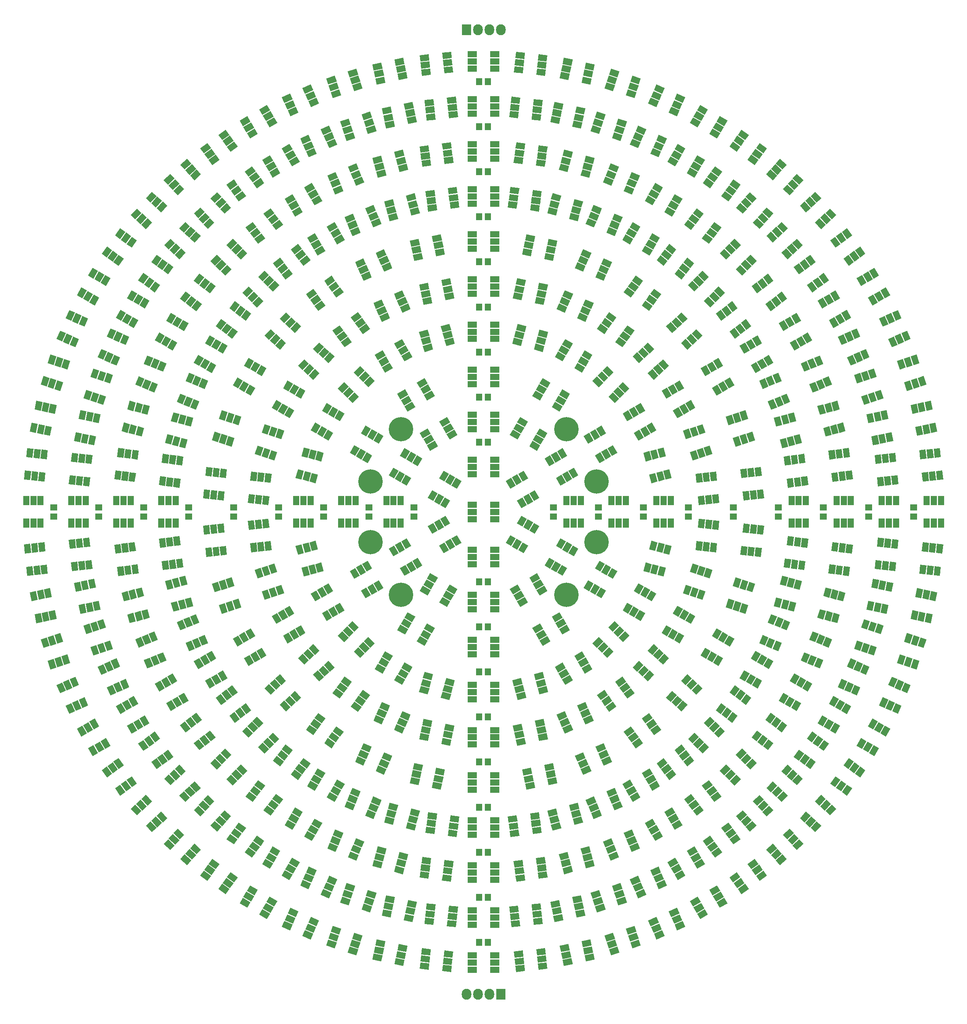
<source format=gbr>
G04 #@! TF.FileFunction,Soldermask,Top*
%FSLAX46Y46*%
G04 Gerber Fmt 4.6, Leading zero omitted, Abs format (unit mm)*
G04 Created by KiCad (PCBNEW 4.0.6-e0-6349~53~ubuntu16.04.1) date Sun Jun 25 10:16:03 2017*
%MOMM*%
%LPD*%
G01*
G04 APERTURE LIST*
%ADD10C,0.100000*%
%ADD11R,1.650000X1.400000*%
%ADD12R,1.400000X1.650000*%
%ADD13C,5.400000*%
%ADD14R,2.000000X1.400000*%
%ADD15R,1.400000X2.000000*%
%ADD16R,2.127200X2.432000*%
%ADD17O,2.127200X2.432000*%
G04 APERTURE END LIST*
D10*
D11*
X315500000Y-201000000D03*
X315500000Y-199000000D03*
D12*
X299000000Y-215500000D03*
X301000000Y-215500000D03*
D11*
X284500000Y-199000000D03*
X284500000Y-201000000D03*
X325500000Y-201000000D03*
X325500000Y-199000000D03*
D12*
X299000000Y-225500000D03*
X301000000Y-225500000D03*
D11*
X274500000Y-199000000D03*
X274500000Y-201000000D03*
X335500000Y-201000000D03*
X335500000Y-199000000D03*
D12*
X299000000Y-235500000D03*
X301000000Y-235500000D03*
D11*
X264500000Y-199000000D03*
X264500000Y-201000000D03*
X345500000Y-201000000D03*
X345500000Y-199000000D03*
D12*
X299000000Y-245500000D03*
X301000000Y-245500000D03*
D11*
X254500000Y-199000000D03*
X254500000Y-201000000D03*
X355500000Y-201000000D03*
X355500000Y-199000000D03*
D12*
X299000000Y-255500000D03*
X301000000Y-255500000D03*
D11*
X244500000Y-199000000D03*
X244500000Y-201000000D03*
X365500000Y-201000000D03*
X365500000Y-199000000D03*
D12*
X299000000Y-265500000D03*
X301000000Y-265500000D03*
D11*
X234500000Y-199000000D03*
X234500000Y-201000000D03*
X375500000Y-201000000D03*
X375500000Y-199000000D03*
D12*
X299000000Y-275500000D03*
X301000000Y-275500000D03*
D11*
X224500000Y-199000000D03*
X224500000Y-201000000D03*
X385500000Y-201000000D03*
X385500000Y-199000000D03*
D12*
X299000000Y-285500000D03*
X301000000Y-285500000D03*
D11*
X214500000Y-199000000D03*
X214500000Y-201000000D03*
X395500000Y-201000000D03*
X395500000Y-199000000D03*
D12*
X299000000Y-295500000D03*
X301000000Y-295500000D03*
D11*
X204500000Y-199000000D03*
X204500000Y-201000000D03*
D12*
X301000000Y-184500000D03*
X299000000Y-184500000D03*
X301000000Y-174500000D03*
X299000000Y-174500000D03*
X301000000Y-164500000D03*
X299000000Y-164500000D03*
X301000000Y-154500000D03*
X299000000Y-154500000D03*
X301000000Y-144500000D03*
X299000000Y-144500000D03*
X301000000Y-134500000D03*
X299000000Y-134500000D03*
X301000000Y-124500000D03*
X299000000Y-124500000D03*
X301000000Y-114500000D03*
X299000000Y-114500000D03*
D10*
G36*
X283921351Y-207550961D02*
X282708915Y-208250961D01*
X281708915Y-206518911D01*
X282921351Y-205818911D01*
X283921351Y-207550961D01*
X283921351Y-207550961D01*
G37*
G36*
X282535710Y-208350961D02*
X281323274Y-209050961D01*
X280323274Y-207318911D01*
X281535710Y-206618911D01*
X282535710Y-208350961D01*
X282535710Y-208350961D01*
G37*
G36*
X281150069Y-209150961D02*
X279937633Y-209850961D01*
X278937633Y-208118911D01*
X280150069Y-207418911D01*
X281150069Y-209150961D01*
X281150069Y-209150961D01*
G37*
G36*
X286421351Y-211881089D02*
X285208915Y-212581089D01*
X284208915Y-210849039D01*
X285421351Y-210149039D01*
X286421351Y-211881089D01*
X286421351Y-211881089D01*
G37*
G36*
X285035710Y-212681089D02*
X283823274Y-213381089D01*
X282823274Y-211649039D01*
X284035710Y-210949039D01*
X285035710Y-212681089D01*
X285035710Y-212681089D01*
G37*
G36*
X283650069Y-213481089D02*
X282437633Y-214181089D01*
X281437633Y-212449039D01*
X282650069Y-211749039D01*
X283650069Y-213481089D01*
X283650069Y-213481089D01*
G37*
G36*
X285421351Y-189850961D02*
X284208915Y-189150961D01*
X285208915Y-187418911D01*
X286421351Y-188118911D01*
X285421351Y-189850961D01*
X285421351Y-189850961D01*
G37*
G36*
X284035710Y-189050961D02*
X282823274Y-188350961D01*
X283823274Y-186618911D01*
X285035710Y-187318911D01*
X284035710Y-189050961D01*
X284035710Y-189050961D01*
G37*
G36*
X282650069Y-188250961D02*
X281437633Y-187550961D01*
X282437633Y-185818911D01*
X283650069Y-186518911D01*
X282650069Y-188250961D01*
X282650069Y-188250961D01*
G37*
G36*
X282921351Y-194181089D02*
X281708915Y-193481089D01*
X282708915Y-191749039D01*
X283921351Y-192449039D01*
X282921351Y-194181089D01*
X282921351Y-194181089D01*
G37*
G36*
X281535710Y-193381089D02*
X280323274Y-192681089D01*
X281323274Y-190949039D01*
X282535710Y-191649039D01*
X281535710Y-193381089D01*
X281535710Y-193381089D01*
G37*
G36*
X280150069Y-192581089D02*
X278937633Y-191881089D01*
X279937633Y-190149039D01*
X281150069Y-190849039D01*
X280150069Y-192581089D01*
X280150069Y-192581089D01*
G37*
D13*
X318384776Y-181615224D03*
X325114071Y-193270705D03*
X325114071Y-206729295D03*
X318384776Y-218384776D03*
X281615224Y-218384776D03*
X274885929Y-206729295D03*
X274885929Y-193270705D03*
X281615224Y-181615224D03*
D10*
G36*
X307418395Y-197449039D02*
X308630831Y-196749039D01*
X309630831Y-198481089D01*
X308418395Y-199181089D01*
X307418395Y-197449039D01*
X307418395Y-197449039D01*
G37*
G36*
X308804036Y-196649039D02*
X310016472Y-195949039D01*
X311016472Y-197681089D01*
X309804036Y-198381089D01*
X308804036Y-196649039D01*
X308804036Y-196649039D01*
G37*
G36*
X310189677Y-195849039D02*
X311402113Y-195149039D01*
X312402113Y-196881089D01*
X311189677Y-197581089D01*
X310189677Y-195849039D01*
X310189677Y-195849039D01*
G37*
G36*
X304918395Y-193118911D02*
X306130831Y-192418911D01*
X307130831Y-194150961D01*
X305918395Y-194850961D01*
X304918395Y-193118911D01*
X304918395Y-193118911D01*
G37*
G36*
X306304036Y-192318911D02*
X307516472Y-191618911D01*
X308516472Y-193350961D01*
X307304036Y-194050961D01*
X306304036Y-192318911D01*
X306304036Y-192318911D01*
G37*
G36*
X307689677Y-191518911D02*
X308902113Y-190818911D01*
X309902113Y-192550961D01*
X308689677Y-193250961D01*
X307689677Y-191518911D01*
X307689677Y-191518911D01*
G37*
G36*
X305918395Y-205149039D02*
X307130831Y-205849039D01*
X306130831Y-207581089D01*
X304918395Y-206881089D01*
X305918395Y-205149039D01*
X305918395Y-205149039D01*
G37*
G36*
X307304036Y-205949039D02*
X308516472Y-206649039D01*
X307516472Y-208381089D01*
X306304036Y-207681089D01*
X307304036Y-205949039D01*
X307304036Y-205949039D01*
G37*
G36*
X308689677Y-206749039D02*
X309902113Y-207449039D01*
X308902113Y-209181089D01*
X307689677Y-208481089D01*
X308689677Y-206749039D01*
X308689677Y-206749039D01*
G37*
G36*
X308418395Y-200818911D02*
X309630831Y-201518911D01*
X308630831Y-203250961D01*
X307418395Y-202550961D01*
X308418395Y-200818911D01*
X308418395Y-200818911D01*
G37*
G36*
X309804036Y-201618911D02*
X311016472Y-202318911D01*
X310016472Y-204050961D01*
X308804036Y-203350961D01*
X309804036Y-201618911D01*
X309804036Y-201618911D01*
G37*
G36*
X311189677Y-202418911D02*
X312402113Y-203118911D01*
X311402113Y-204850961D01*
X310189677Y-204150961D01*
X311189677Y-202418911D01*
X311189677Y-202418911D01*
G37*
D14*
X297500000Y-208400000D03*
X297500000Y-210000000D03*
X297500000Y-211600000D03*
X302500000Y-208400000D03*
X302500000Y-210000000D03*
X302500000Y-211600000D03*
D10*
G36*
X292581605Y-202550961D02*
X291369169Y-203250961D01*
X290369169Y-201518911D01*
X291581605Y-200818911D01*
X292581605Y-202550961D01*
X292581605Y-202550961D01*
G37*
G36*
X291195964Y-203350961D02*
X289983528Y-204050961D01*
X288983528Y-202318911D01*
X290195964Y-201618911D01*
X291195964Y-203350961D01*
X291195964Y-203350961D01*
G37*
G36*
X289810323Y-204150961D02*
X288597887Y-204850961D01*
X287597887Y-203118911D01*
X288810323Y-202418911D01*
X289810323Y-204150961D01*
X289810323Y-204150961D01*
G37*
G36*
X295081605Y-206881089D02*
X293869169Y-207581089D01*
X292869169Y-205849039D01*
X294081605Y-205149039D01*
X295081605Y-206881089D01*
X295081605Y-206881089D01*
G37*
G36*
X293695964Y-207681089D02*
X292483528Y-208381089D01*
X291483528Y-206649039D01*
X292695964Y-205949039D01*
X293695964Y-207681089D01*
X293695964Y-207681089D01*
G37*
G36*
X292310323Y-208481089D02*
X291097887Y-209181089D01*
X290097887Y-207449039D01*
X291310323Y-206749039D01*
X292310323Y-208481089D01*
X292310323Y-208481089D01*
G37*
G36*
X294081605Y-194850961D02*
X292869169Y-194150961D01*
X293869169Y-192418911D01*
X295081605Y-193118911D01*
X294081605Y-194850961D01*
X294081605Y-194850961D01*
G37*
G36*
X292695964Y-194050961D02*
X291483528Y-193350961D01*
X292483528Y-191618911D01*
X293695964Y-192318911D01*
X292695964Y-194050961D01*
X292695964Y-194050961D01*
G37*
G36*
X291310323Y-193250961D02*
X290097887Y-192550961D01*
X291097887Y-190818911D01*
X292310323Y-191518911D01*
X291310323Y-193250961D01*
X291310323Y-193250961D01*
G37*
G36*
X291581605Y-199181089D02*
X290369169Y-198481089D01*
X291369169Y-196749039D01*
X292581605Y-197449039D01*
X291581605Y-199181089D01*
X291581605Y-199181089D01*
G37*
G36*
X290195964Y-198381089D02*
X288983528Y-197681089D01*
X289983528Y-195949039D01*
X291195964Y-196649039D01*
X290195964Y-198381089D01*
X290195964Y-198381089D01*
G37*
G36*
X288810323Y-197581089D02*
X287597887Y-196881089D01*
X288597887Y-195149039D01*
X289810323Y-195849039D01*
X288810323Y-197581089D01*
X288810323Y-197581089D01*
G37*
G36*
X310149039Y-185421351D02*
X310849039Y-184208915D01*
X312581089Y-185208915D01*
X311881089Y-186421351D01*
X310149039Y-185421351D01*
X310149039Y-185421351D01*
G37*
G36*
X310949039Y-184035710D02*
X311649039Y-182823274D01*
X313381089Y-183823274D01*
X312681089Y-185035710D01*
X310949039Y-184035710D01*
X310949039Y-184035710D01*
G37*
G36*
X311749039Y-182650069D02*
X312449039Y-181437633D01*
X314181089Y-182437633D01*
X313481089Y-183650069D01*
X311749039Y-182650069D01*
X311749039Y-182650069D01*
G37*
G36*
X305818911Y-182921351D02*
X306518911Y-181708915D01*
X308250961Y-182708915D01*
X307550961Y-183921351D01*
X305818911Y-182921351D01*
X305818911Y-182921351D01*
G37*
G36*
X306618911Y-181535710D02*
X307318911Y-180323274D01*
X309050961Y-181323274D01*
X308350961Y-182535710D01*
X306618911Y-181535710D01*
X306618911Y-181535710D01*
G37*
G36*
X307418911Y-180150069D02*
X308118911Y-178937633D01*
X309850961Y-179937633D01*
X309150961Y-181150069D01*
X307418911Y-180150069D01*
X307418911Y-180150069D01*
G37*
G36*
X316078649Y-192449039D02*
X317291085Y-191749039D01*
X318291085Y-193481089D01*
X317078649Y-194181089D01*
X316078649Y-192449039D01*
X316078649Y-192449039D01*
G37*
G36*
X317464290Y-191649039D02*
X318676726Y-190949039D01*
X319676726Y-192681089D01*
X318464290Y-193381089D01*
X317464290Y-191649039D01*
X317464290Y-191649039D01*
G37*
G36*
X318849931Y-190849039D02*
X320062367Y-190149039D01*
X321062367Y-191881089D01*
X319849931Y-192581089D01*
X318849931Y-190849039D01*
X318849931Y-190849039D01*
G37*
G36*
X313578649Y-188118911D02*
X314791085Y-187418911D01*
X315791085Y-189150961D01*
X314578649Y-189850961D01*
X313578649Y-188118911D01*
X313578649Y-188118911D01*
G37*
G36*
X314964290Y-187318911D02*
X316176726Y-186618911D01*
X317176726Y-188350961D01*
X315964290Y-189050961D01*
X314964290Y-187318911D01*
X314964290Y-187318911D01*
G37*
G36*
X316349931Y-186518911D02*
X317562367Y-185818911D01*
X318562367Y-187550961D01*
X317349931Y-188250961D01*
X316349931Y-186518911D01*
X316349931Y-186518911D01*
G37*
D15*
X318400000Y-202500000D03*
X320000000Y-202500000D03*
X321600000Y-202500000D03*
X318400000Y-197500000D03*
X320000000Y-197500000D03*
X321600000Y-197500000D03*
D10*
G36*
X314578649Y-210149039D02*
X315791085Y-210849039D01*
X314791085Y-212581089D01*
X313578649Y-211881089D01*
X314578649Y-210149039D01*
X314578649Y-210149039D01*
G37*
G36*
X315964290Y-210949039D02*
X317176726Y-211649039D01*
X316176726Y-213381089D01*
X314964290Y-212681089D01*
X315964290Y-210949039D01*
X315964290Y-210949039D01*
G37*
G36*
X317349931Y-211749039D02*
X318562367Y-212449039D01*
X317562367Y-214181089D01*
X316349931Y-213481089D01*
X317349931Y-211749039D01*
X317349931Y-211749039D01*
G37*
G36*
X317078649Y-205818911D02*
X318291085Y-206518911D01*
X317291085Y-208250961D01*
X316078649Y-207550961D01*
X317078649Y-205818911D01*
X317078649Y-205818911D01*
G37*
G36*
X318464290Y-206618911D02*
X319676726Y-207318911D01*
X318676726Y-209050961D01*
X317464290Y-208350961D01*
X318464290Y-206618911D01*
X318464290Y-206618911D01*
G37*
G36*
X319849931Y-207418911D02*
X321062367Y-208118911D01*
X320062367Y-209850961D01*
X318849931Y-209150961D01*
X319849931Y-207418911D01*
X319849931Y-207418911D01*
G37*
G36*
X307550961Y-216078649D02*
X308250961Y-217291085D01*
X306518911Y-218291085D01*
X305818911Y-217078649D01*
X307550961Y-216078649D01*
X307550961Y-216078649D01*
G37*
G36*
X308350961Y-217464290D02*
X309050961Y-218676726D01*
X307318911Y-219676726D01*
X306618911Y-218464290D01*
X308350961Y-217464290D01*
X308350961Y-217464290D01*
G37*
G36*
X309150961Y-218849931D02*
X309850961Y-220062367D01*
X308118911Y-221062367D01*
X307418911Y-219849931D01*
X309150961Y-218849931D01*
X309150961Y-218849931D01*
G37*
G36*
X311881089Y-213578649D02*
X312581089Y-214791085D01*
X310849039Y-215791085D01*
X310149039Y-214578649D01*
X311881089Y-213578649D01*
X311881089Y-213578649D01*
G37*
G36*
X312681089Y-214964290D02*
X313381089Y-216176726D01*
X311649039Y-217176726D01*
X310949039Y-215964290D01*
X312681089Y-214964290D01*
X312681089Y-214964290D01*
G37*
G36*
X313481089Y-216349931D02*
X314181089Y-217562367D01*
X312449039Y-218562367D01*
X311749039Y-217349931D01*
X313481089Y-216349931D01*
X313481089Y-216349931D01*
G37*
D14*
X297500000Y-218400000D03*
X297500000Y-220000000D03*
X297500000Y-221600000D03*
X302500000Y-218400000D03*
X302500000Y-220000000D03*
X302500000Y-221600000D03*
D10*
G36*
X289850961Y-214578649D02*
X289150961Y-215791085D01*
X287418911Y-214791085D01*
X288118911Y-213578649D01*
X289850961Y-214578649D01*
X289850961Y-214578649D01*
G37*
G36*
X289050961Y-215964290D02*
X288350961Y-217176726D01*
X286618911Y-216176726D01*
X287318911Y-214964290D01*
X289050961Y-215964290D01*
X289050961Y-215964290D01*
G37*
G36*
X288250961Y-217349931D02*
X287550961Y-218562367D01*
X285818911Y-217562367D01*
X286518911Y-216349931D01*
X288250961Y-217349931D01*
X288250961Y-217349931D01*
G37*
G36*
X294181089Y-217078649D02*
X293481089Y-218291085D01*
X291749039Y-217291085D01*
X292449039Y-216078649D01*
X294181089Y-217078649D01*
X294181089Y-217078649D01*
G37*
G36*
X293381089Y-218464290D02*
X292681089Y-219676726D01*
X290949039Y-218676726D01*
X291649039Y-217464290D01*
X293381089Y-218464290D01*
X293381089Y-218464290D01*
G37*
G36*
X292581089Y-219849931D02*
X291881089Y-221062367D01*
X290149039Y-220062367D01*
X290849039Y-218849931D01*
X292581089Y-219849931D01*
X292581089Y-219849931D01*
G37*
D15*
X281600000Y-197500000D03*
X280000000Y-197500000D03*
X278400000Y-197500000D03*
X281600000Y-202500000D03*
X280000000Y-202500000D03*
X278400000Y-202500000D03*
D10*
G36*
X292449039Y-183921351D02*
X291749039Y-182708915D01*
X293481089Y-181708915D01*
X294181089Y-182921351D01*
X292449039Y-183921351D01*
X292449039Y-183921351D01*
G37*
G36*
X291649039Y-182535710D02*
X290949039Y-181323274D01*
X292681089Y-180323274D01*
X293381089Y-181535710D01*
X291649039Y-182535710D01*
X291649039Y-182535710D01*
G37*
G36*
X290849039Y-181150069D02*
X290149039Y-179937633D01*
X291881089Y-178937633D01*
X292581089Y-180150069D01*
X290849039Y-181150069D01*
X290849039Y-181150069D01*
G37*
G36*
X288118911Y-186421351D02*
X287418911Y-185208915D01*
X289150961Y-184208915D01*
X289850961Y-185421351D01*
X288118911Y-186421351D01*
X288118911Y-186421351D01*
G37*
G36*
X287318911Y-185035710D02*
X286618911Y-183823274D01*
X288350961Y-182823274D01*
X289050961Y-184035710D01*
X287318911Y-185035710D01*
X287318911Y-185035710D01*
G37*
G36*
X286518911Y-183650069D02*
X285818911Y-182437633D01*
X287550961Y-181437633D01*
X288250961Y-182650069D01*
X286518911Y-183650069D01*
X286518911Y-183650069D01*
G37*
G36*
X315149039Y-176761097D02*
X315849039Y-175548661D01*
X317581089Y-176548661D01*
X316881089Y-177761097D01*
X315149039Y-176761097D01*
X315149039Y-176761097D01*
G37*
G36*
X315949039Y-175375456D02*
X316649039Y-174163020D01*
X318381089Y-175163020D01*
X317681089Y-176375456D01*
X315949039Y-175375456D01*
X315949039Y-175375456D01*
G37*
G36*
X316749039Y-173989815D02*
X317449039Y-172777379D01*
X319181089Y-173777379D01*
X318481089Y-174989815D01*
X316749039Y-173989815D01*
X316749039Y-173989815D01*
G37*
G36*
X310818911Y-174261097D02*
X311518911Y-173048661D01*
X313250961Y-174048661D01*
X312550961Y-175261097D01*
X310818911Y-174261097D01*
X310818911Y-174261097D01*
G37*
G36*
X311618911Y-172875456D02*
X312318911Y-171663020D01*
X314050961Y-172663020D01*
X313350961Y-173875456D01*
X311618911Y-172875456D01*
X311618911Y-172875456D01*
G37*
G36*
X312418911Y-171489815D02*
X313118911Y-170277379D01*
X314850961Y-171277379D01*
X314150961Y-172489815D01*
X312418911Y-171489815D01*
X312418911Y-171489815D01*
G37*
G36*
X324738903Y-187449039D02*
X325951339Y-186749039D01*
X326951339Y-188481089D01*
X325738903Y-189181089D01*
X324738903Y-187449039D01*
X324738903Y-187449039D01*
G37*
G36*
X326124544Y-186649039D02*
X327336980Y-185949039D01*
X328336980Y-187681089D01*
X327124544Y-188381089D01*
X326124544Y-186649039D01*
X326124544Y-186649039D01*
G37*
G36*
X327510185Y-185849039D02*
X328722621Y-185149039D01*
X329722621Y-186881089D01*
X328510185Y-187581089D01*
X327510185Y-185849039D01*
X327510185Y-185849039D01*
G37*
G36*
X322238903Y-183118911D02*
X323451339Y-182418911D01*
X324451339Y-184150961D01*
X323238903Y-184850961D01*
X322238903Y-183118911D01*
X322238903Y-183118911D01*
G37*
G36*
X323624544Y-182318911D02*
X324836980Y-181618911D01*
X325836980Y-183350961D01*
X324624544Y-184050961D01*
X323624544Y-182318911D01*
X323624544Y-182318911D01*
G37*
G36*
X325010185Y-181518911D02*
X326222621Y-180818911D01*
X327222621Y-182550961D01*
X326010185Y-183250961D01*
X325010185Y-181518911D01*
X325010185Y-181518911D01*
G37*
D15*
X328400000Y-202500000D03*
X330000000Y-202500000D03*
X331600000Y-202500000D03*
X328400000Y-197500000D03*
X330000000Y-197500000D03*
X331600000Y-197500000D03*
D10*
G36*
X323238903Y-215149039D02*
X324451339Y-215849039D01*
X323451339Y-217581089D01*
X322238903Y-216881089D01*
X323238903Y-215149039D01*
X323238903Y-215149039D01*
G37*
G36*
X324624544Y-215949039D02*
X325836980Y-216649039D01*
X324836980Y-218381089D01*
X323624544Y-217681089D01*
X324624544Y-215949039D01*
X324624544Y-215949039D01*
G37*
G36*
X326010185Y-216749039D02*
X327222621Y-217449039D01*
X326222621Y-219181089D01*
X325010185Y-218481089D01*
X326010185Y-216749039D01*
X326010185Y-216749039D01*
G37*
G36*
X325738903Y-210818911D02*
X326951339Y-211518911D01*
X325951339Y-213250961D01*
X324738903Y-212550961D01*
X325738903Y-210818911D01*
X325738903Y-210818911D01*
G37*
G36*
X327124544Y-211618911D02*
X328336980Y-212318911D01*
X327336980Y-214050961D01*
X326124544Y-213350961D01*
X327124544Y-211618911D01*
X327124544Y-211618911D01*
G37*
G36*
X328510185Y-212418911D02*
X329722621Y-213118911D01*
X328722621Y-214850961D01*
X327510185Y-214150961D01*
X328510185Y-212418911D01*
X328510185Y-212418911D01*
G37*
G36*
X312550961Y-224738903D02*
X313250961Y-225951339D01*
X311518911Y-226951339D01*
X310818911Y-225738903D01*
X312550961Y-224738903D01*
X312550961Y-224738903D01*
G37*
G36*
X313350961Y-226124544D02*
X314050961Y-227336980D01*
X312318911Y-228336980D01*
X311618911Y-227124544D01*
X313350961Y-226124544D01*
X313350961Y-226124544D01*
G37*
G36*
X314150961Y-227510185D02*
X314850961Y-228722621D01*
X313118911Y-229722621D01*
X312418911Y-228510185D01*
X314150961Y-227510185D01*
X314150961Y-227510185D01*
G37*
G36*
X316881089Y-222238903D02*
X317581089Y-223451339D01*
X315849039Y-224451339D01*
X315149039Y-223238903D01*
X316881089Y-222238903D01*
X316881089Y-222238903D01*
G37*
G36*
X317681089Y-223624544D02*
X318381089Y-224836980D01*
X316649039Y-225836980D01*
X315949039Y-224624544D01*
X317681089Y-223624544D01*
X317681089Y-223624544D01*
G37*
G36*
X318481089Y-225010185D02*
X319181089Y-226222621D01*
X317449039Y-227222621D01*
X316749039Y-226010185D01*
X318481089Y-225010185D01*
X318481089Y-225010185D01*
G37*
D14*
X297500000Y-228400000D03*
X297500000Y-230000000D03*
X297500000Y-231600000D03*
X302500000Y-228400000D03*
X302500000Y-230000000D03*
X302500000Y-231600000D03*
D10*
G36*
X284850961Y-223238903D02*
X284150961Y-224451339D01*
X282418911Y-223451339D01*
X283118911Y-222238903D01*
X284850961Y-223238903D01*
X284850961Y-223238903D01*
G37*
G36*
X284050961Y-224624544D02*
X283350961Y-225836980D01*
X281618911Y-224836980D01*
X282318911Y-223624544D01*
X284050961Y-224624544D01*
X284050961Y-224624544D01*
G37*
G36*
X283250961Y-226010185D02*
X282550961Y-227222621D01*
X280818911Y-226222621D01*
X281518911Y-225010185D01*
X283250961Y-226010185D01*
X283250961Y-226010185D01*
G37*
G36*
X289181089Y-225738903D02*
X288481089Y-226951339D01*
X286749039Y-225951339D01*
X287449039Y-224738903D01*
X289181089Y-225738903D01*
X289181089Y-225738903D01*
G37*
G36*
X288381089Y-227124544D02*
X287681089Y-228336980D01*
X285949039Y-227336980D01*
X286649039Y-226124544D01*
X288381089Y-227124544D01*
X288381089Y-227124544D01*
G37*
G36*
X287581089Y-228510185D02*
X286881089Y-229722621D01*
X285149039Y-228722621D01*
X285849039Y-227510185D01*
X287581089Y-228510185D01*
X287581089Y-228510185D01*
G37*
G36*
X275261097Y-212550961D02*
X274048661Y-213250961D01*
X273048661Y-211518911D01*
X274261097Y-210818911D01*
X275261097Y-212550961D01*
X275261097Y-212550961D01*
G37*
G36*
X273875456Y-213350961D02*
X272663020Y-214050961D01*
X271663020Y-212318911D01*
X272875456Y-211618911D01*
X273875456Y-213350961D01*
X273875456Y-213350961D01*
G37*
G36*
X272489815Y-214150961D02*
X271277379Y-214850961D01*
X270277379Y-213118911D01*
X271489815Y-212418911D01*
X272489815Y-214150961D01*
X272489815Y-214150961D01*
G37*
G36*
X277761097Y-216881089D02*
X276548661Y-217581089D01*
X275548661Y-215849039D01*
X276761097Y-215149039D01*
X277761097Y-216881089D01*
X277761097Y-216881089D01*
G37*
G36*
X276375456Y-217681089D02*
X275163020Y-218381089D01*
X274163020Y-216649039D01*
X275375456Y-215949039D01*
X276375456Y-217681089D01*
X276375456Y-217681089D01*
G37*
G36*
X274989815Y-218481089D02*
X273777379Y-219181089D01*
X272777379Y-217449039D01*
X273989815Y-216749039D01*
X274989815Y-218481089D01*
X274989815Y-218481089D01*
G37*
D15*
X271600000Y-197500000D03*
X270000000Y-197500000D03*
X268400000Y-197500000D03*
X271600000Y-202500000D03*
X270000000Y-202500000D03*
X268400000Y-202500000D03*
D10*
G36*
X276761097Y-184850961D02*
X275548661Y-184150961D01*
X276548661Y-182418911D01*
X277761097Y-183118911D01*
X276761097Y-184850961D01*
X276761097Y-184850961D01*
G37*
G36*
X275375456Y-184050961D02*
X274163020Y-183350961D01*
X275163020Y-181618911D01*
X276375456Y-182318911D01*
X275375456Y-184050961D01*
X275375456Y-184050961D01*
G37*
G36*
X273989815Y-183250961D02*
X272777379Y-182550961D01*
X273777379Y-180818911D01*
X274989815Y-181518911D01*
X273989815Y-183250961D01*
X273989815Y-183250961D01*
G37*
G36*
X274261097Y-189181089D02*
X273048661Y-188481089D01*
X274048661Y-186749039D01*
X275261097Y-187449039D01*
X274261097Y-189181089D01*
X274261097Y-189181089D01*
G37*
G36*
X272875456Y-188381089D02*
X271663020Y-187681089D01*
X272663020Y-185949039D01*
X273875456Y-186649039D01*
X272875456Y-188381089D01*
X272875456Y-188381089D01*
G37*
G36*
X271489815Y-187581089D02*
X270277379Y-186881089D01*
X271277379Y-185149039D01*
X272489815Y-185849039D01*
X271489815Y-187581089D01*
X271489815Y-187581089D01*
G37*
G36*
X287449039Y-175261097D02*
X286749039Y-174048661D01*
X288481089Y-173048661D01*
X289181089Y-174261097D01*
X287449039Y-175261097D01*
X287449039Y-175261097D01*
G37*
G36*
X286649039Y-173875456D02*
X285949039Y-172663020D01*
X287681089Y-171663020D01*
X288381089Y-172875456D01*
X286649039Y-173875456D01*
X286649039Y-173875456D01*
G37*
G36*
X285849039Y-172489815D02*
X285149039Y-171277379D01*
X286881089Y-170277379D01*
X287581089Y-171489815D01*
X285849039Y-172489815D01*
X285849039Y-172489815D01*
G37*
G36*
X283118911Y-177761097D02*
X282418911Y-176548661D01*
X284150961Y-175548661D01*
X284850961Y-176761097D01*
X283118911Y-177761097D01*
X283118911Y-177761097D01*
G37*
G36*
X282318911Y-176375456D02*
X281618911Y-175163020D01*
X283350961Y-174163020D01*
X284050961Y-175375456D01*
X282318911Y-176375456D01*
X282318911Y-176375456D01*
G37*
G36*
X281518911Y-174989815D02*
X280818911Y-173777379D01*
X282550961Y-172777379D01*
X283250961Y-173989815D01*
X281518911Y-174989815D01*
X281518911Y-174989815D01*
G37*
G36*
X311206367Y-163972825D02*
X311568714Y-162620529D01*
X313500565Y-163138167D01*
X313138218Y-164490463D01*
X311206367Y-163972825D01*
X311206367Y-163972825D01*
G37*
G36*
X311620478Y-162427344D02*
X311982825Y-161075048D01*
X313914676Y-161592686D01*
X313552329Y-162944982D01*
X311620478Y-162427344D01*
X311620478Y-162427344D01*
G37*
G36*
X312034588Y-160881862D02*
X312396935Y-159529566D01*
X314328786Y-160047204D01*
X313966439Y-161399500D01*
X312034588Y-160881862D01*
X312034588Y-160881862D01*
G37*
G36*
X306376738Y-162678730D02*
X306739085Y-161326434D01*
X308670936Y-161844072D01*
X308308589Y-163196368D01*
X306376738Y-162678730D01*
X306376738Y-162678730D01*
G37*
G36*
X306790848Y-161133248D02*
X307153195Y-159780952D01*
X309085046Y-160298590D01*
X308722699Y-161650886D01*
X306790848Y-161133248D01*
X306790848Y-161133248D01*
G37*
G36*
X307204959Y-159587767D02*
X307567306Y-158235471D01*
X309499157Y-158753109D01*
X309136810Y-160105405D01*
X307204959Y-159587767D01*
X307204959Y-159587767D01*
G37*
G36*
X320149039Y-168100843D02*
X320849039Y-166888407D01*
X322581089Y-167888407D01*
X321881089Y-169100843D01*
X320149039Y-168100843D01*
X320149039Y-168100843D01*
G37*
G36*
X320949039Y-166715202D02*
X321649039Y-165502766D01*
X323381089Y-166502766D01*
X322681089Y-167715202D01*
X320949039Y-166715202D01*
X320949039Y-166715202D01*
G37*
G36*
X321749039Y-165329561D02*
X322449039Y-164117125D01*
X324181089Y-165117125D01*
X323481089Y-166329561D01*
X321749039Y-165329561D01*
X321749039Y-165329561D01*
G37*
G36*
X315818911Y-165600843D02*
X316518911Y-164388407D01*
X318250961Y-165388407D01*
X317550961Y-166600843D01*
X315818911Y-165600843D01*
X315818911Y-165600843D01*
G37*
G36*
X316618911Y-164215202D02*
X317318911Y-163002766D01*
X319050961Y-164002766D01*
X318350961Y-165215202D01*
X316618911Y-164215202D01*
X316618911Y-164215202D01*
G37*
G36*
X317418911Y-162829561D02*
X318118911Y-161617125D01*
X319850961Y-162617125D01*
X319150961Y-163829561D01*
X317418911Y-162829561D01*
X317418911Y-162829561D01*
G37*
G36*
X327718585Y-174402735D02*
X328708535Y-173412785D01*
X330122749Y-174826999D01*
X329132799Y-175816949D01*
X327718585Y-174402735D01*
X327718585Y-174402735D01*
G37*
G36*
X328849956Y-173271364D02*
X329839906Y-172281414D01*
X331254120Y-173695628D01*
X330264170Y-174685578D01*
X328849956Y-173271364D01*
X328849956Y-173271364D01*
G37*
G36*
X329981327Y-172139993D02*
X330971277Y-171150043D01*
X332385491Y-172564257D01*
X331395541Y-173554207D01*
X329981327Y-172139993D01*
X329981327Y-172139993D01*
G37*
G36*
X324183051Y-170867201D02*
X325173001Y-169877251D01*
X326587215Y-171291465D01*
X325597265Y-172281415D01*
X324183051Y-170867201D01*
X324183051Y-170867201D01*
G37*
G36*
X325314422Y-169735830D02*
X326304372Y-168745880D01*
X327718586Y-170160094D01*
X326728636Y-171150044D01*
X325314422Y-169735830D01*
X325314422Y-169735830D01*
G37*
G36*
X326445793Y-168604459D02*
X327435743Y-167614509D01*
X328849957Y-169028723D01*
X327860007Y-170018673D01*
X326445793Y-168604459D01*
X326445793Y-168604459D01*
G37*
G36*
X333399157Y-182449039D02*
X334611593Y-181749039D01*
X335611593Y-183481089D01*
X334399157Y-184181089D01*
X333399157Y-182449039D01*
X333399157Y-182449039D01*
G37*
G36*
X334784798Y-181649039D02*
X335997234Y-180949039D01*
X336997234Y-182681089D01*
X335784798Y-183381089D01*
X334784798Y-181649039D01*
X334784798Y-181649039D01*
G37*
G36*
X336170439Y-180849039D02*
X337382875Y-180149039D01*
X338382875Y-181881089D01*
X337170439Y-182581089D01*
X336170439Y-180849039D01*
X336170439Y-180849039D01*
G37*
G36*
X330899157Y-178118911D02*
X332111593Y-177418911D01*
X333111593Y-179150961D01*
X331899157Y-179850961D01*
X330899157Y-178118911D01*
X330899157Y-178118911D01*
G37*
G36*
X332284798Y-177318911D02*
X333497234Y-176618911D01*
X334497234Y-178350961D01*
X333284798Y-179050961D01*
X332284798Y-177318911D01*
X332284798Y-177318911D01*
G37*
G36*
X333670439Y-176518911D02*
X334882875Y-175818911D01*
X335882875Y-177550961D01*
X334670439Y-178250961D01*
X333670439Y-176518911D01*
X333670439Y-176518911D01*
G37*
G36*
X336803632Y-191691411D02*
X338155928Y-191329064D01*
X338673566Y-193260915D01*
X337321270Y-193623262D01*
X336803632Y-191691411D01*
X336803632Y-191691411D01*
G37*
G36*
X338349114Y-191277301D02*
X339701410Y-190914954D01*
X340219048Y-192846805D01*
X338866752Y-193209152D01*
X338349114Y-191277301D01*
X338349114Y-191277301D01*
G37*
G36*
X339894595Y-190863190D02*
X341246891Y-190500843D01*
X341764529Y-192432694D01*
X340412233Y-192795041D01*
X339894595Y-190863190D01*
X339894595Y-190863190D01*
G37*
G36*
X335509537Y-186861782D02*
X336861833Y-186499435D01*
X337379471Y-188431286D01*
X336027175Y-188793633D01*
X335509537Y-186861782D01*
X335509537Y-186861782D01*
G37*
G36*
X337055018Y-186447671D02*
X338407314Y-186085324D01*
X338924952Y-188017175D01*
X337572656Y-188379522D01*
X337055018Y-186447671D01*
X337055018Y-186447671D01*
G37*
G36*
X338600500Y-186033561D02*
X339952796Y-185671214D01*
X340470434Y-187603065D01*
X339118138Y-187965412D01*
X338600500Y-186033561D01*
X338600500Y-186033561D01*
G37*
D15*
X338400000Y-202500000D03*
X340000000Y-202500000D03*
X341600000Y-202500000D03*
X338400000Y-197500000D03*
X340000000Y-197500000D03*
X341600000Y-197500000D03*
D10*
G36*
X336027175Y-211206367D02*
X337379471Y-211568714D01*
X336861833Y-213500565D01*
X335509537Y-213138218D01*
X336027175Y-211206367D01*
X336027175Y-211206367D01*
G37*
G36*
X337572656Y-211620478D02*
X338924952Y-211982825D01*
X338407314Y-213914676D01*
X337055018Y-213552329D01*
X337572656Y-211620478D01*
X337572656Y-211620478D01*
G37*
G36*
X339118138Y-212034588D02*
X340470434Y-212396935D01*
X339952796Y-214328786D01*
X338600500Y-213966439D01*
X339118138Y-212034588D01*
X339118138Y-212034588D01*
G37*
G36*
X337321270Y-206376738D02*
X338673566Y-206739085D01*
X338155928Y-208670936D01*
X336803632Y-208308589D01*
X337321270Y-206376738D01*
X337321270Y-206376738D01*
G37*
G36*
X338866752Y-206790848D02*
X340219048Y-207153195D01*
X339701410Y-209085046D01*
X338349114Y-208722699D01*
X338866752Y-206790848D01*
X338866752Y-206790848D01*
G37*
G36*
X340412233Y-207204959D02*
X341764529Y-207567306D01*
X341246891Y-209499157D01*
X339894595Y-209136810D01*
X340412233Y-207204959D01*
X340412233Y-207204959D01*
G37*
G36*
X331899157Y-220149039D02*
X333111593Y-220849039D01*
X332111593Y-222581089D01*
X330899157Y-221881089D01*
X331899157Y-220149039D01*
X331899157Y-220149039D01*
G37*
G36*
X333284798Y-220949039D02*
X334497234Y-221649039D01*
X333497234Y-223381089D01*
X332284798Y-222681089D01*
X333284798Y-220949039D01*
X333284798Y-220949039D01*
G37*
G36*
X334670439Y-221749039D02*
X335882875Y-222449039D01*
X334882875Y-224181089D01*
X333670439Y-223481089D01*
X334670439Y-221749039D01*
X334670439Y-221749039D01*
G37*
G36*
X334399157Y-215818911D02*
X335611593Y-216518911D01*
X334611593Y-218250961D01*
X333399157Y-217550961D01*
X334399157Y-215818911D01*
X334399157Y-215818911D01*
G37*
G36*
X335784798Y-216618911D02*
X336997234Y-217318911D01*
X335997234Y-219050961D01*
X334784798Y-218350961D01*
X335784798Y-216618911D01*
X335784798Y-216618911D01*
G37*
G36*
X337170439Y-217418911D02*
X338382875Y-218118911D01*
X337382875Y-219850961D01*
X336170439Y-219150961D01*
X337170439Y-217418911D01*
X337170439Y-217418911D01*
G37*
G36*
X325597265Y-227718585D02*
X326587215Y-228708535D01*
X325173001Y-230122749D01*
X324183051Y-229132799D01*
X325597265Y-227718585D01*
X325597265Y-227718585D01*
G37*
G36*
X326728636Y-228849956D02*
X327718586Y-229839906D01*
X326304372Y-231254120D01*
X325314422Y-230264170D01*
X326728636Y-228849956D01*
X326728636Y-228849956D01*
G37*
G36*
X327860007Y-229981327D02*
X328849957Y-230971277D01*
X327435743Y-232385491D01*
X326445793Y-231395541D01*
X327860007Y-229981327D01*
X327860007Y-229981327D01*
G37*
G36*
X329132799Y-224183051D02*
X330122749Y-225173001D01*
X328708535Y-226587215D01*
X327718585Y-225597265D01*
X329132799Y-224183051D01*
X329132799Y-224183051D01*
G37*
G36*
X330264170Y-225314422D02*
X331254120Y-226304372D01*
X329839906Y-227718586D01*
X328849956Y-226728636D01*
X330264170Y-225314422D01*
X330264170Y-225314422D01*
G37*
G36*
X331395541Y-226445793D02*
X332385491Y-227435743D01*
X330971277Y-228849957D01*
X329981327Y-227860007D01*
X331395541Y-226445793D01*
X331395541Y-226445793D01*
G37*
G36*
X317550961Y-233399157D02*
X318250961Y-234611593D01*
X316518911Y-235611593D01*
X315818911Y-234399157D01*
X317550961Y-233399157D01*
X317550961Y-233399157D01*
G37*
G36*
X318350961Y-234784798D02*
X319050961Y-235997234D01*
X317318911Y-236997234D01*
X316618911Y-235784798D01*
X318350961Y-234784798D01*
X318350961Y-234784798D01*
G37*
G36*
X319150961Y-236170439D02*
X319850961Y-237382875D01*
X318118911Y-238382875D01*
X317418911Y-237170439D01*
X319150961Y-236170439D01*
X319150961Y-236170439D01*
G37*
G36*
X321881089Y-230899157D02*
X322581089Y-232111593D01*
X320849039Y-233111593D01*
X320149039Y-231899157D01*
X321881089Y-230899157D01*
X321881089Y-230899157D01*
G37*
G36*
X322681089Y-232284798D02*
X323381089Y-233497234D01*
X321649039Y-234497234D01*
X320949039Y-233284798D01*
X322681089Y-232284798D01*
X322681089Y-232284798D01*
G37*
G36*
X323481089Y-233670439D02*
X324181089Y-234882875D01*
X322449039Y-235882875D01*
X321749039Y-234670439D01*
X323481089Y-233670439D01*
X323481089Y-233670439D01*
G37*
G36*
X308308589Y-236803632D02*
X308670936Y-238155928D01*
X306739085Y-238673566D01*
X306376738Y-237321270D01*
X308308589Y-236803632D01*
X308308589Y-236803632D01*
G37*
G36*
X308722699Y-238349114D02*
X309085046Y-239701410D01*
X307153195Y-240219048D01*
X306790848Y-238866752D01*
X308722699Y-238349114D01*
X308722699Y-238349114D01*
G37*
G36*
X309136810Y-239894595D02*
X309499157Y-241246891D01*
X307567306Y-241764529D01*
X307204959Y-240412233D01*
X309136810Y-239894595D01*
X309136810Y-239894595D01*
G37*
G36*
X313138218Y-235509537D02*
X313500565Y-236861833D01*
X311568714Y-237379471D01*
X311206367Y-236027175D01*
X313138218Y-235509537D01*
X313138218Y-235509537D01*
G37*
G36*
X313552329Y-237055018D02*
X313914676Y-238407314D01*
X311982825Y-238924952D01*
X311620478Y-237572656D01*
X313552329Y-237055018D01*
X313552329Y-237055018D01*
G37*
G36*
X313966439Y-238600500D02*
X314328786Y-239952796D01*
X312396935Y-240470434D01*
X312034588Y-239118138D01*
X313966439Y-238600500D01*
X313966439Y-238600500D01*
G37*
D14*
X297500000Y-238400000D03*
X297500000Y-240000000D03*
X297500000Y-241600000D03*
X302500000Y-238400000D03*
X302500000Y-240000000D03*
X302500000Y-241600000D03*
D10*
G36*
X288793633Y-236027175D02*
X288431286Y-237379471D01*
X286499435Y-236861833D01*
X286861782Y-235509537D01*
X288793633Y-236027175D01*
X288793633Y-236027175D01*
G37*
G36*
X288379522Y-237572656D02*
X288017175Y-238924952D01*
X286085324Y-238407314D01*
X286447671Y-237055018D01*
X288379522Y-237572656D01*
X288379522Y-237572656D01*
G37*
G36*
X287965412Y-239118138D02*
X287603065Y-240470434D01*
X285671214Y-239952796D01*
X286033561Y-238600500D01*
X287965412Y-239118138D01*
X287965412Y-239118138D01*
G37*
G36*
X293623262Y-237321270D02*
X293260915Y-238673566D01*
X291329064Y-238155928D01*
X291691411Y-236803632D01*
X293623262Y-237321270D01*
X293623262Y-237321270D01*
G37*
G36*
X293209152Y-238866752D02*
X292846805Y-240219048D01*
X290914954Y-239701410D01*
X291277301Y-238349114D01*
X293209152Y-238866752D01*
X293209152Y-238866752D01*
G37*
G36*
X292795041Y-240412233D02*
X292432694Y-241764529D01*
X290500843Y-241246891D01*
X290863190Y-239894595D01*
X292795041Y-240412233D01*
X292795041Y-240412233D01*
G37*
G36*
X279850961Y-231899157D02*
X279150961Y-233111593D01*
X277418911Y-232111593D01*
X278118911Y-230899157D01*
X279850961Y-231899157D01*
X279850961Y-231899157D01*
G37*
G36*
X279050961Y-233284798D02*
X278350961Y-234497234D01*
X276618911Y-233497234D01*
X277318911Y-232284798D01*
X279050961Y-233284798D01*
X279050961Y-233284798D01*
G37*
G36*
X278250961Y-234670439D02*
X277550961Y-235882875D01*
X275818911Y-234882875D01*
X276518911Y-233670439D01*
X278250961Y-234670439D01*
X278250961Y-234670439D01*
G37*
G36*
X284181089Y-234399157D02*
X283481089Y-235611593D01*
X281749039Y-234611593D01*
X282449039Y-233399157D01*
X284181089Y-234399157D01*
X284181089Y-234399157D01*
G37*
G36*
X283381089Y-235784798D02*
X282681089Y-236997234D01*
X280949039Y-235997234D01*
X281649039Y-234784798D01*
X283381089Y-235784798D01*
X283381089Y-235784798D01*
G37*
G36*
X282581089Y-237170439D02*
X281881089Y-238382875D01*
X280149039Y-237382875D01*
X280849039Y-236170439D01*
X282581089Y-237170439D01*
X282581089Y-237170439D01*
G37*
G36*
X272281415Y-225597265D02*
X271291465Y-226587215D01*
X269877251Y-225173001D01*
X270867201Y-224183051D01*
X272281415Y-225597265D01*
X272281415Y-225597265D01*
G37*
G36*
X271150044Y-226728636D02*
X270160094Y-227718586D01*
X268745880Y-226304372D01*
X269735830Y-225314422D01*
X271150044Y-226728636D01*
X271150044Y-226728636D01*
G37*
G36*
X270018673Y-227860007D02*
X269028723Y-228849957D01*
X267614509Y-227435743D01*
X268604459Y-226445793D01*
X270018673Y-227860007D01*
X270018673Y-227860007D01*
G37*
G36*
X275816949Y-229132799D02*
X274826999Y-230122749D01*
X273412785Y-228708535D01*
X274402735Y-227718585D01*
X275816949Y-229132799D01*
X275816949Y-229132799D01*
G37*
G36*
X274685578Y-230264170D02*
X273695628Y-231254120D01*
X272281414Y-229839906D01*
X273271364Y-228849956D01*
X274685578Y-230264170D01*
X274685578Y-230264170D01*
G37*
G36*
X273554207Y-231395541D02*
X272564257Y-232385491D01*
X271150043Y-230971277D01*
X272139993Y-229981327D01*
X273554207Y-231395541D01*
X273554207Y-231395541D01*
G37*
G36*
X266600843Y-217550961D02*
X265388407Y-218250961D01*
X264388407Y-216518911D01*
X265600843Y-215818911D01*
X266600843Y-217550961D01*
X266600843Y-217550961D01*
G37*
G36*
X265215202Y-218350961D02*
X264002766Y-219050961D01*
X263002766Y-217318911D01*
X264215202Y-216618911D01*
X265215202Y-218350961D01*
X265215202Y-218350961D01*
G37*
G36*
X263829561Y-219150961D02*
X262617125Y-219850961D01*
X261617125Y-218118911D01*
X262829561Y-217418911D01*
X263829561Y-219150961D01*
X263829561Y-219150961D01*
G37*
G36*
X269100843Y-221881089D02*
X267888407Y-222581089D01*
X266888407Y-220849039D01*
X268100843Y-220149039D01*
X269100843Y-221881089D01*
X269100843Y-221881089D01*
G37*
G36*
X267715202Y-222681089D02*
X266502766Y-223381089D01*
X265502766Y-221649039D01*
X266715202Y-220949039D01*
X267715202Y-222681089D01*
X267715202Y-222681089D01*
G37*
G36*
X266329561Y-223481089D02*
X265117125Y-224181089D01*
X264117125Y-222449039D01*
X265329561Y-221749039D01*
X266329561Y-223481089D01*
X266329561Y-223481089D01*
G37*
G36*
X263196368Y-208308589D02*
X261844072Y-208670936D01*
X261326434Y-206739085D01*
X262678730Y-206376738D01*
X263196368Y-208308589D01*
X263196368Y-208308589D01*
G37*
G36*
X261650886Y-208722699D02*
X260298590Y-209085046D01*
X259780952Y-207153195D01*
X261133248Y-206790848D01*
X261650886Y-208722699D01*
X261650886Y-208722699D01*
G37*
G36*
X260105405Y-209136810D02*
X258753109Y-209499157D01*
X258235471Y-207567306D01*
X259587767Y-207204959D01*
X260105405Y-209136810D01*
X260105405Y-209136810D01*
G37*
G36*
X264490463Y-213138218D02*
X263138167Y-213500565D01*
X262620529Y-211568714D01*
X263972825Y-211206367D01*
X264490463Y-213138218D01*
X264490463Y-213138218D01*
G37*
G36*
X262944982Y-213552329D02*
X261592686Y-213914676D01*
X261075048Y-211982825D01*
X262427344Y-211620478D01*
X262944982Y-213552329D01*
X262944982Y-213552329D01*
G37*
G36*
X261399500Y-213966439D02*
X260047204Y-214328786D01*
X259529566Y-212396935D01*
X260881862Y-212034588D01*
X261399500Y-213966439D01*
X261399500Y-213966439D01*
G37*
D15*
X261600000Y-197500000D03*
X260000000Y-197500000D03*
X258400000Y-197500000D03*
X261600000Y-202500000D03*
X260000000Y-202500000D03*
X258400000Y-202500000D03*
D10*
G36*
X263972825Y-188793633D02*
X262620529Y-188431286D01*
X263138167Y-186499435D01*
X264490463Y-186861782D01*
X263972825Y-188793633D01*
X263972825Y-188793633D01*
G37*
G36*
X262427344Y-188379522D02*
X261075048Y-188017175D01*
X261592686Y-186085324D01*
X262944982Y-186447671D01*
X262427344Y-188379522D01*
X262427344Y-188379522D01*
G37*
G36*
X260881862Y-187965412D02*
X259529566Y-187603065D01*
X260047204Y-185671214D01*
X261399500Y-186033561D01*
X260881862Y-187965412D01*
X260881862Y-187965412D01*
G37*
G36*
X262678730Y-193623262D02*
X261326434Y-193260915D01*
X261844072Y-191329064D01*
X263196368Y-191691411D01*
X262678730Y-193623262D01*
X262678730Y-193623262D01*
G37*
G36*
X261133248Y-193209152D02*
X259780952Y-192846805D01*
X260298590Y-190914954D01*
X261650886Y-191277301D01*
X261133248Y-193209152D01*
X261133248Y-193209152D01*
G37*
G36*
X259587767Y-192795041D02*
X258235471Y-192432694D01*
X258753109Y-190500843D01*
X260105405Y-190863190D01*
X259587767Y-192795041D01*
X259587767Y-192795041D01*
G37*
G36*
X268100843Y-179850961D02*
X266888407Y-179150961D01*
X267888407Y-177418911D01*
X269100843Y-178118911D01*
X268100843Y-179850961D01*
X268100843Y-179850961D01*
G37*
G36*
X266715202Y-179050961D02*
X265502766Y-178350961D01*
X266502766Y-176618911D01*
X267715202Y-177318911D01*
X266715202Y-179050961D01*
X266715202Y-179050961D01*
G37*
G36*
X265329561Y-178250961D02*
X264117125Y-177550961D01*
X265117125Y-175818911D01*
X266329561Y-176518911D01*
X265329561Y-178250961D01*
X265329561Y-178250961D01*
G37*
G36*
X265600843Y-184181089D02*
X264388407Y-183481089D01*
X265388407Y-181749039D01*
X266600843Y-182449039D01*
X265600843Y-184181089D01*
X265600843Y-184181089D01*
G37*
G36*
X264215202Y-183381089D02*
X263002766Y-182681089D01*
X264002766Y-180949039D01*
X265215202Y-181649039D01*
X264215202Y-183381089D01*
X264215202Y-183381089D01*
G37*
G36*
X262829561Y-182581089D02*
X261617125Y-181881089D01*
X262617125Y-180149039D01*
X263829561Y-180849039D01*
X262829561Y-182581089D01*
X262829561Y-182581089D01*
G37*
G36*
X274402735Y-172281415D02*
X273412785Y-171291465D01*
X274826999Y-169877251D01*
X275816949Y-170867201D01*
X274402735Y-172281415D01*
X274402735Y-172281415D01*
G37*
G36*
X273271364Y-171150044D02*
X272281414Y-170160094D01*
X273695628Y-168745880D01*
X274685578Y-169735830D01*
X273271364Y-171150044D01*
X273271364Y-171150044D01*
G37*
G36*
X272139993Y-170018673D02*
X271150043Y-169028723D01*
X272564257Y-167614509D01*
X273554207Y-168604459D01*
X272139993Y-170018673D01*
X272139993Y-170018673D01*
G37*
G36*
X270867201Y-175816949D02*
X269877251Y-174826999D01*
X271291465Y-173412785D01*
X272281415Y-174402735D01*
X270867201Y-175816949D01*
X270867201Y-175816949D01*
G37*
G36*
X269735830Y-174685578D02*
X268745880Y-173695628D01*
X270160094Y-172281414D01*
X271150044Y-173271364D01*
X269735830Y-174685578D01*
X269735830Y-174685578D01*
G37*
G36*
X268604459Y-173554207D02*
X267614509Y-172564257D01*
X269028723Y-171150043D01*
X270018673Y-172139993D01*
X268604459Y-173554207D01*
X268604459Y-173554207D01*
G37*
G36*
X282449039Y-166600843D02*
X281749039Y-165388407D01*
X283481089Y-164388407D01*
X284181089Y-165600843D01*
X282449039Y-166600843D01*
X282449039Y-166600843D01*
G37*
G36*
X281649039Y-165215202D02*
X280949039Y-164002766D01*
X282681089Y-163002766D01*
X283381089Y-164215202D01*
X281649039Y-165215202D01*
X281649039Y-165215202D01*
G37*
G36*
X280849039Y-163829561D02*
X280149039Y-162617125D01*
X281881089Y-161617125D01*
X282581089Y-162829561D01*
X280849039Y-163829561D01*
X280849039Y-163829561D01*
G37*
G36*
X278118911Y-169100843D02*
X277418911Y-167888407D01*
X279150961Y-166888407D01*
X279850961Y-168100843D01*
X278118911Y-169100843D01*
X278118911Y-169100843D01*
G37*
G36*
X277318911Y-167715202D02*
X276618911Y-166502766D01*
X278350961Y-165502766D01*
X279050961Y-166715202D01*
X277318911Y-167715202D01*
X277318911Y-167715202D01*
G37*
G36*
X276518911Y-166329561D02*
X275818911Y-165117125D01*
X277550961Y-164117125D01*
X278250961Y-165329561D01*
X276518911Y-166329561D01*
X276518911Y-166329561D01*
G37*
G36*
X291691411Y-163196368D02*
X291329064Y-161844072D01*
X293260915Y-161326434D01*
X293623262Y-162678730D01*
X291691411Y-163196368D01*
X291691411Y-163196368D01*
G37*
G36*
X291277301Y-161650886D02*
X290914954Y-160298590D01*
X292846805Y-159780952D01*
X293209152Y-161133248D01*
X291277301Y-161650886D01*
X291277301Y-161650886D01*
G37*
G36*
X290863190Y-160105405D02*
X290500843Y-158753109D01*
X292432694Y-158235471D01*
X292795041Y-159587767D01*
X290863190Y-160105405D01*
X290863190Y-160105405D01*
G37*
G36*
X286861782Y-164490463D02*
X286499435Y-163138167D01*
X288431286Y-162620529D01*
X288793633Y-163972825D01*
X286861782Y-164490463D01*
X286861782Y-164490463D01*
G37*
G36*
X286447671Y-162944982D02*
X286085324Y-161592686D01*
X288017175Y-161075048D01*
X288379522Y-162427344D01*
X286447671Y-162944982D01*
X286447671Y-162944982D01*
G37*
G36*
X286033561Y-161399500D02*
X285671214Y-160047204D01*
X287603065Y-159529566D01*
X287965412Y-160881862D01*
X286033561Y-161399500D01*
X286033561Y-161399500D01*
G37*
D14*
X302500000Y-201600000D03*
X302500000Y-200000000D03*
X302500000Y-198400000D03*
X297500000Y-201600000D03*
X297500000Y-200000000D03*
X297500000Y-198400000D03*
X302500000Y-191600000D03*
X302500000Y-190000000D03*
X302500000Y-188400000D03*
X297500000Y-191600000D03*
X297500000Y-190000000D03*
X297500000Y-188400000D03*
X302500000Y-181600000D03*
X302500000Y-180000000D03*
X302500000Y-178400000D03*
X297500000Y-181600000D03*
X297500000Y-180000000D03*
X297500000Y-178400000D03*
X302500000Y-171600000D03*
X302500000Y-170000000D03*
X302500000Y-168400000D03*
X297500000Y-171600000D03*
X297500000Y-170000000D03*
X297500000Y-168400000D03*
X302500000Y-161600000D03*
X302500000Y-160000000D03*
X302500000Y-158400000D03*
X297500000Y-161600000D03*
X297500000Y-160000000D03*
X297500000Y-158400000D03*
D10*
G36*
X311384609Y-153654227D02*
X311675686Y-152284820D01*
X313631981Y-152700643D01*
X313340904Y-154070050D01*
X311384609Y-153654227D01*
X311384609Y-153654227D01*
G37*
G36*
X311717268Y-152089191D02*
X312008345Y-150719784D01*
X313964640Y-151135607D01*
X313673563Y-152505014D01*
X311717268Y-152089191D01*
X311717268Y-152089191D01*
G37*
G36*
X312049927Y-150524155D02*
X312341004Y-149154748D01*
X314297299Y-149570571D01*
X314006222Y-150939978D01*
X312049927Y-150524155D01*
X312049927Y-150524155D01*
G37*
G36*
X306493871Y-152614669D02*
X306784948Y-151245262D01*
X308741243Y-151661085D01*
X308450166Y-153030492D01*
X306493871Y-152614669D01*
X306493871Y-152614669D01*
G37*
G36*
X306826530Y-151049633D02*
X307117607Y-149680226D01*
X309073902Y-150096049D01*
X308782825Y-151465456D01*
X306826530Y-151049633D01*
X306826530Y-151049633D01*
G37*
G36*
X307159189Y-149484597D02*
X307450266Y-148115190D01*
X309406561Y-148531013D01*
X309115484Y-149900420D01*
X307159189Y-149484597D01*
X307159189Y-149484597D01*
G37*
G36*
X320771656Y-157033986D02*
X321341087Y-155755023D01*
X323168178Y-156568496D01*
X322598747Y-157847459D01*
X320771656Y-157033986D01*
X320771656Y-157033986D01*
G37*
G36*
X321422435Y-155572314D02*
X321991866Y-154293351D01*
X323818957Y-155106824D01*
X323249526Y-156385787D01*
X321422435Y-155572314D01*
X321422435Y-155572314D01*
G37*
G36*
X322073213Y-154110641D02*
X322642644Y-152831678D01*
X324469735Y-153645151D01*
X323900304Y-154924114D01*
X322073213Y-154110641D01*
X322073213Y-154110641D01*
G37*
G36*
X316203929Y-155000303D02*
X316773360Y-153721340D01*
X318600451Y-154534813D01*
X318031020Y-155813776D01*
X316203929Y-155000303D01*
X316203929Y-155000303D01*
G37*
G36*
X316854707Y-153538630D02*
X317424138Y-152259667D01*
X319251229Y-153073140D01*
X318681798Y-154352103D01*
X316854707Y-153538630D01*
X316854707Y-153538630D01*
G37*
G36*
X317505486Y-152076958D02*
X318074917Y-150797995D01*
X319902008Y-151611468D01*
X319332577Y-152890431D01*
X317505486Y-152076958D01*
X317505486Y-152076958D01*
G37*
G36*
X329250882Y-162291567D02*
X330073782Y-161158943D01*
X331691816Y-162334513D01*
X330868916Y-163467137D01*
X329250882Y-162291567D01*
X329250882Y-162291567D01*
G37*
G36*
X330191338Y-160997140D02*
X331014238Y-159864516D01*
X332632272Y-161040086D01*
X331809372Y-162172710D01*
X330191338Y-160997140D01*
X330191338Y-160997140D01*
G37*
G36*
X331131795Y-159702713D02*
X331954695Y-158570089D01*
X333572729Y-159745659D01*
X332749829Y-160878283D01*
X331131795Y-159702713D01*
X331131795Y-159702713D01*
G37*
G36*
X325205797Y-159352641D02*
X326028697Y-158220017D01*
X327646731Y-159395587D01*
X326823831Y-160528211D01*
X325205797Y-159352641D01*
X325205797Y-159352641D01*
G37*
G36*
X326146254Y-158058214D02*
X326969154Y-156925590D01*
X328587188Y-158101160D01*
X327764288Y-159233784D01*
X326146254Y-158058214D01*
X326146254Y-158058214D01*
G37*
G36*
X327086710Y-156763787D02*
X327909610Y-155631163D01*
X329527644Y-156806733D01*
X328704744Y-157939357D01*
X327086710Y-156763787D01*
X327086710Y-156763787D01*
G37*
G36*
X336451704Y-169197188D02*
X337492107Y-168260405D01*
X338830368Y-169746694D01*
X337789965Y-170683477D01*
X336451704Y-169197188D01*
X336451704Y-169197188D01*
G37*
G36*
X337640736Y-168126579D02*
X338681139Y-167189796D01*
X340019400Y-168676085D01*
X338978997Y-169612868D01*
X337640736Y-168126579D01*
X337640736Y-168126579D01*
G37*
G36*
X338829767Y-167055970D02*
X339870170Y-166119187D01*
X341208431Y-167605476D01*
X340168028Y-168542259D01*
X338829767Y-167055970D01*
X338829767Y-167055970D01*
G37*
G36*
X333106051Y-165481464D02*
X334146454Y-164544681D01*
X335484715Y-166030970D01*
X334444312Y-166967753D01*
X333106051Y-165481464D01*
X333106051Y-165481464D01*
G37*
G36*
X334295082Y-164410855D02*
X335335485Y-163474072D01*
X336673746Y-164960361D01*
X335633343Y-165897144D01*
X334295082Y-164410855D01*
X334295082Y-164410855D01*
G37*
G36*
X335484114Y-163340246D02*
X336524517Y-162403463D01*
X337862778Y-163889752D01*
X336822375Y-164826535D01*
X335484114Y-163340246D01*
X335484114Y-163340246D01*
G37*
G36*
X342059411Y-177449039D02*
X343271847Y-176749039D01*
X344271847Y-178481089D01*
X343059411Y-179181089D01*
X342059411Y-177449039D01*
X342059411Y-177449039D01*
G37*
G36*
X343445052Y-176649039D02*
X344657488Y-175949039D01*
X345657488Y-177681089D01*
X344445052Y-178381089D01*
X343445052Y-176649039D01*
X343445052Y-176649039D01*
G37*
G36*
X344830693Y-175849039D02*
X346043129Y-175149039D01*
X347043129Y-176881089D01*
X345830693Y-177581089D01*
X344830693Y-175849039D01*
X344830693Y-175849039D01*
G37*
G36*
X339559411Y-173118911D02*
X340771847Y-172418911D01*
X341771847Y-174150961D01*
X340559411Y-174850961D01*
X339559411Y-173118911D01*
X339559411Y-173118911D01*
G37*
G36*
X340945052Y-172318911D02*
X342157488Y-171618911D01*
X343157488Y-173350961D01*
X341945052Y-174050961D01*
X340945052Y-172318911D01*
X340945052Y-172318911D01*
G37*
G36*
X342330693Y-171518911D02*
X343543129Y-170818911D01*
X344543129Y-172550961D01*
X343330693Y-173250961D01*
X342330693Y-171518911D01*
X342330693Y-171518911D01*
G37*
G36*
X345828921Y-186686473D02*
X347160401Y-186253850D01*
X347778435Y-188155963D01*
X346446955Y-188588586D01*
X345828921Y-186686473D01*
X345828921Y-186686473D01*
G37*
G36*
X347350611Y-186192046D02*
X348682091Y-185759423D01*
X349300125Y-187661536D01*
X347968645Y-188094159D01*
X347350611Y-186192046D01*
X347350611Y-186192046D01*
G37*
G36*
X348872302Y-185697619D02*
X350203782Y-185264996D01*
X350821816Y-187167109D01*
X349490336Y-187599732D01*
X348872302Y-185697619D01*
X348872302Y-185697619D01*
G37*
G36*
X344283836Y-181931191D02*
X345615316Y-181498568D01*
X346233350Y-183400681D01*
X344901870Y-183833304D01*
X344283836Y-181931191D01*
X344283836Y-181931191D01*
G37*
G36*
X345805527Y-181436764D02*
X347137007Y-181004141D01*
X347755041Y-182906254D01*
X346423561Y-183338877D01*
X345805527Y-181436764D01*
X345805527Y-181436764D01*
G37*
G36*
X347327217Y-180942337D02*
X348658697Y-180509714D01*
X349276731Y-182411827D01*
X347945251Y-182844450D01*
X347327217Y-180942337D01*
X347327217Y-180942337D01*
G37*
G36*
X347595487Y-196505775D02*
X348987818Y-196359435D01*
X349196875Y-198348479D01*
X347804544Y-198494819D01*
X347595487Y-196505775D01*
X347595487Y-196505775D01*
G37*
G36*
X349186722Y-196338530D02*
X350579053Y-196192190D01*
X350788110Y-198181234D01*
X349395779Y-198327574D01*
X349186722Y-196338530D01*
X349186722Y-196338530D01*
G37*
G36*
X350777957Y-196171284D02*
X352170288Y-196024944D01*
X352379345Y-198013988D01*
X350987014Y-198160328D01*
X350777957Y-196171284D01*
X350777957Y-196171284D01*
G37*
G36*
X347072845Y-191533166D02*
X348465176Y-191386826D01*
X348674233Y-193375870D01*
X347281902Y-193522210D01*
X347072845Y-191533166D01*
X347072845Y-191533166D01*
G37*
G36*
X348664080Y-191365920D02*
X350056411Y-191219580D01*
X350265468Y-193208624D01*
X348873137Y-193354964D01*
X348664080Y-191365920D01*
X348664080Y-191365920D01*
G37*
G36*
X350255315Y-191198675D02*
X351647646Y-191052335D01*
X351856703Y-193041379D01*
X350464372Y-193187719D01*
X350255315Y-191198675D01*
X350255315Y-191198675D01*
G37*
G36*
X347281902Y-206477790D02*
X348674233Y-206624130D01*
X348465176Y-208613174D01*
X347072845Y-208466834D01*
X347281902Y-206477790D01*
X347281902Y-206477790D01*
G37*
G36*
X348873137Y-206645036D02*
X350265468Y-206791376D01*
X350056411Y-208780420D01*
X348664080Y-208634080D01*
X348873137Y-206645036D01*
X348873137Y-206645036D01*
G37*
G36*
X350464372Y-206812281D02*
X351856703Y-206958621D01*
X351647646Y-208947665D01*
X350255315Y-208801325D01*
X350464372Y-206812281D01*
X350464372Y-206812281D01*
G37*
G36*
X347804544Y-201505181D02*
X349196875Y-201651521D01*
X348987818Y-203640565D01*
X347595487Y-203494225D01*
X347804544Y-201505181D01*
X347804544Y-201505181D01*
G37*
G36*
X349395779Y-201672426D02*
X350788110Y-201818766D01*
X350579053Y-203807810D01*
X349186722Y-203661470D01*
X349395779Y-201672426D01*
X349395779Y-201672426D01*
G37*
G36*
X350987014Y-201839672D02*
X352379345Y-201986012D01*
X352170288Y-203975056D01*
X350777957Y-203828716D01*
X350987014Y-201839672D01*
X350987014Y-201839672D01*
G37*
G36*
X344901870Y-216166696D02*
X346233350Y-216599319D01*
X345615316Y-218501432D01*
X344283836Y-218068809D01*
X344901870Y-216166696D01*
X344901870Y-216166696D01*
G37*
G36*
X346423561Y-216661123D02*
X347755041Y-217093746D01*
X347137007Y-218995859D01*
X345805527Y-218563236D01*
X346423561Y-216661123D01*
X346423561Y-216661123D01*
G37*
G36*
X347945251Y-217155550D02*
X349276731Y-217588173D01*
X348658697Y-219490286D01*
X347327217Y-219057663D01*
X347945251Y-217155550D01*
X347945251Y-217155550D01*
G37*
G36*
X346446955Y-211411414D02*
X347778435Y-211844037D01*
X347160401Y-213746150D01*
X345828921Y-213313527D01*
X346446955Y-211411414D01*
X346446955Y-211411414D01*
G37*
G36*
X347968645Y-211905841D02*
X349300125Y-212338464D01*
X348682091Y-214240577D01*
X347350611Y-213807954D01*
X347968645Y-211905841D01*
X347968645Y-211905841D01*
G37*
G36*
X349490336Y-212400268D02*
X350821816Y-212832891D01*
X350203782Y-214735004D01*
X348872302Y-214302381D01*
X349490336Y-212400268D01*
X349490336Y-212400268D01*
G37*
G36*
X340559411Y-225149039D02*
X341771847Y-225849039D01*
X340771847Y-227581089D01*
X339559411Y-226881089D01*
X340559411Y-225149039D01*
X340559411Y-225149039D01*
G37*
G36*
X341945052Y-225949039D02*
X343157488Y-226649039D01*
X342157488Y-228381089D01*
X340945052Y-227681089D01*
X341945052Y-225949039D01*
X341945052Y-225949039D01*
G37*
G36*
X343330693Y-226749039D02*
X344543129Y-227449039D01*
X343543129Y-229181089D01*
X342330693Y-228481089D01*
X343330693Y-226749039D01*
X343330693Y-226749039D01*
G37*
G36*
X343059411Y-220818911D02*
X344271847Y-221518911D01*
X343271847Y-223250961D01*
X342059411Y-222550961D01*
X343059411Y-220818911D01*
X343059411Y-220818911D01*
G37*
G36*
X344445052Y-221618911D02*
X345657488Y-222318911D01*
X344657488Y-224050961D01*
X343445052Y-223350961D01*
X344445052Y-221618911D01*
X344445052Y-221618911D01*
G37*
G36*
X345830693Y-222418911D02*
X347043129Y-223118911D01*
X346043129Y-224850961D01*
X344830693Y-224150961D01*
X345830693Y-222418911D01*
X345830693Y-222418911D01*
G37*
G36*
X334444312Y-233032247D02*
X335484715Y-233969030D01*
X334146454Y-235455319D01*
X333106051Y-234518536D01*
X334444312Y-233032247D01*
X334444312Y-233032247D01*
G37*
G36*
X335633343Y-234102856D02*
X336673746Y-235039639D01*
X335335485Y-236525928D01*
X334295082Y-235589145D01*
X335633343Y-234102856D01*
X335633343Y-234102856D01*
G37*
G36*
X336822375Y-235173465D02*
X337862778Y-236110248D01*
X336524517Y-237596537D01*
X335484114Y-236659754D01*
X336822375Y-235173465D01*
X336822375Y-235173465D01*
G37*
G36*
X337789965Y-229316523D02*
X338830368Y-230253306D01*
X337492107Y-231739595D01*
X336451704Y-230802812D01*
X337789965Y-229316523D01*
X337789965Y-229316523D01*
G37*
G36*
X338978997Y-230387132D02*
X340019400Y-231323915D01*
X338681139Y-232810204D01*
X337640736Y-231873421D01*
X338978997Y-230387132D01*
X338978997Y-230387132D01*
G37*
G36*
X340168028Y-231457741D02*
X341208431Y-232394524D01*
X339870170Y-233880813D01*
X338829767Y-232944030D01*
X340168028Y-231457741D01*
X340168028Y-231457741D01*
G37*
G36*
X326823831Y-239471789D02*
X327646731Y-240604413D01*
X326028697Y-241779983D01*
X325205797Y-240647359D01*
X326823831Y-239471789D01*
X326823831Y-239471789D01*
G37*
G36*
X327764288Y-240766216D02*
X328587188Y-241898840D01*
X326969154Y-243074410D01*
X326146254Y-241941786D01*
X327764288Y-240766216D01*
X327764288Y-240766216D01*
G37*
G36*
X328704744Y-242060643D02*
X329527644Y-243193267D01*
X327909610Y-244368837D01*
X327086710Y-243236213D01*
X328704744Y-242060643D01*
X328704744Y-242060643D01*
G37*
G36*
X330868916Y-236532863D02*
X331691816Y-237665487D01*
X330073782Y-238841057D01*
X329250882Y-237708433D01*
X330868916Y-236532863D01*
X330868916Y-236532863D01*
G37*
G36*
X331809372Y-237827290D02*
X332632272Y-238959914D01*
X331014238Y-240135484D01*
X330191338Y-239002860D01*
X331809372Y-237827290D01*
X331809372Y-237827290D01*
G37*
G36*
X332749829Y-239121717D02*
X333572729Y-240254341D01*
X331954695Y-241429911D01*
X331131795Y-240297287D01*
X332749829Y-239121717D01*
X332749829Y-239121717D01*
G37*
G36*
X318031020Y-244186224D02*
X318600451Y-245465187D01*
X316773360Y-246278660D01*
X316203929Y-244999697D01*
X318031020Y-244186224D01*
X318031020Y-244186224D01*
G37*
G36*
X318681798Y-245647897D02*
X319251229Y-246926860D01*
X317424138Y-247740333D01*
X316854707Y-246461370D01*
X318681798Y-245647897D01*
X318681798Y-245647897D01*
G37*
G36*
X319332577Y-247109569D02*
X319902008Y-248388532D01*
X318074917Y-249202005D01*
X317505486Y-247923042D01*
X319332577Y-247109569D01*
X319332577Y-247109569D01*
G37*
G36*
X322598747Y-242152541D02*
X323168178Y-243431504D01*
X321341087Y-244244977D01*
X320771656Y-242966014D01*
X322598747Y-242152541D01*
X322598747Y-242152541D01*
G37*
G36*
X323249526Y-243614213D02*
X323818957Y-244893176D01*
X321991866Y-245706649D01*
X321422435Y-244427686D01*
X323249526Y-243614213D01*
X323249526Y-243614213D01*
G37*
G36*
X323900304Y-245075886D02*
X324469735Y-246354849D01*
X322642644Y-247168322D01*
X322073213Y-245889359D01*
X323900304Y-245075886D01*
X323900304Y-245075886D01*
G37*
G36*
X308450166Y-246969508D02*
X308741243Y-248338915D01*
X306784948Y-248754738D01*
X306493871Y-247385331D01*
X308450166Y-246969508D01*
X308450166Y-246969508D01*
G37*
G36*
X308782825Y-248534544D02*
X309073902Y-249903951D01*
X307117607Y-250319774D01*
X306826530Y-248950367D01*
X308782825Y-248534544D01*
X308782825Y-248534544D01*
G37*
G36*
X309115484Y-250099580D02*
X309406561Y-251468987D01*
X307450266Y-251884810D01*
X307159189Y-250515403D01*
X309115484Y-250099580D01*
X309115484Y-250099580D01*
G37*
G36*
X313340904Y-245929950D02*
X313631981Y-247299357D01*
X311675686Y-247715180D01*
X311384609Y-246345773D01*
X313340904Y-245929950D01*
X313340904Y-245929950D01*
G37*
G36*
X313673563Y-247494986D02*
X313964640Y-248864393D01*
X312008345Y-249280216D01*
X311717268Y-247910809D01*
X313673563Y-247494986D01*
X313673563Y-247494986D01*
G37*
G36*
X314006222Y-249060022D02*
X314297299Y-250429429D01*
X312341004Y-250845252D01*
X312049927Y-249475845D01*
X314006222Y-249060022D01*
X314006222Y-249060022D01*
G37*
D14*
X297500000Y-248400000D03*
X297500000Y-250000000D03*
X297500000Y-251600000D03*
X302500000Y-248400000D03*
X302500000Y-250000000D03*
X302500000Y-251600000D03*
D10*
G36*
X288615391Y-246345773D02*
X288324314Y-247715180D01*
X286368019Y-247299357D01*
X286659096Y-245929950D01*
X288615391Y-246345773D01*
X288615391Y-246345773D01*
G37*
G36*
X288282732Y-247910809D02*
X287991655Y-249280216D01*
X286035360Y-248864393D01*
X286326437Y-247494986D01*
X288282732Y-247910809D01*
X288282732Y-247910809D01*
G37*
G36*
X287950073Y-249475845D02*
X287658996Y-250845252D01*
X285702701Y-250429429D01*
X285993778Y-249060022D01*
X287950073Y-249475845D01*
X287950073Y-249475845D01*
G37*
G36*
X293506129Y-247385331D02*
X293215052Y-248754738D01*
X291258757Y-248338915D01*
X291549834Y-246969508D01*
X293506129Y-247385331D01*
X293506129Y-247385331D01*
G37*
G36*
X293173470Y-248950367D02*
X292882393Y-250319774D01*
X290926098Y-249903951D01*
X291217175Y-248534544D01*
X293173470Y-248950367D01*
X293173470Y-248950367D01*
G37*
G36*
X292840811Y-250515403D02*
X292549734Y-251884810D01*
X290593439Y-251468987D01*
X290884516Y-250099580D01*
X292840811Y-250515403D01*
X292840811Y-250515403D01*
G37*
G36*
X279228344Y-242966014D02*
X278658913Y-244244977D01*
X276831822Y-243431504D01*
X277401253Y-242152541D01*
X279228344Y-242966014D01*
X279228344Y-242966014D01*
G37*
G36*
X278577565Y-244427686D02*
X278008134Y-245706649D01*
X276181043Y-244893176D01*
X276750474Y-243614213D01*
X278577565Y-244427686D01*
X278577565Y-244427686D01*
G37*
G36*
X277926787Y-245889359D02*
X277357356Y-247168322D01*
X275530265Y-246354849D01*
X276099696Y-245075886D01*
X277926787Y-245889359D01*
X277926787Y-245889359D01*
G37*
G36*
X283796071Y-244999697D02*
X283226640Y-246278660D01*
X281399549Y-245465187D01*
X281968980Y-244186224D01*
X283796071Y-244999697D01*
X283796071Y-244999697D01*
G37*
G36*
X283145293Y-246461370D02*
X282575862Y-247740333D01*
X280748771Y-246926860D01*
X281318202Y-245647897D01*
X283145293Y-246461370D01*
X283145293Y-246461370D01*
G37*
G36*
X282494514Y-247923042D02*
X281925083Y-249202005D01*
X280097992Y-248388532D01*
X280667423Y-247109569D01*
X282494514Y-247923042D01*
X282494514Y-247923042D01*
G37*
G36*
X270749118Y-237708433D02*
X269926218Y-238841057D01*
X268308184Y-237665487D01*
X269131084Y-236532863D01*
X270749118Y-237708433D01*
X270749118Y-237708433D01*
G37*
G36*
X269808662Y-239002860D02*
X268985762Y-240135484D01*
X267367728Y-238959914D01*
X268190628Y-237827290D01*
X269808662Y-239002860D01*
X269808662Y-239002860D01*
G37*
G36*
X268868205Y-240297287D02*
X268045305Y-241429911D01*
X266427271Y-240254341D01*
X267250171Y-239121717D01*
X268868205Y-240297287D01*
X268868205Y-240297287D01*
G37*
G36*
X274794203Y-240647359D02*
X273971303Y-241779983D01*
X272353269Y-240604413D01*
X273176169Y-239471789D01*
X274794203Y-240647359D01*
X274794203Y-240647359D01*
G37*
G36*
X273853746Y-241941786D02*
X273030846Y-243074410D01*
X271412812Y-241898840D01*
X272235712Y-240766216D01*
X273853746Y-241941786D01*
X273853746Y-241941786D01*
G37*
G36*
X272913290Y-243236213D02*
X272090390Y-244368837D01*
X270472356Y-243193267D01*
X271295256Y-242060643D01*
X272913290Y-243236213D01*
X272913290Y-243236213D01*
G37*
G36*
X263548296Y-230802812D02*
X262507893Y-231739595D01*
X261169632Y-230253306D01*
X262210035Y-229316523D01*
X263548296Y-230802812D01*
X263548296Y-230802812D01*
G37*
G36*
X262359264Y-231873421D02*
X261318861Y-232810204D01*
X259980600Y-231323915D01*
X261021003Y-230387132D01*
X262359264Y-231873421D01*
X262359264Y-231873421D01*
G37*
G36*
X261170233Y-232944030D02*
X260129830Y-233880813D01*
X258791569Y-232394524D01*
X259831972Y-231457741D01*
X261170233Y-232944030D01*
X261170233Y-232944030D01*
G37*
G36*
X266893949Y-234518536D02*
X265853546Y-235455319D01*
X264515285Y-233969030D01*
X265555688Y-233032247D01*
X266893949Y-234518536D01*
X266893949Y-234518536D01*
G37*
G36*
X265704918Y-235589145D02*
X264664515Y-236525928D01*
X263326254Y-235039639D01*
X264366657Y-234102856D01*
X265704918Y-235589145D01*
X265704918Y-235589145D01*
G37*
G36*
X264515886Y-236659754D02*
X263475483Y-237596537D01*
X262137222Y-236110248D01*
X263177625Y-235173465D01*
X264515886Y-236659754D01*
X264515886Y-236659754D01*
G37*
G36*
X257940589Y-222550961D02*
X256728153Y-223250961D01*
X255728153Y-221518911D01*
X256940589Y-220818911D01*
X257940589Y-222550961D01*
X257940589Y-222550961D01*
G37*
G36*
X256554948Y-223350961D02*
X255342512Y-224050961D01*
X254342512Y-222318911D01*
X255554948Y-221618911D01*
X256554948Y-223350961D01*
X256554948Y-223350961D01*
G37*
G36*
X255169307Y-224150961D02*
X253956871Y-224850961D01*
X252956871Y-223118911D01*
X254169307Y-222418911D01*
X255169307Y-224150961D01*
X255169307Y-224150961D01*
G37*
G36*
X260440589Y-226881089D02*
X259228153Y-227581089D01*
X258228153Y-225849039D01*
X259440589Y-225149039D01*
X260440589Y-226881089D01*
X260440589Y-226881089D01*
G37*
G36*
X259054948Y-227681089D02*
X257842512Y-228381089D01*
X256842512Y-226649039D01*
X258054948Y-225949039D01*
X259054948Y-227681089D01*
X259054948Y-227681089D01*
G37*
G36*
X257669307Y-228481089D02*
X256456871Y-229181089D01*
X255456871Y-227449039D01*
X256669307Y-226749039D01*
X257669307Y-228481089D01*
X257669307Y-228481089D01*
G37*
G36*
X254171079Y-213313527D02*
X252839599Y-213746150D01*
X252221565Y-211844037D01*
X253553045Y-211411414D01*
X254171079Y-213313527D01*
X254171079Y-213313527D01*
G37*
G36*
X252649389Y-213807954D02*
X251317909Y-214240577D01*
X250699875Y-212338464D01*
X252031355Y-211905841D01*
X252649389Y-213807954D01*
X252649389Y-213807954D01*
G37*
G36*
X251127698Y-214302381D02*
X249796218Y-214735004D01*
X249178184Y-212832891D01*
X250509664Y-212400268D01*
X251127698Y-214302381D01*
X251127698Y-214302381D01*
G37*
G36*
X255716164Y-218068809D02*
X254384684Y-218501432D01*
X253766650Y-216599319D01*
X255098130Y-216166696D01*
X255716164Y-218068809D01*
X255716164Y-218068809D01*
G37*
G36*
X254194473Y-218563236D02*
X252862993Y-218995859D01*
X252244959Y-217093746D01*
X253576439Y-216661123D01*
X254194473Y-218563236D01*
X254194473Y-218563236D01*
G37*
G36*
X252672783Y-219057663D02*
X251341303Y-219490286D01*
X250723269Y-217588173D01*
X252054749Y-217155550D01*
X252672783Y-219057663D01*
X252672783Y-219057663D01*
G37*
G36*
X252404513Y-203494225D02*
X251012182Y-203640565D01*
X250803125Y-201651521D01*
X252195456Y-201505181D01*
X252404513Y-203494225D01*
X252404513Y-203494225D01*
G37*
G36*
X250813278Y-203661470D02*
X249420947Y-203807810D01*
X249211890Y-201818766D01*
X250604221Y-201672426D01*
X250813278Y-203661470D01*
X250813278Y-203661470D01*
G37*
G36*
X249222043Y-203828716D02*
X247829712Y-203975056D01*
X247620655Y-201986012D01*
X249012986Y-201839672D01*
X249222043Y-203828716D01*
X249222043Y-203828716D01*
G37*
G36*
X252927155Y-208466834D02*
X251534824Y-208613174D01*
X251325767Y-206624130D01*
X252718098Y-206477790D01*
X252927155Y-208466834D01*
X252927155Y-208466834D01*
G37*
G36*
X251335920Y-208634080D02*
X249943589Y-208780420D01*
X249734532Y-206791376D01*
X251126863Y-206645036D01*
X251335920Y-208634080D01*
X251335920Y-208634080D01*
G37*
G36*
X249744685Y-208801325D02*
X248352354Y-208947665D01*
X248143297Y-206958621D01*
X249535628Y-206812281D01*
X249744685Y-208801325D01*
X249744685Y-208801325D01*
G37*
G36*
X252718098Y-193522210D02*
X251325767Y-193375870D01*
X251534824Y-191386826D01*
X252927155Y-191533166D01*
X252718098Y-193522210D01*
X252718098Y-193522210D01*
G37*
G36*
X251126863Y-193354964D02*
X249734532Y-193208624D01*
X249943589Y-191219580D01*
X251335920Y-191365920D01*
X251126863Y-193354964D01*
X251126863Y-193354964D01*
G37*
G36*
X249535628Y-193187719D02*
X248143297Y-193041379D01*
X248352354Y-191052335D01*
X249744685Y-191198675D01*
X249535628Y-193187719D01*
X249535628Y-193187719D01*
G37*
G36*
X252195456Y-198494819D02*
X250803125Y-198348479D01*
X251012182Y-196359435D01*
X252404513Y-196505775D01*
X252195456Y-198494819D01*
X252195456Y-198494819D01*
G37*
G36*
X250604221Y-198327574D02*
X249211890Y-198181234D01*
X249420947Y-196192190D01*
X250813278Y-196338530D01*
X250604221Y-198327574D01*
X250604221Y-198327574D01*
G37*
G36*
X249012986Y-198160328D02*
X247620655Y-198013988D01*
X247829712Y-196024944D01*
X249222043Y-196171284D01*
X249012986Y-198160328D01*
X249012986Y-198160328D01*
G37*
G36*
X255098130Y-183833304D02*
X253766650Y-183400681D01*
X254384684Y-181498568D01*
X255716164Y-181931191D01*
X255098130Y-183833304D01*
X255098130Y-183833304D01*
G37*
G36*
X253576439Y-183338877D02*
X252244959Y-182906254D01*
X252862993Y-181004141D01*
X254194473Y-181436764D01*
X253576439Y-183338877D01*
X253576439Y-183338877D01*
G37*
G36*
X252054749Y-182844450D02*
X250723269Y-182411827D01*
X251341303Y-180509714D01*
X252672783Y-180942337D01*
X252054749Y-182844450D01*
X252054749Y-182844450D01*
G37*
G36*
X253553045Y-188588586D02*
X252221565Y-188155963D01*
X252839599Y-186253850D01*
X254171079Y-186686473D01*
X253553045Y-188588586D01*
X253553045Y-188588586D01*
G37*
G36*
X252031355Y-188094159D02*
X250699875Y-187661536D01*
X251317909Y-185759423D01*
X252649389Y-186192046D01*
X252031355Y-188094159D01*
X252031355Y-188094159D01*
G37*
G36*
X250509664Y-187599732D02*
X249178184Y-187167109D01*
X249796218Y-185264996D01*
X251127698Y-185697619D01*
X250509664Y-187599732D01*
X250509664Y-187599732D01*
G37*
G36*
X259440589Y-174850961D02*
X258228153Y-174150961D01*
X259228153Y-172418911D01*
X260440589Y-173118911D01*
X259440589Y-174850961D01*
X259440589Y-174850961D01*
G37*
G36*
X258054948Y-174050961D02*
X256842512Y-173350961D01*
X257842512Y-171618911D01*
X259054948Y-172318911D01*
X258054948Y-174050961D01*
X258054948Y-174050961D01*
G37*
G36*
X256669307Y-173250961D02*
X255456871Y-172550961D01*
X256456871Y-170818911D01*
X257669307Y-171518911D01*
X256669307Y-173250961D01*
X256669307Y-173250961D01*
G37*
G36*
X256940589Y-179181089D02*
X255728153Y-178481089D01*
X256728153Y-176749039D01*
X257940589Y-177449039D01*
X256940589Y-179181089D01*
X256940589Y-179181089D01*
G37*
G36*
X255554948Y-178381089D02*
X254342512Y-177681089D01*
X255342512Y-175949039D01*
X256554948Y-176649039D01*
X255554948Y-178381089D01*
X255554948Y-178381089D01*
G37*
G36*
X254169307Y-177581089D02*
X252956871Y-176881089D01*
X253956871Y-175149039D01*
X255169307Y-175849039D01*
X254169307Y-177581089D01*
X254169307Y-177581089D01*
G37*
G36*
X265555688Y-166967753D02*
X264515285Y-166030970D01*
X265853546Y-164544681D01*
X266893949Y-165481464D01*
X265555688Y-166967753D01*
X265555688Y-166967753D01*
G37*
G36*
X264366657Y-165897144D02*
X263326254Y-164960361D01*
X264664515Y-163474072D01*
X265704918Y-164410855D01*
X264366657Y-165897144D01*
X264366657Y-165897144D01*
G37*
G36*
X263177625Y-164826535D02*
X262137222Y-163889752D01*
X263475483Y-162403463D01*
X264515886Y-163340246D01*
X263177625Y-164826535D01*
X263177625Y-164826535D01*
G37*
G36*
X262210035Y-170683477D02*
X261169632Y-169746694D01*
X262507893Y-168260405D01*
X263548296Y-169197188D01*
X262210035Y-170683477D01*
X262210035Y-170683477D01*
G37*
G36*
X261021003Y-169612868D02*
X259980600Y-168676085D01*
X261318861Y-167189796D01*
X262359264Y-168126579D01*
X261021003Y-169612868D01*
X261021003Y-169612868D01*
G37*
G36*
X259831972Y-168542259D02*
X258791569Y-167605476D01*
X260129830Y-166119187D01*
X261170233Y-167055970D01*
X259831972Y-168542259D01*
X259831972Y-168542259D01*
G37*
G36*
X273176169Y-160528211D02*
X272353269Y-159395587D01*
X273971303Y-158220017D01*
X274794203Y-159352641D01*
X273176169Y-160528211D01*
X273176169Y-160528211D01*
G37*
G36*
X272235712Y-159233784D02*
X271412812Y-158101160D01*
X273030846Y-156925590D01*
X273853746Y-158058214D01*
X272235712Y-159233784D01*
X272235712Y-159233784D01*
G37*
G36*
X271295256Y-157939357D02*
X270472356Y-156806733D01*
X272090390Y-155631163D01*
X272913290Y-156763787D01*
X271295256Y-157939357D01*
X271295256Y-157939357D01*
G37*
G36*
X269131084Y-163467137D02*
X268308184Y-162334513D01*
X269926218Y-161158943D01*
X270749118Y-162291567D01*
X269131084Y-163467137D01*
X269131084Y-163467137D01*
G37*
G36*
X268190628Y-162172710D02*
X267367728Y-161040086D01*
X268985762Y-159864516D01*
X269808662Y-160997140D01*
X268190628Y-162172710D01*
X268190628Y-162172710D01*
G37*
G36*
X267250171Y-160878283D02*
X266427271Y-159745659D01*
X268045305Y-158570089D01*
X268868205Y-159702713D01*
X267250171Y-160878283D01*
X267250171Y-160878283D01*
G37*
G36*
X281968980Y-155813776D02*
X281399549Y-154534813D01*
X283226640Y-153721340D01*
X283796071Y-155000303D01*
X281968980Y-155813776D01*
X281968980Y-155813776D01*
G37*
G36*
X281318202Y-154352103D02*
X280748771Y-153073140D01*
X282575862Y-152259667D01*
X283145293Y-153538630D01*
X281318202Y-154352103D01*
X281318202Y-154352103D01*
G37*
G36*
X280667423Y-152890431D02*
X280097992Y-151611468D01*
X281925083Y-150797995D01*
X282494514Y-152076958D01*
X280667423Y-152890431D01*
X280667423Y-152890431D01*
G37*
G36*
X277401253Y-157847459D02*
X276831822Y-156568496D01*
X278658913Y-155755023D01*
X279228344Y-157033986D01*
X277401253Y-157847459D01*
X277401253Y-157847459D01*
G37*
G36*
X276750474Y-156385787D02*
X276181043Y-155106824D01*
X278008134Y-154293351D01*
X278577565Y-155572314D01*
X276750474Y-156385787D01*
X276750474Y-156385787D01*
G37*
G36*
X276099696Y-154924114D02*
X275530265Y-153645151D01*
X277357356Y-152831678D01*
X277926787Y-154110641D01*
X276099696Y-154924114D01*
X276099696Y-154924114D01*
G37*
G36*
X291549834Y-153030492D02*
X291258757Y-151661085D01*
X293215052Y-151245262D01*
X293506129Y-152614669D01*
X291549834Y-153030492D01*
X291549834Y-153030492D01*
G37*
G36*
X291217175Y-151465456D02*
X290926098Y-150096049D01*
X292882393Y-149680226D01*
X293173470Y-151049633D01*
X291217175Y-151465456D01*
X291217175Y-151465456D01*
G37*
G36*
X290884516Y-149900420D02*
X290593439Y-148531013D01*
X292549734Y-148115190D01*
X292840811Y-149484597D01*
X290884516Y-149900420D01*
X290884516Y-149900420D01*
G37*
G36*
X286659096Y-154070050D02*
X286368019Y-152700643D01*
X288324314Y-152284820D01*
X288615391Y-153654227D01*
X286659096Y-154070050D01*
X286659096Y-154070050D01*
G37*
G36*
X286326437Y-152505014D02*
X286035360Y-151135607D01*
X287991655Y-150719784D01*
X288282732Y-152089191D01*
X286326437Y-152505014D01*
X286326437Y-152505014D01*
G37*
G36*
X285993778Y-150939978D02*
X285702701Y-149570571D01*
X287658996Y-149154748D01*
X287950073Y-150524155D01*
X285993778Y-150939978D01*
X285993778Y-150939978D01*
G37*
G36*
X313463725Y-143872751D02*
X313754802Y-142503344D01*
X315711097Y-142919167D01*
X315420020Y-144288574D01*
X313463725Y-143872751D01*
X313463725Y-143872751D01*
G37*
G36*
X313796384Y-142307715D02*
X314087461Y-140938308D01*
X316043756Y-141354131D01*
X315752679Y-142723538D01*
X313796384Y-142307715D01*
X313796384Y-142307715D01*
G37*
G36*
X314129043Y-140742679D02*
X314420120Y-139373272D01*
X316376415Y-139789095D01*
X316085338Y-141158502D01*
X314129043Y-140742679D01*
X314129043Y-140742679D01*
G37*
G36*
X308572987Y-142833193D02*
X308864064Y-141463786D01*
X310820359Y-141879609D01*
X310529282Y-143249016D01*
X308572987Y-142833193D01*
X308572987Y-142833193D01*
G37*
G36*
X308905646Y-141268157D02*
X309196723Y-139898750D01*
X311153018Y-140314573D01*
X310861941Y-141683980D01*
X308905646Y-141268157D01*
X308905646Y-141268157D01*
G37*
G36*
X309238305Y-139703121D02*
X309529382Y-138333714D01*
X311485677Y-138749537D01*
X311194600Y-140118944D01*
X309238305Y-139703121D01*
X309238305Y-139703121D01*
G37*
G36*
X324839023Y-147898532D02*
X325408454Y-146619569D01*
X327235545Y-147433042D01*
X326666114Y-148712005D01*
X324839023Y-147898532D01*
X324839023Y-147898532D01*
G37*
G36*
X325489802Y-146436860D02*
X326059233Y-145157897D01*
X327886324Y-145971370D01*
X327316893Y-147250333D01*
X325489802Y-146436860D01*
X325489802Y-146436860D01*
G37*
G36*
X326140580Y-144975187D02*
X326710011Y-143696224D01*
X328537102Y-144509697D01*
X327967671Y-145788660D01*
X326140580Y-144975187D01*
X326140580Y-144975187D01*
G37*
G36*
X320271296Y-145864849D02*
X320840727Y-144585886D01*
X322667818Y-145399359D01*
X322098387Y-146678322D01*
X320271296Y-145864849D01*
X320271296Y-145864849D01*
G37*
G36*
X320922074Y-144403176D02*
X321491505Y-143124213D01*
X323318596Y-143937686D01*
X322749165Y-145216649D01*
X320922074Y-144403176D01*
X320922074Y-144403176D01*
G37*
G36*
X321572853Y-142941504D02*
X322142284Y-141662541D01*
X323969375Y-142476014D01*
X323399944Y-143754977D01*
X321572853Y-142941504D01*
X321572853Y-142941504D01*
G37*
G36*
X335128734Y-154201397D02*
X335951634Y-153068773D01*
X337569668Y-154244343D01*
X336746768Y-155376967D01*
X335128734Y-154201397D01*
X335128734Y-154201397D01*
G37*
G36*
X336069190Y-152906970D02*
X336892090Y-151774346D01*
X338510124Y-152949916D01*
X337687224Y-154082540D01*
X336069190Y-152906970D01*
X336069190Y-152906970D01*
G37*
G36*
X337009647Y-151612543D02*
X337832547Y-150479919D01*
X339450581Y-151655489D01*
X338627681Y-152788113D01*
X337009647Y-151612543D01*
X337009647Y-151612543D01*
G37*
G36*
X331083649Y-151262471D02*
X331906549Y-150129847D01*
X333524583Y-151305417D01*
X332701683Y-152438041D01*
X331083649Y-151262471D01*
X331083649Y-151262471D01*
G37*
G36*
X332024106Y-149968044D02*
X332847006Y-148835420D01*
X334465040Y-150010990D01*
X333642140Y-151143614D01*
X332024106Y-149968044D01*
X332024106Y-149968044D01*
G37*
G36*
X332964562Y-148673617D02*
X333787462Y-147540993D01*
X335405496Y-148716563D01*
X334582596Y-149849187D01*
X332964562Y-148673617D01*
X332964562Y-148673617D01*
G37*
G36*
X343883153Y-162505882D02*
X344923556Y-161569099D01*
X346261817Y-163055388D01*
X345221414Y-163992171D01*
X343883153Y-162505882D01*
X343883153Y-162505882D01*
G37*
G36*
X345072185Y-161435273D02*
X346112588Y-160498490D01*
X347450849Y-161984779D01*
X346410446Y-162921562D01*
X345072185Y-161435273D01*
X345072185Y-161435273D01*
G37*
G36*
X346261216Y-160364664D02*
X347301619Y-159427881D01*
X348639880Y-160914170D01*
X347599477Y-161850953D01*
X346261216Y-160364664D01*
X346261216Y-160364664D01*
G37*
G36*
X340537500Y-158790158D02*
X341577903Y-157853375D01*
X342916164Y-159339664D01*
X341875761Y-160276447D01*
X340537500Y-158790158D01*
X340537500Y-158790158D01*
G37*
G36*
X341726531Y-157719549D02*
X342766934Y-156782766D01*
X344105195Y-158269055D01*
X343064792Y-159205838D01*
X341726531Y-157719549D01*
X341726531Y-157719549D01*
G37*
G36*
X342915563Y-156648940D02*
X343955966Y-155712157D01*
X345294227Y-157198446D01*
X344253824Y-158135229D01*
X342915563Y-156648940D01*
X342915563Y-156648940D01*
G37*
G36*
X350719665Y-172449039D02*
X351932101Y-171749039D01*
X352932101Y-173481089D01*
X351719665Y-174181089D01*
X350719665Y-172449039D01*
X350719665Y-172449039D01*
G37*
G36*
X352105306Y-171649039D02*
X353317742Y-170949039D01*
X354317742Y-172681089D01*
X353105306Y-173381089D01*
X352105306Y-171649039D01*
X352105306Y-171649039D01*
G37*
G36*
X353490947Y-170849039D02*
X354703383Y-170149039D01*
X355703383Y-171881089D01*
X354490947Y-172581089D01*
X353490947Y-170849039D01*
X353490947Y-170849039D01*
G37*
G36*
X348219665Y-168118911D02*
X349432101Y-167418911D01*
X350432101Y-169150961D01*
X349219665Y-169850961D01*
X348219665Y-168118911D01*
X348219665Y-168118911D01*
G37*
G36*
X349605306Y-167318911D02*
X350817742Y-166618911D01*
X351817742Y-168350961D01*
X350605306Y-169050961D01*
X349605306Y-167318911D01*
X349605306Y-167318911D01*
G37*
G36*
X350990947Y-166518911D02*
X352203383Y-165818911D01*
X353203383Y-167550961D01*
X351990947Y-168250961D01*
X350990947Y-166518911D01*
X350990947Y-166518911D01*
G37*
G36*
X355339486Y-183596303D02*
X356670966Y-183163680D01*
X357289000Y-185065793D01*
X355957520Y-185498416D01*
X355339486Y-183596303D01*
X355339486Y-183596303D01*
G37*
G36*
X356861176Y-183101876D02*
X358192656Y-182669253D01*
X358810690Y-184571366D01*
X357479210Y-185003989D01*
X356861176Y-183101876D01*
X356861176Y-183101876D01*
G37*
G36*
X358382867Y-182607449D02*
X359714347Y-182174826D01*
X360332381Y-184076939D01*
X359000901Y-184509562D01*
X358382867Y-182607449D01*
X358382867Y-182607449D01*
G37*
G36*
X353794401Y-178841021D02*
X355125881Y-178408398D01*
X355743915Y-180310511D01*
X354412435Y-180743134D01*
X353794401Y-178841021D01*
X353794401Y-178841021D01*
G37*
G36*
X355316092Y-178346594D02*
X356647572Y-177913971D01*
X357265606Y-179816084D01*
X355934126Y-180248707D01*
X355316092Y-178346594D01*
X355316092Y-178346594D01*
G37*
G36*
X356837782Y-177852167D02*
X358169262Y-177419544D01*
X358787296Y-179321657D01*
X357455816Y-179754280D01*
X356837782Y-177852167D01*
X356837782Y-177852167D01*
G37*
G36*
X357540706Y-195460490D02*
X358933037Y-195314150D01*
X359142094Y-197303194D01*
X357749763Y-197449534D01*
X357540706Y-195460490D01*
X357540706Y-195460490D01*
G37*
G36*
X359131941Y-195293245D02*
X360524272Y-195146905D01*
X360733329Y-197135949D01*
X359340998Y-197282289D01*
X359131941Y-195293245D01*
X359131941Y-195293245D01*
G37*
G36*
X360723176Y-195125999D02*
X362115507Y-194979659D01*
X362324564Y-196968703D01*
X360932233Y-197115043D01*
X360723176Y-195125999D01*
X360723176Y-195125999D01*
G37*
G36*
X357018064Y-190487881D02*
X358410395Y-190341541D01*
X358619452Y-192330585D01*
X357227121Y-192476925D01*
X357018064Y-190487881D01*
X357018064Y-190487881D01*
G37*
G36*
X358609299Y-190320635D02*
X360001630Y-190174295D01*
X360210687Y-192163339D01*
X358818356Y-192309679D01*
X358609299Y-190320635D01*
X358609299Y-190320635D01*
G37*
G36*
X360200534Y-190153390D02*
X361592865Y-190007050D01*
X361801922Y-191996094D01*
X360409591Y-192142434D01*
X360200534Y-190153390D01*
X360200534Y-190153390D01*
G37*
G36*
X357227121Y-207523075D02*
X358619452Y-207669415D01*
X358410395Y-209658459D01*
X357018064Y-209512119D01*
X357227121Y-207523075D01*
X357227121Y-207523075D01*
G37*
G36*
X358818356Y-207690321D02*
X360210687Y-207836661D01*
X360001630Y-209825705D01*
X358609299Y-209679365D01*
X358818356Y-207690321D01*
X358818356Y-207690321D01*
G37*
G36*
X360409591Y-207857566D02*
X361801922Y-208003906D01*
X361592865Y-209992950D01*
X360200534Y-209846610D01*
X360409591Y-207857566D01*
X360409591Y-207857566D01*
G37*
G36*
X357749763Y-202550466D02*
X359142094Y-202696806D01*
X358933037Y-204685850D01*
X357540706Y-204539510D01*
X357749763Y-202550466D01*
X357749763Y-202550466D01*
G37*
G36*
X359340998Y-202717711D02*
X360733329Y-202864051D01*
X360524272Y-204853095D01*
X359131941Y-204706755D01*
X359340998Y-202717711D01*
X359340998Y-202717711D01*
G37*
G36*
X360932233Y-202884957D02*
X362324564Y-203031297D01*
X362115507Y-205020341D01*
X360723176Y-204874001D01*
X360932233Y-202884957D01*
X360932233Y-202884957D01*
G37*
G36*
X354412435Y-219256866D02*
X355743915Y-219689489D01*
X355125881Y-221591602D01*
X353794401Y-221158979D01*
X354412435Y-219256866D01*
X354412435Y-219256866D01*
G37*
G36*
X355934126Y-219751293D02*
X357265606Y-220183916D01*
X356647572Y-222086029D01*
X355316092Y-221653406D01*
X355934126Y-219751293D01*
X355934126Y-219751293D01*
G37*
G36*
X357455816Y-220245720D02*
X358787296Y-220678343D01*
X358169262Y-222580456D01*
X356837782Y-222147833D01*
X357455816Y-220245720D01*
X357455816Y-220245720D01*
G37*
G36*
X355957520Y-214501584D02*
X357289000Y-214934207D01*
X356670966Y-216836320D01*
X355339486Y-216403697D01*
X355957520Y-214501584D01*
X355957520Y-214501584D01*
G37*
G36*
X357479210Y-214996011D02*
X358810690Y-215428634D01*
X358192656Y-217330747D01*
X356861176Y-216898124D01*
X357479210Y-214996011D01*
X357479210Y-214996011D01*
G37*
G36*
X359000901Y-215490438D02*
X360332381Y-215923061D01*
X359714347Y-217825174D01*
X358382867Y-217392551D01*
X359000901Y-215490438D01*
X359000901Y-215490438D01*
G37*
G36*
X349219665Y-230149039D02*
X350432101Y-230849039D01*
X349432101Y-232581089D01*
X348219665Y-231881089D01*
X349219665Y-230149039D01*
X349219665Y-230149039D01*
G37*
G36*
X350605306Y-230949039D02*
X351817742Y-231649039D01*
X350817742Y-233381089D01*
X349605306Y-232681089D01*
X350605306Y-230949039D01*
X350605306Y-230949039D01*
G37*
G36*
X351990947Y-231749039D02*
X353203383Y-232449039D01*
X352203383Y-234181089D01*
X350990947Y-233481089D01*
X351990947Y-231749039D01*
X351990947Y-231749039D01*
G37*
G36*
X351719665Y-225818911D02*
X352932101Y-226518911D01*
X351932101Y-228250961D01*
X350719665Y-227550961D01*
X351719665Y-225818911D01*
X351719665Y-225818911D01*
G37*
G36*
X353105306Y-226618911D02*
X354317742Y-227318911D01*
X353317742Y-229050961D01*
X352105306Y-228350961D01*
X353105306Y-226618911D01*
X353105306Y-226618911D01*
G37*
G36*
X354490947Y-227418911D02*
X355703383Y-228118911D01*
X354703383Y-229850961D01*
X353490947Y-229150961D01*
X354490947Y-227418911D01*
X354490947Y-227418911D01*
G37*
G36*
X341875761Y-239723553D02*
X342916164Y-240660336D01*
X341577903Y-242146625D01*
X340537500Y-241209842D01*
X341875761Y-239723553D01*
X341875761Y-239723553D01*
G37*
G36*
X343064792Y-240794162D02*
X344105195Y-241730945D01*
X342766934Y-243217234D01*
X341726531Y-242280451D01*
X343064792Y-240794162D01*
X343064792Y-240794162D01*
G37*
G36*
X344253824Y-241864771D02*
X345294227Y-242801554D01*
X343955966Y-244287843D01*
X342915563Y-243351060D01*
X344253824Y-241864771D01*
X344253824Y-241864771D01*
G37*
G36*
X345221414Y-236007829D02*
X346261817Y-236944612D01*
X344923556Y-238430901D01*
X343883153Y-237494118D01*
X345221414Y-236007829D01*
X345221414Y-236007829D01*
G37*
G36*
X346410446Y-237078438D02*
X347450849Y-238015221D01*
X346112588Y-239501510D01*
X345072185Y-238564727D01*
X346410446Y-237078438D01*
X346410446Y-237078438D01*
G37*
G36*
X347599477Y-238149047D02*
X348639880Y-239085830D01*
X347301619Y-240572119D01*
X346261216Y-239635336D01*
X347599477Y-238149047D01*
X347599477Y-238149047D01*
G37*
G36*
X332701683Y-247561959D02*
X333524583Y-248694583D01*
X331906549Y-249870153D01*
X331083649Y-248737529D01*
X332701683Y-247561959D01*
X332701683Y-247561959D01*
G37*
G36*
X333642140Y-248856386D02*
X334465040Y-249989010D01*
X332847006Y-251164580D01*
X332024106Y-250031956D01*
X333642140Y-248856386D01*
X333642140Y-248856386D01*
G37*
G36*
X334582596Y-250150813D02*
X335405496Y-251283437D01*
X333787462Y-252459007D01*
X332964562Y-251326383D01*
X334582596Y-250150813D01*
X334582596Y-250150813D01*
G37*
G36*
X336746768Y-244623033D02*
X337569668Y-245755657D01*
X335951634Y-246931227D01*
X335128734Y-245798603D01*
X336746768Y-244623033D01*
X336746768Y-244623033D01*
G37*
G36*
X337687224Y-245917460D02*
X338510124Y-247050084D01*
X336892090Y-248225654D01*
X336069190Y-247093030D01*
X337687224Y-245917460D01*
X337687224Y-245917460D01*
G37*
G36*
X338627681Y-247211887D02*
X339450581Y-248344511D01*
X337832547Y-249520081D01*
X337009647Y-248387457D01*
X338627681Y-247211887D01*
X338627681Y-247211887D01*
G37*
G36*
X322098387Y-253321678D02*
X322667818Y-254600641D01*
X320840727Y-255414114D01*
X320271296Y-254135151D01*
X322098387Y-253321678D01*
X322098387Y-253321678D01*
G37*
G36*
X322749165Y-254783351D02*
X323318596Y-256062314D01*
X321491505Y-256875787D01*
X320922074Y-255596824D01*
X322749165Y-254783351D01*
X322749165Y-254783351D01*
G37*
G36*
X323399944Y-256245023D02*
X323969375Y-257523986D01*
X322142284Y-258337459D01*
X321572853Y-257058496D01*
X323399944Y-256245023D01*
X323399944Y-256245023D01*
G37*
G36*
X326666114Y-251287995D02*
X327235545Y-252566958D01*
X325408454Y-253380431D01*
X324839023Y-252101468D01*
X326666114Y-251287995D01*
X326666114Y-251287995D01*
G37*
G36*
X327316893Y-252749667D02*
X327886324Y-254028630D01*
X326059233Y-254842103D01*
X325489802Y-253563140D01*
X327316893Y-252749667D01*
X327316893Y-252749667D01*
G37*
G36*
X327967671Y-254211340D02*
X328537102Y-255490303D01*
X326710011Y-256303776D01*
X326140580Y-255024813D01*
X327967671Y-254211340D01*
X327967671Y-254211340D01*
G37*
G36*
X310529282Y-256750984D02*
X310820359Y-258120391D01*
X308864064Y-258536214D01*
X308572987Y-257166807D01*
X310529282Y-256750984D01*
X310529282Y-256750984D01*
G37*
G36*
X310861941Y-258316020D02*
X311153018Y-259685427D01*
X309196723Y-260101250D01*
X308905646Y-258731843D01*
X310861941Y-258316020D01*
X310861941Y-258316020D01*
G37*
G36*
X311194600Y-259881056D02*
X311485677Y-261250463D01*
X309529382Y-261666286D01*
X309238305Y-260296879D01*
X311194600Y-259881056D01*
X311194600Y-259881056D01*
G37*
G36*
X315420020Y-255711426D02*
X315711097Y-257080833D01*
X313754802Y-257496656D01*
X313463725Y-256127249D01*
X315420020Y-255711426D01*
X315420020Y-255711426D01*
G37*
G36*
X315752679Y-257276462D02*
X316043756Y-258645869D01*
X314087461Y-259061692D01*
X313796384Y-257692285D01*
X315752679Y-257276462D01*
X315752679Y-257276462D01*
G37*
G36*
X316085338Y-258841498D02*
X316376415Y-260210905D01*
X314420120Y-260626728D01*
X314129043Y-259257321D01*
X316085338Y-258841498D01*
X316085338Y-258841498D01*
G37*
D14*
X297500000Y-258400000D03*
X297500000Y-260000000D03*
X297500000Y-261600000D03*
X302500000Y-258400000D03*
X302500000Y-260000000D03*
X302500000Y-261600000D03*
D10*
G36*
X286536275Y-256127249D02*
X286245198Y-257496656D01*
X284288903Y-257080833D01*
X284579980Y-255711426D01*
X286536275Y-256127249D01*
X286536275Y-256127249D01*
G37*
G36*
X286203616Y-257692285D02*
X285912539Y-259061692D01*
X283956244Y-258645869D01*
X284247321Y-257276462D01*
X286203616Y-257692285D01*
X286203616Y-257692285D01*
G37*
G36*
X285870957Y-259257321D02*
X285579880Y-260626728D01*
X283623585Y-260210905D01*
X283914662Y-258841498D01*
X285870957Y-259257321D01*
X285870957Y-259257321D01*
G37*
G36*
X291427013Y-257166807D02*
X291135936Y-258536214D01*
X289179641Y-258120391D01*
X289470718Y-256750984D01*
X291427013Y-257166807D01*
X291427013Y-257166807D01*
G37*
G36*
X291094354Y-258731843D02*
X290803277Y-260101250D01*
X288846982Y-259685427D01*
X289138059Y-258316020D01*
X291094354Y-258731843D01*
X291094354Y-258731843D01*
G37*
G36*
X290761695Y-260296879D02*
X290470618Y-261666286D01*
X288514323Y-261250463D01*
X288805400Y-259881056D01*
X290761695Y-260296879D01*
X290761695Y-260296879D01*
G37*
G36*
X275160977Y-252101468D02*
X274591546Y-253380431D01*
X272764455Y-252566958D01*
X273333886Y-251287995D01*
X275160977Y-252101468D01*
X275160977Y-252101468D01*
G37*
G36*
X274510198Y-253563140D02*
X273940767Y-254842103D01*
X272113676Y-254028630D01*
X272683107Y-252749667D01*
X274510198Y-253563140D01*
X274510198Y-253563140D01*
G37*
G36*
X273859420Y-255024813D02*
X273289989Y-256303776D01*
X271462898Y-255490303D01*
X272032329Y-254211340D01*
X273859420Y-255024813D01*
X273859420Y-255024813D01*
G37*
G36*
X279728704Y-254135151D02*
X279159273Y-255414114D01*
X277332182Y-254600641D01*
X277901613Y-253321678D01*
X279728704Y-254135151D01*
X279728704Y-254135151D01*
G37*
G36*
X279077926Y-255596824D02*
X278508495Y-256875787D01*
X276681404Y-256062314D01*
X277250835Y-254783351D01*
X279077926Y-255596824D01*
X279077926Y-255596824D01*
G37*
G36*
X278427147Y-257058496D02*
X277857716Y-258337459D01*
X276030625Y-257523986D01*
X276600056Y-256245023D01*
X278427147Y-257058496D01*
X278427147Y-257058496D01*
G37*
G36*
X264871266Y-245798603D02*
X264048366Y-246931227D01*
X262430332Y-245755657D01*
X263253232Y-244623033D01*
X264871266Y-245798603D01*
X264871266Y-245798603D01*
G37*
G36*
X263930810Y-247093030D02*
X263107910Y-248225654D01*
X261489876Y-247050084D01*
X262312776Y-245917460D01*
X263930810Y-247093030D01*
X263930810Y-247093030D01*
G37*
G36*
X262990353Y-248387457D02*
X262167453Y-249520081D01*
X260549419Y-248344511D01*
X261372319Y-247211887D01*
X262990353Y-248387457D01*
X262990353Y-248387457D01*
G37*
G36*
X268916351Y-248737529D02*
X268093451Y-249870153D01*
X266475417Y-248694583D01*
X267298317Y-247561959D01*
X268916351Y-248737529D01*
X268916351Y-248737529D01*
G37*
G36*
X267975894Y-250031956D02*
X267152994Y-251164580D01*
X265534960Y-249989010D01*
X266357860Y-248856386D01*
X267975894Y-250031956D01*
X267975894Y-250031956D01*
G37*
G36*
X267035438Y-251326383D02*
X266212538Y-252459007D01*
X264594504Y-251283437D01*
X265417404Y-250150813D01*
X267035438Y-251326383D01*
X267035438Y-251326383D01*
G37*
G36*
X256116847Y-237494118D02*
X255076444Y-238430901D01*
X253738183Y-236944612D01*
X254778586Y-236007829D01*
X256116847Y-237494118D01*
X256116847Y-237494118D01*
G37*
G36*
X254927815Y-238564727D02*
X253887412Y-239501510D01*
X252549151Y-238015221D01*
X253589554Y-237078438D01*
X254927815Y-238564727D01*
X254927815Y-238564727D01*
G37*
G36*
X253738784Y-239635336D02*
X252698381Y-240572119D01*
X251360120Y-239085830D01*
X252400523Y-238149047D01*
X253738784Y-239635336D01*
X253738784Y-239635336D01*
G37*
G36*
X259462500Y-241209842D02*
X258422097Y-242146625D01*
X257083836Y-240660336D01*
X258124239Y-239723553D01*
X259462500Y-241209842D01*
X259462500Y-241209842D01*
G37*
G36*
X258273469Y-242280451D02*
X257233066Y-243217234D01*
X255894805Y-241730945D01*
X256935208Y-240794162D01*
X258273469Y-242280451D01*
X258273469Y-242280451D01*
G37*
G36*
X257084437Y-243351060D02*
X256044034Y-244287843D01*
X254705773Y-242801554D01*
X255746176Y-241864771D01*
X257084437Y-243351060D01*
X257084437Y-243351060D01*
G37*
G36*
X249280335Y-227550961D02*
X248067899Y-228250961D01*
X247067899Y-226518911D01*
X248280335Y-225818911D01*
X249280335Y-227550961D01*
X249280335Y-227550961D01*
G37*
G36*
X247894694Y-228350961D02*
X246682258Y-229050961D01*
X245682258Y-227318911D01*
X246894694Y-226618911D01*
X247894694Y-228350961D01*
X247894694Y-228350961D01*
G37*
G36*
X246509053Y-229150961D02*
X245296617Y-229850961D01*
X244296617Y-228118911D01*
X245509053Y-227418911D01*
X246509053Y-229150961D01*
X246509053Y-229150961D01*
G37*
G36*
X251780335Y-231881089D02*
X250567899Y-232581089D01*
X249567899Y-230849039D01*
X250780335Y-230149039D01*
X251780335Y-231881089D01*
X251780335Y-231881089D01*
G37*
G36*
X250394694Y-232681089D02*
X249182258Y-233381089D01*
X248182258Y-231649039D01*
X249394694Y-230949039D01*
X250394694Y-232681089D01*
X250394694Y-232681089D01*
G37*
G36*
X249009053Y-233481089D02*
X247796617Y-234181089D01*
X246796617Y-232449039D01*
X248009053Y-231749039D01*
X249009053Y-233481089D01*
X249009053Y-233481089D01*
G37*
G36*
X244660514Y-216403697D02*
X243329034Y-216836320D01*
X242711000Y-214934207D01*
X244042480Y-214501584D01*
X244660514Y-216403697D01*
X244660514Y-216403697D01*
G37*
G36*
X243138824Y-216898124D02*
X241807344Y-217330747D01*
X241189310Y-215428634D01*
X242520790Y-214996011D01*
X243138824Y-216898124D01*
X243138824Y-216898124D01*
G37*
G36*
X241617133Y-217392551D02*
X240285653Y-217825174D01*
X239667619Y-215923061D01*
X240999099Y-215490438D01*
X241617133Y-217392551D01*
X241617133Y-217392551D01*
G37*
G36*
X246205599Y-221158979D02*
X244874119Y-221591602D01*
X244256085Y-219689489D01*
X245587565Y-219256866D01*
X246205599Y-221158979D01*
X246205599Y-221158979D01*
G37*
G36*
X244683908Y-221653406D02*
X243352428Y-222086029D01*
X242734394Y-220183916D01*
X244065874Y-219751293D01*
X244683908Y-221653406D01*
X244683908Y-221653406D01*
G37*
G36*
X243162218Y-222147833D02*
X241830738Y-222580456D01*
X241212704Y-220678343D01*
X242544184Y-220245720D01*
X243162218Y-222147833D01*
X243162218Y-222147833D01*
G37*
G36*
X242459294Y-204539510D02*
X241066963Y-204685850D01*
X240857906Y-202696806D01*
X242250237Y-202550466D01*
X242459294Y-204539510D01*
X242459294Y-204539510D01*
G37*
G36*
X240868059Y-204706755D02*
X239475728Y-204853095D01*
X239266671Y-202864051D01*
X240659002Y-202717711D01*
X240868059Y-204706755D01*
X240868059Y-204706755D01*
G37*
G36*
X239276824Y-204874001D02*
X237884493Y-205020341D01*
X237675436Y-203031297D01*
X239067767Y-202884957D01*
X239276824Y-204874001D01*
X239276824Y-204874001D01*
G37*
G36*
X242981936Y-209512119D02*
X241589605Y-209658459D01*
X241380548Y-207669415D01*
X242772879Y-207523075D01*
X242981936Y-209512119D01*
X242981936Y-209512119D01*
G37*
G36*
X241390701Y-209679365D02*
X239998370Y-209825705D01*
X239789313Y-207836661D01*
X241181644Y-207690321D01*
X241390701Y-209679365D01*
X241390701Y-209679365D01*
G37*
G36*
X239799466Y-209846610D02*
X238407135Y-209992950D01*
X238198078Y-208003906D01*
X239590409Y-207857566D01*
X239799466Y-209846610D01*
X239799466Y-209846610D01*
G37*
G36*
X242772879Y-192476925D02*
X241380548Y-192330585D01*
X241589605Y-190341541D01*
X242981936Y-190487881D01*
X242772879Y-192476925D01*
X242772879Y-192476925D01*
G37*
G36*
X241181644Y-192309679D02*
X239789313Y-192163339D01*
X239998370Y-190174295D01*
X241390701Y-190320635D01*
X241181644Y-192309679D01*
X241181644Y-192309679D01*
G37*
G36*
X239590409Y-192142434D02*
X238198078Y-191996094D01*
X238407135Y-190007050D01*
X239799466Y-190153390D01*
X239590409Y-192142434D01*
X239590409Y-192142434D01*
G37*
G36*
X242250237Y-197449534D02*
X240857906Y-197303194D01*
X241066963Y-195314150D01*
X242459294Y-195460490D01*
X242250237Y-197449534D01*
X242250237Y-197449534D01*
G37*
G36*
X240659002Y-197282289D02*
X239266671Y-197135949D01*
X239475728Y-195146905D01*
X240868059Y-195293245D01*
X240659002Y-197282289D01*
X240659002Y-197282289D01*
G37*
G36*
X239067767Y-197115043D02*
X237675436Y-196968703D01*
X237884493Y-194979659D01*
X239276824Y-195125999D01*
X239067767Y-197115043D01*
X239067767Y-197115043D01*
G37*
G36*
X245587565Y-180743134D02*
X244256085Y-180310511D01*
X244874119Y-178408398D01*
X246205599Y-178841021D01*
X245587565Y-180743134D01*
X245587565Y-180743134D01*
G37*
G36*
X244065874Y-180248707D02*
X242734394Y-179816084D01*
X243352428Y-177913971D01*
X244683908Y-178346594D01*
X244065874Y-180248707D01*
X244065874Y-180248707D01*
G37*
G36*
X242544184Y-179754280D02*
X241212704Y-179321657D01*
X241830738Y-177419544D01*
X243162218Y-177852167D01*
X242544184Y-179754280D01*
X242544184Y-179754280D01*
G37*
G36*
X244042480Y-185498416D02*
X242711000Y-185065793D01*
X243329034Y-183163680D01*
X244660514Y-183596303D01*
X244042480Y-185498416D01*
X244042480Y-185498416D01*
G37*
G36*
X242520790Y-185003989D02*
X241189310Y-184571366D01*
X241807344Y-182669253D01*
X243138824Y-183101876D01*
X242520790Y-185003989D01*
X242520790Y-185003989D01*
G37*
G36*
X240999099Y-184509562D02*
X239667619Y-184076939D01*
X240285653Y-182174826D01*
X241617133Y-182607449D01*
X240999099Y-184509562D01*
X240999099Y-184509562D01*
G37*
G36*
X250780335Y-169850961D02*
X249567899Y-169150961D01*
X250567899Y-167418911D01*
X251780335Y-168118911D01*
X250780335Y-169850961D01*
X250780335Y-169850961D01*
G37*
G36*
X249394694Y-169050961D02*
X248182258Y-168350961D01*
X249182258Y-166618911D01*
X250394694Y-167318911D01*
X249394694Y-169050961D01*
X249394694Y-169050961D01*
G37*
G36*
X248009053Y-168250961D02*
X246796617Y-167550961D01*
X247796617Y-165818911D01*
X249009053Y-166518911D01*
X248009053Y-168250961D01*
X248009053Y-168250961D01*
G37*
G36*
X248280335Y-174181089D02*
X247067899Y-173481089D01*
X248067899Y-171749039D01*
X249280335Y-172449039D01*
X248280335Y-174181089D01*
X248280335Y-174181089D01*
G37*
G36*
X246894694Y-173381089D02*
X245682258Y-172681089D01*
X246682258Y-170949039D01*
X247894694Y-171649039D01*
X246894694Y-173381089D01*
X246894694Y-173381089D01*
G37*
G36*
X245509053Y-172581089D02*
X244296617Y-171881089D01*
X245296617Y-170149039D01*
X246509053Y-170849039D01*
X245509053Y-172581089D01*
X245509053Y-172581089D01*
G37*
G36*
X258124239Y-160276447D02*
X257083836Y-159339664D01*
X258422097Y-157853375D01*
X259462500Y-158790158D01*
X258124239Y-160276447D01*
X258124239Y-160276447D01*
G37*
G36*
X256935208Y-159205838D02*
X255894805Y-158269055D01*
X257233066Y-156782766D01*
X258273469Y-157719549D01*
X256935208Y-159205838D01*
X256935208Y-159205838D01*
G37*
G36*
X255746176Y-158135229D02*
X254705773Y-157198446D01*
X256044034Y-155712157D01*
X257084437Y-156648940D01*
X255746176Y-158135229D01*
X255746176Y-158135229D01*
G37*
G36*
X254778586Y-163992171D02*
X253738183Y-163055388D01*
X255076444Y-161569099D01*
X256116847Y-162505882D01*
X254778586Y-163992171D01*
X254778586Y-163992171D01*
G37*
G36*
X253589554Y-162921562D02*
X252549151Y-161984779D01*
X253887412Y-160498490D01*
X254927815Y-161435273D01*
X253589554Y-162921562D01*
X253589554Y-162921562D01*
G37*
G36*
X252400523Y-161850953D02*
X251360120Y-160914170D01*
X252698381Y-159427881D01*
X253738784Y-160364664D01*
X252400523Y-161850953D01*
X252400523Y-161850953D01*
G37*
G36*
X267298317Y-152438041D02*
X266475417Y-151305417D01*
X268093451Y-150129847D01*
X268916351Y-151262471D01*
X267298317Y-152438041D01*
X267298317Y-152438041D01*
G37*
G36*
X266357860Y-151143614D02*
X265534960Y-150010990D01*
X267152994Y-148835420D01*
X267975894Y-149968044D01*
X266357860Y-151143614D01*
X266357860Y-151143614D01*
G37*
G36*
X265417404Y-149849187D02*
X264594504Y-148716563D01*
X266212538Y-147540993D01*
X267035438Y-148673617D01*
X265417404Y-149849187D01*
X265417404Y-149849187D01*
G37*
G36*
X263253232Y-155376967D02*
X262430332Y-154244343D01*
X264048366Y-153068773D01*
X264871266Y-154201397D01*
X263253232Y-155376967D01*
X263253232Y-155376967D01*
G37*
G36*
X262312776Y-154082540D02*
X261489876Y-152949916D01*
X263107910Y-151774346D01*
X263930810Y-152906970D01*
X262312776Y-154082540D01*
X262312776Y-154082540D01*
G37*
G36*
X261372319Y-152788113D02*
X260549419Y-151655489D01*
X262167453Y-150479919D01*
X262990353Y-151612543D01*
X261372319Y-152788113D01*
X261372319Y-152788113D01*
G37*
G36*
X277901613Y-146678322D02*
X277332182Y-145399359D01*
X279159273Y-144585886D01*
X279728704Y-145864849D01*
X277901613Y-146678322D01*
X277901613Y-146678322D01*
G37*
G36*
X277250835Y-145216649D02*
X276681404Y-143937686D01*
X278508495Y-143124213D01*
X279077926Y-144403176D01*
X277250835Y-145216649D01*
X277250835Y-145216649D01*
G37*
G36*
X276600056Y-143754977D02*
X276030625Y-142476014D01*
X277857716Y-141662541D01*
X278427147Y-142941504D01*
X276600056Y-143754977D01*
X276600056Y-143754977D01*
G37*
G36*
X273333886Y-148712005D02*
X272764455Y-147433042D01*
X274591546Y-146619569D01*
X275160977Y-147898532D01*
X273333886Y-148712005D01*
X273333886Y-148712005D01*
G37*
G36*
X272683107Y-147250333D02*
X272113676Y-145971370D01*
X273940767Y-145157897D01*
X274510198Y-146436860D01*
X272683107Y-147250333D01*
X272683107Y-147250333D01*
G37*
G36*
X272032329Y-145788660D02*
X271462898Y-144509697D01*
X273289989Y-143696224D01*
X273859420Y-144975187D01*
X272032329Y-145788660D01*
X272032329Y-145788660D01*
G37*
G36*
X289470718Y-143249016D02*
X289179641Y-141879609D01*
X291135936Y-141463786D01*
X291427013Y-142833193D01*
X289470718Y-143249016D01*
X289470718Y-143249016D01*
G37*
G36*
X289138059Y-141683980D02*
X288846982Y-140314573D01*
X290803277Y-139898750D01*
X291094354Y-141268157D01*
X289138059Y-141683980D01*
X289138059Y-141683980D01*
G37*
G36*
X288805400Y-140118944D02*
X288514323Y-138749537D01*
X290470618Y-138333714D01*
X290761695Y-139703121D01*
X288805400Y-140118944D01*
X288805400Y-140118944D01*
G37*
G36*
X284579980Y-144288574D02*
X284288903Y-142919167D01*
X286245198Y-142503344D01*
X286536275Y-143872751D01*
X284579980Y-144288574D01*
X284579980Y-144288574D01*
G37*
G36*
X284247321Y-142723538D02*
X283956244Y-141354131D01*
X285912539Y-140938308D01*
X286203616Y-142307715D01*
X284247321Y-142723538D01*
X284247321Y-142723538D01*
G37*
G36*
X283914662Y-141158502D02*
X283623585Y-139789095D01*
X285579880Y-139373272D01*
X285870957Y-140742679D01*
X283914662Y-141158502D01*
X283914662Y-141158502D01*
G37*
G36*
X310323790Y-133074972D02*
X310506526Y-131686949D01*
X312489416Y-131948002D01*
X312306680Y-133336025D01*
X310323790Y-133074972D01*
X310323790Y-133074972D01*
G37*
G36*
X310532632Y-131488660D02*
X310715368Y-130100637D01*
X312698258Y-130361690D01*
X312515522Y-131749713D01*
X310532632Y-131488660D01*
X310532632Y-131488660D01*
G37*
G36*
X310741474Y-129902349D02*
X310924210Y-128514326D01*
X312907100Y-128775379D01*
X312724364Y-130163402D01*
X310741474Y-129902349D01*
X310741474Y-129902349D01*
G37*
G36*
X305366566Y-132422341D02*
X305549302Y-131034318D01*
X307532192Y-131295371D01*
X307349456Y-132683394D01*
X305366566Y-132422341D01*
X305366566Y-132422341D01*
G37*
G36*
X305575408Y-130836030D02*
X305758144Y-129448007D01*
X307741034Y-129709060D01*
X307558298Y-131097083D01*
X305575408Y-130836030D01*
X305575408Y-130836030D01*
G37*
G36*
X305784250Y-129249718D02*
X305966986Y-127861695D01*
X307949876Y-128122748D01*
X307767140Y-129510771D01*
X305784250Y-129249718D01*
X305784250Y-129249718D01*
G37*
G36*
X318970938Y-134995050D02*
X319333285Y-133642754D01*
X321265136Y-134160392D01*
X320902789Y-135512688D01*
X318970938Y-134995050D01*
X318970938Y-134995050D01*
G37*
G36*
X319385049Y-133449569D02*
X319747396Y-132097273D01*
X321679247Y-132614911D01*
X321316900Y-133967207D01*
X319385049Y-133449569D01*
X319385049Y-133449569D01*
G37*
G36*
X319799159Y-131904087D02*
X320161506Y-130551791D01*
X322093357Y-131069429D01*
X321731010Y-132421725D01*
X319799159Y-131904087D01*
X319799159Y-131904087D01*
G37*
G36*
X314141309Y-133700955D02*
X314503656Y-132348659D01*
X316435507Y-132866297D01*
X316073160Y-134218593D01*
X314141309Y-133700955D01*
X314141309Y-133700955D01*
G37*
G36*
X314555419Y-132155473D02*
X314917766Y-130803177D01*
X316849617Y-131320815D01*
X316487270Y-132673111D01*
X314555419Y-132155473D01*
X314555419Y-132155473D01*
G37*
G36*
X314969530Y-130609992D02*
X315331877Y-129257696D01*
X317263728Y-129775334D01*
X316901381Y-131127630D01*
X314969530Y-130609992D01*
X314969530Y-130609992D01*
G37*
G36*
X327293487Y-138027381D02*
X327829244Y-136733950D01*
X329677003Y-137499317D01*
X329141246Y-138792748D01*
X327293487Y-138027381D01*
X327293487Y-138027381D01*
G37*
G36*
X327905781Y-136549174D02*
X328441538Y-135255743D01*
X330289297Y-136021110D01*
X329753540Y-137314541D01*
X327905781Y-136549174D01*
X327905781Y-136549174D01*
G37*
G36*
X328518074Y-135070966D02*
X329053831Y-133777535D01*
X330901590Y-134542902D01*
X330365833Y-135836333D01*
X328518074Y-135070966D01*
X328518074Y-135070966D01*
G37*
G36*
X322674090Y-136113964D02*
X323209847Y-134820533D01*
X325057606Y-135585900D01*
X324521849Y-136879331D01*
X322674090Y-136113964D01*
X322674090Y-136113964D01*
G37*
G36*
X323286383Y-134635756D02*
X323822140Y-133342325D01*
X325669899Y-134107692D01*
X325134142Y-135401123D01*
X323286383Y-134635756D01*
X323286383Y-134635756D01*
G37*
G36*
X323898677Y-133157549D02*
X324434434Y-131864118D01*
X326282193Y-132629485D01*
X325746436Y-133922916D01*
X323898677Y-133157549D01*
X323898677Y-133157549D01*
G37*
G36*
X335149039Y-142120081D02*
X335849039Y-140907645D01*
X337581089Y-141907645D01*
X336881089Y-143120081D01*
X335149039Y-142120081D01*
X335149039Y-142120081D01*
G37*
G36*
X335949039Y-140734440D02*
X336649039Y-139522004D01*
X338381089Y-140522004D01*
X337681089Y-141734440D01*
X335949039Y-140734440D01*
X335949039Y-140734440D01*
G37*
G36*
X336749039Y-139348799D02*
X337449039Y-138136363D01*
X339181089Y-139136363D01*
X338481089Y-140348799D01*
X336749039Y-139348799D01*
X336749039Y-139348799D01*
G37*
G36*
X330818911Y-139620081D02*
X331518911Y-138407645D01*
X333250961Y-139407645D01*
X332550961Y-140620081D01*
X330818911Y-139620081D01*
X330818911Y-139620081D01*
G37*
G36*
X331618911Y-138234440D02*
X332318911Y-137022004D01*
X334050961Y-138022004D01*
X333350961Y-139234440D01*
X331618911Y-138234440D01*
X331618911Y-138234440D01*
G37*
G36*
X332418911Y-136848799D02*
X333118911Y-135636363D01*
X334850961Y-136636363D01*
X334150961Y-137848799D01*
X332418911Y-136848799D01*
X332418911Y-136848799D01*
G37*
G36*
X342403179Y-147203121D02*
X343255445Y-146092426D01*
X344842151Y-147309949D01*
X343989885Y-148420644D01*
X342403179Y-147203121D01*
X342403179Y-147203121D01*
G37*
G36*
X343377197Y-145933756D02*
X344229463Y-144823061D01*
X345816169Y-146040584D01*
X344963903Y-147151279D01*
X343377197Y-145933756D01*
X343377197Y-145933756D01*
G37*
G36*
X344351216Y-144664390D02*
X345203482Y-143553695D01*
X346790188Y-144771218D01*
X345937922Y-145881913D01*
X344351216Y-144664390D01*
X344351216Y-144664390D01*
G37*
G36*
X338436412Y-144159314D02*
X339288678Y-143048619D01*
X340875384Y-144266142D01*
X340023118Y-145376837D01*
X338436412Y-144159314D01*
X338436412Y-144159314D01*
G37*
G36*
X339410431Y-142889948D02*
X340262697Y-141779253D01*
X341849403Y-142996776D01*
X340997137Y-144107471D01*
X339410431Y-142889948D01*
X339410431Y-142889948D01*
G37*
G36*
X340384449Y-141620583D02*
X341236715Y-140509888D01*
X342823421Y-141727411D01*
X341971155Y-142838106D01*
X340384449Y-141620583D01*
X340384449Y-141620583D01*
G37*
G36*
X348931789Y-153189531D02*
X349921739Y-152199581D01*
X351335953Y-153613795D01*
X350346003Y-154603745D01*
X348931789Y-153189531D01*
X348931789Y-153189531D01*
G37*
G36*
X350063160Y-152058160D02*
X351053110Y-151068210D01*
X352467324Y-152482424D01*
X351477374Y-153472374D01*
X350063160Y-152058160D01*
X350063160Y-152058160D01*
G37*
G36*
X351194531Y-150926789D02*
X352184481Y-149936839D01*
X353598695Y-151351053D01*
X352608745Y-152341003D01*
X351194531Y-150926789D01*
X351194531Y-150926789D01*
G37*
G36*
X345396255Y-149653997D02*
X346386205Y-148664047D01*
X347800419Y-150078261D01*
X346810469Y-151068211D01*
X345396255Y-149653997D01*
X345396255Y-149653997D01*
G37*
G36*
X346527626Y-148522626D02*
X347517576Y-147532676D01*
X348931790Y-148946890D01*
X347941840Y-149936840D01*
X346527626Y-148522626D01*
X346527626Y-148522626D01*
G37*
G36*
X347658997Y-147391255D02*
X348648947Y-146401305D01*
X350063161Y-147815519D01*
X349073211Y-148805469D01*
X347658997Y-147391255D01*
X347658997Y-147391255D01*
G37*
G36*
X354623163Y-159976882D02*
X355733858Y-159124616D01*
X356951381Y-160711322D01*
X355840686Y-161563588D01*
X354623163Y-159976882D01*
X354623163Y-159976882D01*
G37*
G36*
X355892529Y-159002863D02*
X357003224Y-158150597D01*
X358220747Y-159737303D01*
X357110052Y-160589569D01*
X355892529Y-159002863D01*
X355892529Y-159002863D01*
G37*
G36*
X357161894Y-158028845D02*
X358272589Y-157176579D01*
X359490112Y-158763285D01*
X358379417Y-159615551D01*
X357161894Y-158028845D01*
X357161894Y-158028845D01*
G37*
G36*
X351579356Y-156010115D02*
X352690051Y-155157849D01*
X353907574Y-156744555D01*
X352796879Y-157596821D01*
X351579356Y-156010115D01*
X351579356Y-156010115D01*
G37*
G36*
X352848721Y-155036097D02*
X353959416Y-154183831D01*
X355176939Y-155770537D01*
X354066244Y-156622803D01*
X352848721Y-155036097D01*
X352848721Y-155036097D01*
G37*
G36*
X354118087Y-154062078D02*
X355228782Y-153209812D01*
X356446305Y-154796518D01*
X355335610Y-155648784D01*
X354118087Y-154062078D01*
X354118087Y-154062078D01*
G37*
G36*
X359379919Y-167449039D02*
X360592355Y-166749039D01*
X361592355Y-168481089D01*
X360379919Y-169181089D01*
X359379919Y-167449039D01*
X359379919Y-167449039D01*
G37*
G36*
X360765560Y-166649039D02*
X361977996Y-165949039D01*
X362977996Y-167681089D01*
X361765560Y-168381089D01*
X360765560Y-166649039D01*
X360765560Y-166649039D01*
G37*
G36*
X362151201Y-165849039D02*
X363363637Y-165149039D01*
X364363637Y-166881089D01*
X363151201Y-167581089D01*
X362151201Y-165849039D01*
X362151201Y-165849039D01*
G37*
G36*
X356879919Y-163118911D02*
X358092355Y-162418911D01*
X359092355Y-164150961D01*
X357879919Y-164850961D01*
X356879919Y-163118911D01*
X356879919Y-163118911D01*
G37*
G36*
X358265560Y-162318911D02*
X359477996Y-161618911D01*
X360477996Y-163350961D01*
X359265560Y-164050961D01*
X358265560Y-162318911D01*
X358265560Y-162318911D01*
G37*
G36*
X359651201Y-161518911D02*
X360863637Y-160818911D01*
X361863637Y-162550961D01*
X360651201Y-163250961D01*
X359651201Y-161518911D01*
X359651201Y-161518911D01*
G37*
G36*
X363120669Y-175478151D02*
X364414100Y-174942394D01*
X365179467Y-176790153D01*
X363886036Y-177325910D01*
X363120669Y-175478151D01*
X363120669Y-175478151D01*
G37*
G36*
X364598877Y-174865858D02*
X365892308Y-174330101D01*
X366657675Y-176177860D01*
X365364244Y-176713617D01*
X364598877Y-174865858D01*
X364598877Y-174865858D01*
G37*
G36*
X366077084Y-174253564D02*
X367370515Y-173717807D01*
X368135882Y-175565566D01*
X366842451Y-176101323D01*
X366077084Y-174253564D01*
X366077084Y-174253564D01*
G37*
G36*
X361207252Y-170858754D02*
X362500683Y-170322997D01*
X363266050Y-172170756D01*
X361972619Y-172706513D01*
X361207252Y-170858754D01*
X361207252Y-170858754D01*
G37*
G36*
X362685459Y-170246460D02*
X363978890Y-169710703D01*
X364744257Y-171558462D01*
X363450826Y-172094219D01*
X362685459Y-170246460D01*
X362685459Y-170246460D01*
G37*
G36*
X364163667Y-169634167D02*
X365457098Y-169098410D01*
X366222465Y-170946169D01*
X364929034Y-171481926D01*
X364163667Y-169634167D01*
X364163667Y-169634167D01*
G37*
G36*
X365781407Y-183926840D02*
X367133703Y-183564493D01*
X367651341Y-185496344D01*
X366299045Y-185858691D01*
X365781407Y-183926840D01*
X365781407Y-183926840D01*
G37*
G36*
X367326889Y-183512730D02*
X368679185Y-183150383D01*
X369196823Y-185082234D01*
X367844527Y-185444581D01*
X367326889Y-183512730D01*
X367326889Y-183512730D01*
G37*
G36*
X368872370Y-183098619D02*
X370224666Y-182736272D01*
X370742304Y-184668123D01*
X369390008Y-185030470D01*
X368872370Y-183098619D01*
X368872370Y-183098619D01*
G37*
G36*
X364487312Y-179097211D02*
X365839608Y-178734864D01*
X366357246Y-180666715D01*
X365004950Y-181029062D01*
X364487312Y-179097211D01*
X364487312Y-179097211D01*
G37*
G36*
X366032793Y-178683100D02*
X367385089Y-178320753D01*
X367902727Y-180252604D01*
X366550431Y-180614951D01*
X366032793Y-178683100D01*
X366032793Y-178683100D01*
G37*
G36*
X367578275Y-178268990D02*
X368930571Y-177906643D01*
X369448209Y-179838494D01*
X368095913Y-180200841D01*
X367578275Y-178268990D01*
X367578275Y-178268990D01*
G37*
G36*
X367316606Y-192650544D02*
X368704629Y-192467808D01*
X368965682Y-194450698D01*
X367577659Y-194633434D01*
X367316606Y-192650544D01*
X367316606Y-192650544D01*
G37*
G36*
X368902917Y-192441702D02*
X370290940Y-192258966D01*
X370551993Y-194241856D01*
X369163970Y-194424592D01*
X368902917Y-192441702D01*
X368902917Y-192441702D01*
G37*
G36*
X370489229Y-192232860D02*
X371877252Y-192050124D01*
X372138305Y-194033014D01*
X370750282Y-194215750D01*
X370489229Y-192232860D01*
X370489229Y-192232860D01*
G37*
G36*
X366663975Y-187693320D02*
X368051998Y-187510584D01*
X368313051Y-189493474D01*
X366925028Y-189676210D01*
X366663975Y-187693320D01*
X366663975Y-187693320D01*
G37*
G36*
X368250287Y-187484478D02*
X369638310Y-187301742D01*
X369899363Y-189284632D01*
X368511340Y-189467368D01*
X368250287Y-187484478D01*
X368250287Y-187484478D01*
G37*
G36*
X369836598Y-187275636D02*
X371224621Y-187092900D01*
X371485674Y-189075790D01*
X370097651Y-189258526D01*
X369836598Y-187275636D01*
X369836598Y-187275636D01*
G37*
D15*
X368400000Y-202500000D03*
X370000000Y-202500000D03*
X371600000Y-202500000D03*
X368400000Y-197500000D03*
X370000000Y-197500000D03*
X371600000Y-197500000D03*
D10*
G36*
X366925028Y-210323790D02*
X368313051Y-210506526D01*
X368051998Y-212489416D01*
X366663975Y-212306680D01*
X366925028Y-210323790D01*
X366925028Y-210323790D01*
G37*
G36*
X368511340Y-210532632D02*
X369899363Y-210715368D01*
X369638310Y-212698258D01*
X368250287Y-212515522D01*
X368511340Y-210532632D01*
X368511340Y-210532632D01*
G37*
G36*
X370097651Y-210741474D02*
X371485674Y-210924210D01*
X371224621Y-212907100D01*
X369836598Y-212724364D01*
X370097651Y-210741474D01*
X370097651Y-210741474D01*
G37*
G36*
X367577659Y-205366566D02*
X368965682Y-205549302D01*
X368704629Y-207532192D01*
X367316606Y-207349456D01*
X367577659Y-205366566D01*
X367577659Y-205366566D01*
G37*
G36*
X369163970Y-205575408D02*
X370551993Y-205758144D01*
X370290940Y-207741034D01*
X368902917Y-207558298D01*
X369163970Y-205575408D01*
X369163970Y-205575408D01*
G37*
G36*
X370750282Y-205784250D02*
X372138305Y-205966986D01*
X371877252Y-207949876D01*
X370489229Y-207767140D01*
X370750282Y-205784250D01*
X370750282Y-205784250D01*
G37*
G36*
X365004950Y-218970938D02*
X366357246Y-219333285D01*
X365839608Y-221265136D01*
X364487312Y-220902789D01*
X365004950Y-218970938D01*
X365004950Y-218970938D01*
G37*
G36*
X366550431Y-219385049D02*
X367902727Y-219747396D01*
X367385089Y-221679247D01*
X366032793Y-221316900D01*
X366550431Y-219385049D01*
X366550431Y-219385049D01*
G37*
G36*
X368095913Y-219799159D02*
X369448209Y-220161506D01*
X368930571Y-222093357D01*
X367578275Y-221731010D01*
X368095913Y-219799159D01*
X368095913Y-219799159D01*
G37*
G36*
X366299045Y-214141309D02*
X367651341Y-214503656D01*
X367133703Y-216435507D01*
X365781407Y-216073160D01*
X366299045Y-214141309D01*
X366299045Y-214141309D01*
G37*
G36*
X367844527Y-214555419D02*
X369196823Y-214917766D01*
X368679185Y-216849617D01*
X367326889Y-216487270D01*
X367844527Y-214555419D01*
X367844527Y-214555419D01*
G37*
G36*
X369390008Y-214969530D02*
X370742304Y-215331877D01*
X370224666Y-217263728D01*
X368872370Y-216901381D01*
X369390008Y-214969530D01*
X369390008Y-214969530D01*
G37*
G36*
X361972619Y-227293487D02*
X363266050Y-227829244D01*
X362500683Y-229677003D01*
X361207252Y-229141246D01*
X361972619Y-227293487D01*
X361972619Y-227293487D01*
G37*
G36*
X363450826Y-227905781D02*
X364744257Y-228441538D01*
X363978890Y-230289297D01*
X362685459Y-229753540D01*
X363450826Y-227905781D01*
X363450826Y-227905781D01*
G37*
G36*
X364929034Y-228518074D02*
X366222465Y-229053831D01*
X365457098Y-230901590D01*
X364163667Y-230365833D01*
X364929034Y-228518074D01*
X364929034Y-228518074D01*
G37*
G36*
X363886036Y-222674090D02*
X365179467Y-223209847D01*
X364414100Y-225057606D01*
X363120669Y-224521849D01*
X363886036Y-222674090D01*
X363886036Y-222674090D01*
G37*
G36*
X365364244Y-223286383D02*
X366657675Y-223822140D01*
X365892308Y-225669899D01*
X364598877Y-225134142D01*
X365364244Y-223286383D01*
X365364244Y-223286383D01*
G37*
G36*
X366842451Y-223898677D02*
X368135882Y-224434434D01*
X367370515Y-226282193D01*
X366077084Y-225746436D01*
X366842451Y-223898677D01*
X366842451Y-223898677D01*
G37*
G36*
X357879919Y-235149039D02*
X359092355Y-235849039D01*
X358092355Y-237581089D01*
X356879919Y-236881089D01*
X357879919Y-235149039D01*
X357879919Y-235149039D01*
G37*
G36*
X359265560Y-235949039D02*
X360477996Y-236649039D01*
X359477996Y-238381089D01*
X358265560Y-237681089D01*
X359265560Y-235949039D01*
X359265560Y-235949039D01*
G37*
G36*
X360651201Y-236749039D02*
X361863637Y-237449039D01*
X360863637Y-239181089D01*
X359651201Y-238481089D01*
X360651201Y-236749039D01*
X360651201Y-236749039D01*
G37*
G36*
X360379919Y-230818911D02*
X361592355Y-231518911D01*
X360592355Y-233250961D01*
X359379919Y-232550961D01*
X360379919Y-230818911D01*
X360379919Y-230818911D01*
G37*
G36*
X361765560Y-231618911D02*
X362977996Y-232318911D01*
X361977996Y-234050961D01*
X360765560Y-233350961D01*
X361765560Y-231618911D01*
X361765560Y-231618911D01*
G37*
G36*
X363151201Y-232418911D02*
X364363637Y-233118911D01*
X363363637Y-234850961D01*
X362151201Y-234150961D01*
X363151201Y-232418911D01*
X363151201Y-232418911D01*
G37*
G36*
X352796879Y-242403179D02*
X353907574Y-243255445D01*
X352690051Y-244842151D01*
X351579356Y-243989885D01*
X352796879Y-242403179D01*
X352796879Y-242403179D01*
G37*
G36*
X354066244Y-243377197D02*
X355176939Y-244229463D01*
X353959416Y-245816169D01*
X352848721Y-244963903D01*
X354066244Y-243377197D01*
X354066244Y-243377197D01*
G37*
G36*
X355335610Y-244351216D02*
X356446305Y-245203482D01*
X355228782Y-246790188D01*
X354118087Y-245937922D01*
X355335610Y-244351216D01*
X355335610Y-244351216D01*
G37*
G36*
X355840686Y-238436412D02*
X356951381Y-239288678D01*
X355733858Y-240875384D01*
X354623163Y-240023118D01*
X355840686Y-238436412D01*
X355840686Y-238436412D01*
G37*
G36*
X357110052Y-239410431D02*
X358220747Y-240262697D01*
X357003224Y-241849403D01*
X355892529Y-240997137D01*
X357110052Y-239410431D01*
X357110052Y-239410431D01*
G37*
G36*
X358379417Y-240384449D02*
X359490112Y-241236715D01*
X358272589Y-242823421D01*
X357161894Y-241971155D01*
X358379417Y-240384449D01*
X358379417Y-240384449D01*
G37*
G36*
X346810469Y-248931789D02*
X347800419Y-249921739D01*
X346386205Y-251335953D01*
X345396255Y-250346003D01*
X346810469Y-248931789D01*
X346810469Y-248931789D01*
G37*
G36*
X347941840Y-250063160D02*
X348931790Y-251053110D01*
X347517576Y-252467324D01*
X346527626Y-251477374D01*
X347941840Y-250063160D01*
X347941840Y-250063160D01*
G37*
G36*
X349073211Y-251194531D02*
X350063161Y-252184481D01*
X348648947Y-253598695D01*
X347658997Y-252608745D01*
X349073211Y-251194531D01*
X349073211Y-251194531D01*
G37*
G36*
X350346003Y-245396255D02*
X351335953Y-246386205D01*
X349921739Y-247800419D01*
X348931789Y-246810469D01*
X350346003Y-245396255D01*
X350346003Y-245396255D01*
G37*
G36*
X351477374Y-246527626D02*
X352467324Y-247517576D01*
X351053110Y-248931790D01*
X350063160Y-247941840D01*
X351477374Y-246527626D01*
X351477374Y-246527626D01*
G37*
G36*
X352608745Y-247658997D02*
X353598695Y-248648947D01*
X352184481Y-250063161D01*
X351194531Y-249073211D01*
X352608745Y-247658997D01*
X352608745Y-247658997D01*
G37*
G36*
X340023118Y-254623163D02*
X340875384Y-255733858D01*
X339288678Y-256951381D01*
X338436412Y-255840686D01*
X340023118Y-254623163D01*
X340023118Y-254623163D01*
G37*
G36*
X340997137Y-255892529D02*
X341849403Y-257003224D01*
X340262697Y-258220747D01*
X339410431Y-257110052D01*
X340997137Y-255892529D01*
X340997137Y-255892529D01*
G37*
G36*
X341971155Y-257161894D02*
X342823421Y-258272589D01*
X341236715Y-259490112D01*
X340384449Y-258379417D01*
X341971155Y-257161894D01*
X341971155Y-257161894D01*
G37*
G36*
X343989885Y-251579356D02*
X344842151Y-252690051D01*
X343255445Y-253907574D01*
X342403179Y-252796879D01*
X343989885Y-251579356D01*
X343989885Y-251579356D01*
G37*
G36*
X344963903Y-252848721D02*
X345816169Y-253959416D01*
X344229463Y-255176939D01*
X343377197Y-254066244D01*
X344963903Y-252848721D01*
X344963903Y-252848721D01*
G37*
G36*
X345937922Y-254118087D02*
X346790188Y-255228782D01*
X345203482Y-256446305D01*
X344351216Y-255335610D01*
X345937922Y-254118087D01*
X345937922Y-254118087D01*
G37*
G36*
X332550961Y-259379919D02*
X333250961Y-260592355D01*
X331518911Y-261592355D01*
X330818911Y-260379919D01*
X332550961Y-259379919D01*
X332550961Y-259379919D01*
G37*
G36*
X333350961Y-260765560D02*
X334050961Y-261977996D01*
X332318911Y-262977996D01*
X331618911Y-261765560D01*
X333350961Y-260765560D01*
X333350961Y-260765560D01*
G37*
G36*
X334150961Y-262151201D02*
X334850961Y-263363637D01*
X333118911Y-264363637D01*
X332418911Y-263151201D01*
X334150961Y-262151201D01*
X334150961Y-262151201D01*
G37*
G36*
X336881089Y-256879919D02*
X337581089Y-258092355D01*
X335849039Y-259092355D01*
X335149039Y-257879919D01*
X336881089Y-256879919D01*
X336881089Y-256879919D01*
G37*
G36*
X337681089Y-258265560D02*
X338381089Y-259477996D01*
X336649039Y-260477996D01*
X335949039Y-259265560D01*
X337681089Y-258265560D01*
X337681089Y-258265560D01*
G37*
G36*
X338481089Y-259651201D02*
X339181089Y-260863637D01*
X337449039Y-261863637D01*
X336749039Y-260651201D01*
X338481089Y-259651201D01*
X338481089Y-259651201D01*
G37*
G36*
X324521849Y-263120669D02*
X325057606Y-264414100D01*
X323209847Y-265179467D01*
X322674090Y-263886036D01*
X324521849Y-263120669D01*
X324521849Y-263120669D01*
G37*
G36*
X325134142Y-264598877D02*
X325669899Y-265892308D01*
X323822140Y-266657675D01*
X323286383Y-265364244D01*
X325134142Y-264598877D01*
X325134142Y-264598877D01*
G37*
G36*
X325746436Y-266077084D02*
X326282193Y-267370515D01*
X324434434Y-268135882D01*
X323898677Y-266842451D01*
X325746436Y-266077084D01*
X325746436Y-266077084D01*
G37*
G36*
X329141246Y-261207252D02*
X329677003Y-262500683D01*
X327829244Y-263266050D01*
X327293487Y-261972619D01*
X329141246Y-261207252D01*
X329141246Y-261207252D01*
G37*
G36*
X329753540Y-262685459D02*
X330289297Y-263978890D01*
X328441538Y-264744257D01*
X327905781Y-263450826D01*
X329753540Y-262685459D01*
X329753540Y-262685459D01*
G37*
G36*
X330365833Y-264163667D02*
X330901590Y-265457098D01*
X329053831Y-266222465D01*
X328518074Y-264929034D01*
X330365833Y-264163667D01*
X330365833Y-264163667D01*
G37*
G36*
X316073160Y-265781407D02*
X316435507Y-267133703D01*
X314503656Y-267651341D01*
X314141309Y-266299045D01*
X316073160Y-265781407D01*
X316073160Y-265781407D01*
G37*
G36*
X316487270Y-267326889D02*
X316849617Y-268679185D01*
X314917766Y-269196823D01*
X314555419Y-267844527D01*
X316487270Y-267326889D01*
X316487270Y-267326889D01*
G37*
G36*
X316901381Y-268872370D02*
X317263728Y-270224666D01*
X315331877Y-270742304D01*
X314969530Y-269390008D01*
X316901381Y-268872370D01*
X316901381Y-268872370D01*
G37*
G36*
X320902789Y-264487312D02*
X321265136Y-265839608D01*
X319333285Y-266357246D01*
X318970938Y-265004950D01*
X320902789Y-264487312D01*
X320902789Y-264487312D01*
G37*
G36*
X321316900Y-266032793D02*
X321679247Y-267385089D01*
X319747396Y-267902727D01*
X319385049Y-266550431D01*
X321316900Y-266032793D01*
X321316900Y-266032793D01*
G37*
G36*
X321731010Y-267578275D02*
X322093357Y-268930571D01*
X320161506Y-269448209D01*
X319799159Y-268095913D01*
X321731010Y-267578275D01*
X321731010Y-267578275D01*
G37*
G36*
X307349456Y-267316606D02*
X307532192Y-268704629D01*
X305549302Y-268965682D01*
X305366566Y-267577659D01*
X307349456Y-267316606D01*
X307349456Y-267316606D01*
G37*
G36*
X307558298Y-268902917D02*
X307741034Y-270290940D01*
X305758144Y-270551993D01*
X305575408Y-269163970D01*
X307558298Y-268902917D01*
X307558298Y-268902917D01*
G37*
G36*
X307767140Y-270489229D02*
X307949876Y-271877252D01*
X305966986Y-272138305D01*
X305784250Y-270750282D01*
X307767140Y-270489229D01*
X307767140Y-270489229D01*
G37*
G36*
X312306680Y-266663975D02*
X312489416Y-268051998D01*
X310506526Y-268313051D01*
X310323790Y-266925028D01*
X312306680Y-266663975D01*
X312306680Y-266663975D01*
G37*
G36*
X312515522Y-268250287D02*
X312698258Y-269638310D01*
X310715368Y-269899363D01*
X310532632Y-268511340D01*
X312515522Y-268250287D01*
X312515522Y-268250287D01*
G37*
G36*
X312724364Y-269836598D02*
X312907100Y-271224621D01*
X310924210Y-271485674D01*
X310741474Y-270097651D01*
X312724364Y-269836598D01*
X312724364Y-269836598D01*
G37*
D14*
X297500000Y-268400000D03*
X297500000Y-270000000D03*
X297500000Y-271600000D03*
X302500000Y-268400000D03*
X302500000Y-270000000D03*
X302500000Y-271600000D03*
D10*
G36*
X289676210Y-266925028D02*
X289493474Y-268313051D01*
X287510584Y-268051998D01*
X287693320Y-266663975D01*
X289676210Y-266925028D01*
X289676210Y-266925028D01*
G37*
G36*
X289467368Y-268511340D02*
X289284632Y-269899363D01*
X287301742Y-269638310D01*
X287484478Y-268250287D01*
X289467368Y-268511340D01*
X289467368Y-268511340D01*
G37*
G36*
X289258526Y-270097651D02*
X289075790Y-271485674D01*
X287092900Y-271224621D01*
X287275636Y-269836598D01*
X289258526Y-270097651D01*
X289258526Y-270097651D01*
G37*
G36*
X294633434Y-267577659D02*
X294450698Y-268965682D01*
X292467808Y-268704629D01*
X292650544Y-267316606D01*
X294633434Y-267577659D01*
X294633434Y-267577659D01*
G37*
G36*
X294424592Y-269163970D02*
X294241856Y-270551993D01*
X292258966Y-270290940D01*
X292441702Y-268902917D01*
X294424592Y-269163970D01*
X294424592Y-269163970D01*
G37*
G36*
X294215750Y-270750282D02*
X294033014Y-272138305D01*
X292050124Y-271877252D01*
X292232860Y-270489229D01*
X294215750Y-270750282D01*
X294215750Y-270750282D01*
G37*
G36*
X281029062Y-265004950D02*
X280666715Y-266357246D01*
X278734864Y-265839608D01*
X279097211Y-264487312D01*
X281029062Y-265004950D01*
X281029062Y-265004950D01*
G37*
G36*
X280614951Y-266550431D02*
X280252604Y-267902727D01*
X278320753Y-267385089D01*
X278683100Y-266032793D01*
X280614951Y-266550431D01*
X280614951Y-266550431D01*
G37*
G36*
X280200841Y-268095913D02*
X279838494Y-269448209D01*
X277906643Y-268930571D01*
X278268990Y-267578275D01*
X280200841Y-268095913D01*
X280200841Y-268095913D01*
G37*
G36*
X285858691Y-266299045D02*
X285496344Y-267651341D01*
X283564493Y-267133703D01*
X283926840Y-265781407D01*
X285858691Y-266299045D01*
X285858691Y-266299045D01*
G37*
G36*
X285444581Y-267844527D02*
X285082234Y-269196823D01*
X283150383Y-268679185D01*
X283512730Y-267326889D01*
X285444581Y-267844527D01*
X285444581Y-267844527D01*
G37*
G36*
X285030470Y-269390008D02*
X284668123Y-270742304D01*
X282736272Y-270224666D01*
X283098619Y-268872370D01*
X285030470Y-269390008D01*
X285030470Y-269390008D01*
G37*
G36*
X272706513Y-261972619D02*
X272170756Y-263266050D01*
X270322997Y-262500683D01*
X270858754Y-261207252D01*
X272706513Y-261972619D01*
X272706513Y-261972619D01*
G37*
G36*
X272094219Y-263450826D02*
X271558462Y-264744257D01*
X269710703Y-263978890D01*
X270246460Y-262685459D01*
X272094219Y-263450826D01*
X272094219Y-263450826D01*
G37*
G36*
X271481926Y-264929034D02*
X270946169Y-266222465D01*
X269098410Y-265457098D01*
X269634167Y-264163667D01*
X271481926Y-264929034D01*
X271481926Y-264929034D01*
G37*
G36*
X277325910Y-263886036D02*
X276790153Y-265179467D01*
X274942394Y-264414100D01*
X275478151Y-263120669D01*
X277325910Y-263886036D01*
X277325910Y-263886036D01*
G37*
G36*
X276713617Y-265364244D02*
X276177860Y-266657675D01*
X274330101Y-265892308D01*
X274865858Y-264598877D01*
X276713617Y-265364244D01*
X276713617Y-265364244D01*
G37*
G36*
X276101323Y-266842451D02*
X275565566Y-268135882D01*
X273717807Y-267370515D01*
X274253564Y-266077084D01*
X276101323Y-266842451D01*
X276101323Y-266842451D01*
G37*
G36*
X264850961Y-257879919D02*
X264150961Y-259092355D01*
X262418911Y-258092355D01*
X263118911Y-256879919D01*
X264850961Y-257879919D01*
X264850961Y-257879919D01*
G37*
G36*
X264050961Y-259265560D02*
X263350961Y-260477996D01*
X261618911Y-259477996D01*
X262318911Y-258265560D01*
X264050961Y-259265560D01*
X264050961Y-259265560D01*
G37*
G36*
X263250961Y-260651201D02*
X262550961Y-261863637D01*
X260818911Y-260863637D01*
X261518911Y-259651201D01*
X263250961Y-260651201D01*
X263250961Y-260651201D01*
G37*
G36*
X269181089Y-260379919D02*
X268481089Y-261592355D01*
X266749039Y-260592355D01*
X267449039Y-259379919D01*
X269181089Y-260379919D01*
X269181089Y-260379919D01*
G37*
G36*
X268381089Y-261765560D02*
X267681089Y-262977996D01*
X265949039Y-261977996D01*
X266649039Y-260765560D01*
X268381089Y-261765560D01*
X268381089Y-261765560D01*
G37*
G36*
X267581089Y-263151201D02*
X266881089Y-264363637D01*
X265149039Y-263363637D01*
X265849039Y-262151201D01*
X267581089Y-263151201D01*
X267581089Y-263151201D01*
G37*
G36*
X257596821Y-252796879D02*
X256744555Y-253907574D01*
X255157849Y-252690051D01*
X256010115Y-251579356D01*
X257596821Y-252796879D01*
X257596821Y-252796879D01*
G37*
G36*
X256622803Y-254066244D02*
X255770537Y-255176939D01*
X254183831Y-253959416D01*
X255036097Y-252848721D01*
X256622803Y-254066244D01*
X256622803Y-254066244D01*
G37*
G36*
X255648784Y-255335610D02*
X254796518Y-256446305D01*
X253209812Y-255228782D01*
X254062078Y-254118087D01*
X255648784Y-255335610D01*
X255648784Y-255335610D01*
G37*
G36*
X261563588Y-255840686D02*
X260711322Y-256951381D01*
X259124616Y-255733858D01*
X259976882Y-254623163D01*
X261563588Y-255840686D01*
X261563588Y-255840686D01*
G37*
G36*
X260589569Y-257110052D02*
X259737303Y-258220747D01*
X258150597Y-257003224D01*
X259002863Y-255892529D01*
X260589569Y-257110052D01*
X260589569Y-257110052D01*
G37*
G36*
X259615551Y-258379417D02*
X258763285Y-259490112D01*
X257176579Y-258272589D01*
X258028845Y-257161894D01*
X259615551Y-258379417D01*
X259615551Y-258379417D01*
G37*
G36*
X251068211Y-246810469D02*
X250078261Y-247800419D01*
X248664047Y-246386205D01*
X249653997Y-245396255D01*
X251068211Y-246810469D01*
X251068211Y-246810469D01*
G37*
G36*
X249936840Y-247941840D02*
X248946890Y-248931790D01*
X247532676Y-247517576D01*
X248522626Y-246527626D01*
X249936840Y-247941840D01*
X249936840Y-247941840D01*
G37*
G36*
X248805469Y-249073211D02*
X247815519Y-250063161D01*
X246401305Y-248648947D01*
X247391255Y-247658997D01*
X248805469Y-249073211D01*
X248805469Y-249073211D01*
G37*
G36*
X254603745Y-250346003D02*
X253613795Y-251335953D01*
X252199581Y-249921739D01*
X253189531Y-248931789D01*
X254603745Y-250346003D01*
X254603745Y-250346003D01*
G37*
G36*
X253472374Y-251477374D02*
X252482424Y-252467324D01*
X251068210Y-251053110D01*
X252058160Y-250063160D01*
X253472374Y-251477374D01*
X253472374Y-251477374D01*
G37*
G36*
X252341003Y-252608745D02*
X251351053Y-253598695D01*
X249936839Y-252184481D01*
X250926789Y-251194531D01*
X252341003Y-252608745D01*
X252341003Y-252608745D01*
G37*
G36*
X245376837Y-240023118D02*
X244266142Y-240875384D01*
X243048619Y-239288678D01*
X244159314Y-238436412D01*
X245376837Y-240023118D01*
X245376837Y-240023118D01*
G37*
G36*
X244107471Y-240997137D02*
X242996776Y-241849403D01*
X241779253Y-240262697D01*
X242889948Y-239410431D01*
X244107471Y-240997137D01*
X244107471Y-240997137D01*
G37*
G36*
X242838106Y-241971155D02*
X241727411Y-242823421D01*
X240509888Y-241236715D01*
X241620583Y-240384449D01*
X242838106Y-241971155D01*
X242838106Y-241971155D01*
G37*
G36*
X248420644Y-243989885D02*
X247309949Y-244842151D01*
X246092426Y-243255445D01*
X247203121Y-242403179D01*
X248420644Y-243989885D01*
X248420644Y-243989885D01*
G37*
G36*
X247151279Y-244963903D02*
X246040584Y-245816169D01*
X244823061Y-244229463D01*
X245933756Y-243377197D01*
X247151279Y-244963903D01*
X247151279Y-244963903D01*
G37*
G36*
X245881913Y-245937922D02*
X244771218Y-246790188D01*
X243553695Y-245203482D01*
X244664390Y-244351216D01*
X245881913Y-245937922D01*
X245881913Y-245937922D01*
G37*
G36*
X240620081Y-232550961D02*
X239407645Y-233250961D01*
X238407645Y-231518911D01*
X239620081Y-230818911D01*
X240620081Y-232550961D01*
X240620081Y-232550961D01*
G37*
G36*
X239234440Y-233350961D02*
X238022004Y-234050961D01*
X237022004Y-232318911D01*
X238234440Y-231618911D01*
X239234440Y-233350961D01*
X239234440Y-233350961D01*
G37*
G36*
X237848799Y-234150961D02*
X236636363Y-234850961D01*
X235636363Y-233118911D01*
X236848799Y-232418911D01*
X237848799Y-234150961D01*
X237848799Y-234150961D01*
G37*
G36*
X243120081Y-236881089D02*
X241907645Y-237581089D01*
X240907645Y-235849039D01*
X242120081Y-235149039D01*
X243120081Y-236881089D01*
X243120081Y-236881089D01*
G37*
G36*
X241734440Y-237681089D02*
X240522004Y-238381089D01*
X239522004Y-236649039D01*
X240734440Y-235949039D01*
X241734440Y-237681089D01*
X241734440Y-237681089D01*
G37*
G36*
X240348799Y-238481089D02*
X239136363Y-239181089D01*
X238136363Y-237449039D01*
X239348799Y-236749039D01*
X240348799Y-238481089D01*
X240348799Y-238481089D01*
G37*
G36*
X236879331Y-224521849D02*
X235585900Y-225057606D01*
X234820533Y-223209847D01*
X236113964Y-222674090D01*
X236879331Y-224521849D01*
X236879331Y-224521849D01*
G37*
G36*
X235401123Y-225134142D02*
X234107692Y-225669899D01*
X233342325Y-223822140D01*
X234635756Y-223286383D01*
X235401123Y-225134142D01*
X235401123Y-225134142D01*
G37*
G36*
X233922916Y-225746436D02*
X232629485Y-226282193D01*
X231864118Y-224434434D01*
X233157549Y-223898677D01*
X233922916Y-225746436D01*
X233922916Y-225746436D01*
G37*
G36*
X238792748Y-229141246D02*
X237499317Y-229677003D01*
X236733950Y-227829244D01*
X238027381Y-227293487D01*
X238792748Y-229141246D01*
X238792748Y-229141246D01*
G37*
G36*
X237314541Y-229753540D02*
X236021110Y-230289297D01*
X235255743Y-228441538D01*
X236549174Y-227905781D01*
X237314541Y-229753540D01*
X237314541Y-229753540D01*
G37*
G36*
X235836333Y-230365833D02*
X234542902Y-230901590D01*
X233777535Y-229053831D01*
X235070966Y-228518074D01*
X235836333Y-230365833D01*
X235836333Y-230365833D01*
G37*
G36*
X234218593Y-216073160D02*
X232866297Y-216435507D01*
X232348659Y-214503656D01*
X233700955Y-214141309D01*
X234218593Y-216073160D01*
X234218593Y-216073160D01*
G37*
G36*
X232673111Y-216487270D02*
X231320815Y-216849617D01*
X230803177Y-214917766D01*
X232155473Y-214555419D01*
X232673111Y-216487270D01*
X232673111Y-216487270D01*
G37*
G36*
X231127630Y-216901381D02*
X229775334Y-217263728D01*
X229257696Y-215331877D01*
X230609992Y-214969530D01*
X231127630Y-216901381D01*
X231127630Y-216901381D01*
G37*
G36*
X235512688Y-220902789D02*
X234160392Y-221265136D01*
X233642754Y-219333285D01*
X234995050Y-218970938D01*
X235512688Y-220902789D01*
X235512688Y-220902789D01*
G37*
G36*
X233967207Y-221316900D02*
X232614911Y-221679247D01*
X232097273Y-219747396D01*
X233449569Y-219385049D01*
X233967207Y-221316900D01*
X233967207Y-221316900D01*
G37*
G36*
X232421725Y-221731010D02*
X231069429Y-222093357D01*
X230551791Y-220161506D01*
X231904087Y-219799159D01*
X232421725Y-221731010D01*
X232421725Y-221731010D01*
G37*
G36*
X232683394Y-207349456D02*
X231295371Y-207532192D01*
X231034318Y-205549302D01*
X232422341Y-205366566D01*
X232683394Y-207349456D01*
X232683394Y-207349456D01*
G37*
G36*
X231097083Y-207558298D02*
X229709060Y-207741034D01*
X229448007Y-205758144D01*
X230836030Y-205575408D01*
X231097083Y-207558298D01*
X231097083Y-207558298D01*
G37*
G36*
X229510771Y-207767140D02*
X228122748Y-207949876D01*
X227861695Y-205966986D01*
X229249718Y-205784250D01*
X229510771Y-207767140D01*
X229510771Y-207767140D01*
G37*
G36*
X233336025Y-212306680D02*
X231948002Y-212489416D01*
X231686949Y-210506526D01*
X233074972Y-210323790D01*
X233336025Y-212306680D01*
X233336025Y-212306680D01*
G37*
G36*
X231749713Y-212515522D02*
X230361690Y-212698258D01*
X230100637Y-210715368D01*
X231488660Y-210532632D01*
X231749713Y-212515522D01*
X231749713Y-212515522D01*
G37*
G36*
X230163402Y-212724364D02*
X228775379Y-212907100D01*
X228514326Y-210924210D01*
X229902349Y-210741474D01*
X230163402Y-212724364D01*
X230163402Y-212724364D01*
G37*
D15*
X231600000Y-197500000D03*
X230000000Y-197500000D03*
X228400000Y-197500000D03*
X231600000Y-202500000D03*
X230000000Y-202500000D03*
X228400000Y-202500000D03*
D10*
G36*
X233074972Y-189676210D02*
X231686949Y-189493474D01*
X231948002Y-187510584D01*
X233336025Y-187693320D01*
X233074972Y-189676210D01*
X233074972Y-189676210D01*
G37*
G36*
X231488660Y-189467368D02*
X230100637Y-189284632D01*
X230361690Y-187301742D01*
X231749713Y-187484478D01*
X231488660Y-189467368D01*
X231488660Y-189467368D01*
G37*
G36*
X229902349Y-189258526D02*
X228514326Y-189075790D01*
X228775379Y-187092900D01*
X230163402Y-187275636D01*
X229902349Y-189258526D01*
X229902349Y-189258526D01*
G37*
G36*
X232422341Y-194633434D02*
X231034318Y-194450698D01*
X231295371Y-192467808D01*
X232683394Y-192650544D01*
X232422341Y-194633434D01*
X232422341Y-194633434D01*
G37*
G36*
X230836030Y-194424592D02*
X229448007Y-194241856D01*
X229709060Y-192258966D01*
X231097083Y-192441702D01*
X230836030Y-194424592D01*
X230836030Y-194424592D01*
G37*
G36*
X229249718Y-194215750D02*
X227861695Y-194033014D01*
X228122748Y-192050124D01*
X229510771Y-192232860D01*
X229249718Y-194215750D01*
X229249718Y-194215750D01*
G37*
G36*
X234995050Y-181029062D02*
X233642754Y-180666715D01*
X234160392Y-178734864D01*
X235512688Y-179097211D01*
X234995050Y-181029062D01*
X234995050Y-181029062D01*
G37*
G36*
X233449569Y-180614951D02*
X232097273Y-180252604D01*
X232614911Y-178320753D01*
X233967207Y-178683100D01*
X233449569Y-180614951D01*
X233449569Y-180614951D01*
G37*
G36*
X231904087Y-180200841D02*
X230551791Y-179838494D01*
X231069429Y-177906643D01*
X232421725Y-178268990D01*
X231904087Y-180200841D01*
X231904087Y-180200841D01*
G37*
G36*
X233700955Y-185858691D02*
X232348659Y-185496344D01*
X232866297Y-183564493D01*
X234218593Y-183926840D01*
X233700955Y-185858691D01*
X233700955Y-185858691D01*
G37*
G36*
X232155473Y-185444581D02*
X230803177Y-185082234D01*
X231320815Y-183150383D01*
X232673111Y-183512730D01*
X232155473Y-185444581D01*
X232155473Y-185444581D01*
G37*
G36*
X230609992Y-185030470D02*
X229257696Y-184668123D01*
X229775334Y-182736272D01*
X231127630Y-183098619D01*
X230609992Y-185030470D01*
X230609992Y-185030470D01*
G37*
G36*
X238027381Y-172706513D02*
X236733950Y-172170756D01*
X237499317Y-170322997D01*
X238792748Y-170858754D01*
X238027381Y-172706513D01*
X238027381Y-172706513D01*
G37*
G36*
X236549174Y-172094219D02*
X235255743Y-171558462D01*
X236021110Y-169710703D01*
X237314541Y-170246460D01*
X236549174Y-172094219D01*
X236549174Y-172094219D01*
G37*
G36*
X235070966Y-171481926D02*
X233777535Y-170946169D01*
X234542902Y-169098410D01*
X235836333Y-169634167D01*
X235070966Y-171481926D01*
X235070966Y-171481926D01*
G37*
G36*
X236113964Y-177325910D02*
X234820533Y-176790153D01*
X235585900Y-174942394D01*
X236879331Y-175478151D01*
X236113964Y-177325910D01*
X236113964Y-177325910D01*
G37*
G36*
X234635756Y-176713617D02*
X233342325Y-176177860D01*
X234107692Y-174330101D01*
X235401123Y-174865858D01*
X234635756Y-176713617D01*
X234635756Y-176713617D01*
G37*
G36*
X233157549Y-176101323D02*
X231864118Y-175565566D01*
X232629485Y-173717807D01*
X233922916Y-174253564D01*
X233157549Y-176101323D01*
X233157549Y-176101323D01*
G37*
G36*
X242120081Y-164850961D02*
X240907645Y-164150961D01*
X241907645Y-162418911D01*
X243120081Y-163118911D01*
X242120081Y-164850961D01*
X242120081Y-164850961D01*
G37*
G36*
X240734440Y-164050961D02*
X239522004Y-163350961D01*
X240522004Y-161618911D01*
X241734440Y-162318911D01*
X240734440Y-164050961D01*
X240734440Y-164050961D01*
G37*
G36*
X239348799Y-163250961D02*
X238136363Y-162550961D01*
X239136363Y-160818911D01*
X240348799Y-161518911D01*
X239348799Y-163250961D01*
X239348799Y-163250961D01*
G37*
G36*
X239620081Y-169181089D02*
X238407645Y-168481089D01*
X239407645Y-166749039D01*
X240620081Y-167449039D01*
X239620081Y-169181089D01*
X239620081Y-169181089D01*
G37*
G36*
X238234440Y-168381089D02*
X237022004Y-167681089D01*
X238022004Y-165949039D01*
X239234440Y-166649039D01*
X238234440Y-168381089D01*
X238234440Y-168381089D01*
G37*
G36*
X236848799Y-167581089D02*
X235636363Y-166881089D01*
X236636363Y-165149039D01*
X237848799Y-165849039D01*
X236848799Y-167581089D01*
X236848799Y-167581089D01*
G37*
G36*
X247203121Y-157596821D02*
X246092426Y-156744555D01*
X247309949Y-155157849D01*
X248420644Y-156010115D01*
X247203121Y-157596821D01*
X247203121Y-157596821D01*
G37*
G36*
X245933756Y-156622803D02*
X244823061Y-155770537D01*
X246040584Y-154183831D01*
X247151279Y-155036097D01*
X245933756Y-156622803D01*
X245933756Y-156622803D01*
G37*
G36*
X244664390Y-155648784D02*
X243553695Y-154796518D01*
X244771218Y-153209812D01*
X245881913Y-154062078D01*
X244664390Y-155648784D01*
X244664390Y-155648784D01*
G37*
G36*
X244159314Y-161563588D02*
X243048619Y-160711322D01*
X244266142Y-159124616D01*
X245376837Y-159976882D01*
X244159314Y-161563588D01*
X244159314Y-161563588D01*
G37*
G36*
X242889948Y-160589569D02*
X241779253Y-159737303D01*
X242996776Y-158150597D01*
X244107471Y-159002863D01*
X242889948Y-160589569D01*
X242889948Y-160589569D01*
G37*
G36*
X241620583Y-159615551D02*
X240509888Y-158763285D01*
X241727411Y-157176579D01*
X242838106Y-158028845D01*
X241620583Y-159615551D01*
X241620583Y-159615551D01*
G37*
G36*
X253189531Y-151068211D02*
X252199581Y-150078261D01*
X253613795Y-148664047D01*
X254603745Y-149653997D01*
X253189531Y-151068211D01*
X253189531Y-151068211D01*
G37*
G36*
X252058160Y-149936840D02*
X251068210Y-148946890D01*
X252482424Y-147532676D01*
X253472374Y-148522626D01*
X252058160Y-149936840D01*
X252058160Y-149936840D01*
G37*
G36*
X250926789Y-148805469D02*
X249936839Y-147815519D01*
X251351053Y-146401305D01*
X252341003Y-147391255D01*
X250926789Y-148805469D01*
X250926789Y-148805469D01*
G37*
G36*
X249653997Y-154603745D02*
X248664047Y-153613795D01*
X250078261Y-152199581D01*
X251068211Y-153189531D01*
X249653997Y-154603745D01*
X249653997Y-154603745D01*
G37*
G36*
X248522626Y-153472374D02*
X247532676Y-152482424D01*
X248946890Y-151068210D01*
X249936840Y-152058160D01*
X248522626Y-153472374D01*
X248522626Y-153472374D01*
G37*
G36*
X247391255Y-152341003D02*
X246401305Y-151351053D01*
X247815519Y-149936839D01*
X248805469Y-150926789D01*
X247391255Y-152341003D01*
X247391255Y-152341003D01*
G37*
G36*
X259976882Y-145376837D02*
X259124616Y-144266142D01*
X260711322Y-143048619D01*
X261563588Y-144159314D01*
X259976882Y-145376837D01*
X259976882Y-145376837D01*
G37*
G36*
X259002863Y-144107471D02*
X258150597Y-142996776D01*
X259737303Y-141779253D01*
X260589569Y-142889948D01*
X259002863Y-144107471D01*
X259002863Y-144107471D01*
G37*
G36*
X258028845Y-142838106D02*
X257176579Y-141727411D01*
X258763285Y-140509888D01*
X259615551Y-141620583D01*
X258028845Y-142838106D01*
X258028845Y-142838106D01*
G37*
G36*
X256010115Y-148420644D02*
X255157849Y-147309949D01*
X256744555Y-146092426D01*
X257596821Y-147203121D01*
X256010115Y-148420644D01*
X256010115Y-148420644D01*
G37*
G36*
X255036097Y-147151279D02*
X254183831Y-146040584D01*
X255770537Y-144823061D01*
X256622803Y-145933756D01*
X255036097Y-147151279D01*
X255036097Y-147151279D01*
G37*
G36*
X254062078Y-145881913D02*
X253209812Y-144771218D01*
X254796518Y-143553695D01*
X255648784Y-144664390D01*
X254062078Y-145881913D01*
X254062078Y-145881913D01*
G37*
G36*
X267449039Y-140620081D02*
X266749039Y-139407645D01*
X268481089Y-138407645D01*
X269181089Y-139620081D01*
X267449039Y-140620081D01*
X267449039Y-140620081D01*
G37*
G36*
X266649039Y-139234440D02*
X265949039Y-138022004D01*
X267681089Y-137022004D01*
X268381089Y-138234440D01*
X266649039Y-139234440D01*
X266649039Y-139234440D01*
G37*
G36*
X265849039Y-137848799D02*
X265149039Y-136636363D01*
X266881089Y-135636363D01*
X267581089Y-136848799D01*
X265849039Y-137848799D01*
X265849039Y-137848799D01*
G37*
G36*
X263118911Y-143120081D02*
X262418911Y-141907645D01*
X264150961Y-140907645D01*
X264850961Y-142120081D01*
X263118911Y-143120081D01*
X263118911Y-143120081D01*
G37*
G36*
X262318911Y-141734440D02*
X261618911Y-140522004D01*
X263350961Y-139522004D01*
X264050961Y-140734440D01*
X262318911Y-141734440D01*
X262318911Y-141734440D01*
G37*
G36*
X261518911Y-140348799D02*
X260818911Y-139136363D01*
X262550961Y-138136363D01*
X263250961Y-139348799D01*
X261518911Y-140348799D01*
X261518911Y-140348799D01*
G37*
G36*
X275478151Y-136879331D02*
X274942394Y-135585900D01*
X276790153Y-134820533D01*
X277325910Y-136113964D01*
X275478151Y-136879331D01*
X275478151Y-136879331D01*
G37*
G36*
X274865858Y-135401123D02*
X274330101Y-134107692D01*
X276177860Y-133342325D01*
X276713617Y-134635756D01*
X274865858Y-135401123D01*
X274865858Y-135401123D01*
G37*
G36*
X274253564Y-133922916D02*
X273717807Y-132629485D01*
X275565566Y-131864118D01*
X276101323Y-133157549D01*
X274253564Y-133922916D01*
X274253564Y-133922916D01*
G37*
G36*
X270858754Y-138792748D02*
X270322997Y-137499317D01*
X272170756Y-136733950D01*
X272706513Y-138027381D01*
X270858754Y-138792748D01*
X270858754Y-138792748D01*
G37*
G36*
X270246460Y-137314541D02*
X269710703Y-136021110D01*
X271558462Y-135255743D01*
X272094219Y-136549174D01*
X270246460Y-137314541D01*
X270246460Y-137314541D01*
G37*
G36*
X269634167Y-135836333D02*
X269098410Y-134542902D01*
X270946169Y-133777535D01*
X271481926Y-135070966D01*
X269634167Y-135836333D01*
X269634167Y-135836333D01*
G37*
G36*
X283926840Y-134218593D02*
X283564493Y-132866297D01*
X285496344Y-132348659D01*
X285858691Y-133700955D01*
X283926840Y-134218593D01*
X283926840Y-134218593D01*
G37*
G36*
X283512730Y-132673111D02*
X283150383Y-131320815D01*
X285082234Y-130803177D01*
X285444581Y-132155473D01*
X283512730Y-132673111D01*
X283512730Y-132673111D01*
G37*
G36*
X283098619Y-131127630D02*
X282736272Y-129775334D01*
X284668123Y-129257696D01*
X285030470Y-130609992D01*
X283098619Y-131127630D01*
X283098619Y-131127630D01*
G37*
G36*
X279097211Y-135512688D02*
X278734864Y-134160392D01*
X280666715Y-133642754D01*
X281029062Y-134995050D01*
X279097211Y-135512688D01*
X279097211Y-135512688D01*
G37*
G36*
X278683100Y-133967207D02*
X278320753Y-132614911D01*
X280252604Y-132097273D01*
X280614951Y-133449569D01*
X278683100Y-133967207D01*
X278683100Y-133967207D01*
G37*
G36*
X278268990Y-132421725D02*
X277906643Y-131069429D01*
X279838494Y-130551791D01*
X280200841Y-131904087D01*
X278268990Y-132421725D01*
X278268990Y-132421725D01*
G37*
G36*
X292650544Y-132683394D02*
X292467808Y-131295371D01*
X294450698Y-131034318D01*
X294633434Y-132422341D01*
X292650544Y-132683394D01*
X292650544Y-132683394D01*
G37*
G36*
X292441702Y-131097083D02*
X292258966Y-129709060D01*
X294241856Y-129448007D01*
X294424592Y-130836030D01*
X292441702Y-131097083D01*
X292441702Y-131097083D01*
G37*
G36*
X292232860Y-129510771D02*
X292050124Y-128122748D01*
X294033014Y-127861695D01*
X294215750Y-129249718D01*
X292232860Y-129510771D01*
X292232860Y-129510771D01*
G37*
G36*
X287693320Y-133336025D02*
X287510584Y-131948002D01*
X289493474Y-131686949D01*
X289676210Y-133074972D01*
X287693320Y-133336025D01*
X287693320Y-133336025D01*
G37*
G36*
X287484478Y-131749713D02*
X287301742Y-130361690D01*
X289284632Y-130100637D01*
X289467368Y-131488660D01*
X287484478Y-131749713D01*
X287484478Y-131749713D01*
G37*
G36*
X287275636Y-130163402D02*
X287092900Y-128775379D01*
X289075790Y-128514326D01*
X289258526Y-129902349D01*
X287275636Y-130163402D01*
X287275636Y-130163402D01*
G37*
G36*
X311629052Y-123160523D02*
X311811788Y-121772500D01*
X313794678Y-122033553D01*
X313611942Y-123421576D01*
X311629052Y-123160523D01*
X311629052Y-123160523D01*
G37*
G36*
X311837894Y-121574211D02*
X312020630Y-120186188D01*
X314003520Y-120447241D01*
X313820784Y-121835264D01*
X311837894Y-121574211D01*
X311837894Y-121574211D01*
G37*
G36*
X312046736Y-119987900D02*
X312229472Y-118599877D01*
X314212362Y-118860930D01*
X314029626Y-120248953D01*
X312046736Y-119987900D01*
X312046736Y-119987900D01*
G37*
G36*
X306671828Y-122507892D02*
X306854564Y-121119869D01*
X308837454Y-121380922D01*
X308654718Y-122768945D01*
X306671828Y-122507892D01*
X306671828Y-122507892D01*
G37*
G36*
X306880670Y-120921581D02*
X307063406Y-119533558D01*
X309046296Y-119794611D01*
X308863560Y-121182634D01*
X306880670Y-120921581D01*
X306880670Y-120921581D01*
G37*
G36*
X307089512Y-119335269D02*
X307272248Y-117947246D01*
X309255138Y-118208299D01*
X309072402Y-119596322D01*
X307089512Y-119335269D01*
X307089512Y-119335269D01*
G37*
G36*
X321559129Y-125335792D02*
X321921476Y-123983496D01*
X323853327Y-124501134D01*
X323490980Y-125853430D01*
X321559129Y-125335792D01*
X321559129Y-125335792D01*
G37*
G36*
X321973240Y-123790311D02*
X322335587Y-122438015D01*
X324267438Y-122955653D01*
X323905091Y-124307949D01*
X321973240Y-123790311D01*
X321973240Y-123790311D01*
G37*
G36*
X322387350Y-122244829D02*
X322749697Y-120892533D01*
X324681548Y-121410171D01*
X324319201Y-122762467D01*
X322387350Y-122244829D01*
X322387350Y-122244829D01*
G37*
G36*
X316729500Y-124041697D02*
X317091847Y-122689401D01*
X319023698Y-123207039D01*
X318661351Y-124559335D01*
X316729500Y-124041697D01*
X316729500Y-124041697D01*
G37*
G36*
X317143610Y-122496215D02*
X317505957Y-121143919D01*
X319437808Y-121661557D01*
X319075461Y-123013853D01*
X317143610Y-122496215D01*
X317143610Y-122496215D01*
G37*
G36*
X317557721Y-120950734D02*
X317920068Y-119598438D01*
X319851919Y-120116076D01*
X319489572Y-121468372D01*
X317557721Y-120950734D01*
X317557721Y-120950734D01*
G37*
G36*
X331120322Y-128788585D02*
X331656079Y-127495154D01*
X333503838Y-128260521D01*
X332968081Y-129553952D01*
X331120322Y-128788585D01*
X331120322Y-128788585D01*
G37*
G36*
X331732616Y-127310378D02*
X332268373Y-126016947D01*
X334116132Y-126782314D01*
X333580375Y-128075745D01*
X331732616Y-127310378D01*
X331732616Y-127310378D01*
G37*
G36*
X332344909Y-125832170D02*
X332880666Y-124538739D01*
X334728425Y-125304106D01*
X334192668Y-126597537D01*
X332344909Y-125832170D01*
X332344909Y-125832170D01*
G37*
G36*
X326500925Y-126875168D02*
X327036682Y-125581737D01*
X328884441Y-126347104D01*
X328348684Y-127640535D01*
X326500925Y-126875168D01*
X326500925Y-126875168D01*
G37*
G36*
X327113218Y-125396960D02*
X327648975Y-124103529D01*
X329496734Y-124868896D01*
X328960977Y-126162327D01*
X327113218Y-125396960D01*
X327113218Y-125396960D01*
G37*
G36*
X327725512Y-123918753D02*
X328261269Y-122625322D01*
X330109028Y-123390689D01*
X329573271Y-124684120D01*
X327725512Y-123918753D01*
X327725512Y-123918753D01*
G37*
G36*
X340149039Y-133459827D02*
X340849039Y-132247391D01*
X342581089Y-133247391D01*
X341881089Y-134459827D01*
X340149039Y-133459827D01*
X340149039Y-133459827D01*
G37*
G36*
X340949039Y-132074186D02*
X341649039Y-130861750D01*
X343381089Y-131861750D01*
X342681089Y-133074186D01*
X340949039Y-132074186D01*
X340949039Y-132074186D01*
G37*
G36*
X341749039Y-130688545D02*
X342449039Y-129476109D01*
X344181089Y-130476109D01*
X343481089Y-131688545D01*
X341749039Y-130688545D01*
X341749039Y-130688545D01*
G37*
G36*
X335818911Y-130959827D02*
X336518911Y-129747391D01*
X338250961Y-130747391D01*
X337550961Y-131959827D01*
X335818911Y-130959827D01*
X335818911Y-130959827D01*
G37*
G36*
X336618911Y-129574186D02*
X337318911Y-128361750D01*
X339050961Y-129361750D01*
X338350961Y-130574186D01*
X336618911Y-129574186D01*
X336618911Y-129574186D01*
G37*
G36*
X337418911Y-128188545D02*
X338118911Y-126976109D01*
X339850961Y-127976109D01*
X339150961Y-129188545D01*
X337418911Y-128188545D01*
X337418911Y-128188545D01*
G37*
G36*
X348490793Y-139269588D02*
X349343059Y-138158893D01*
X350929765Y-139376416D01*
X350077499Y-140487111D01*
X348490793Y-139269588D01*
X348490793Y-139269588D01*
G37*
G36*
X349464811Y-138000223D02*
X350317077Y-136889528D01*
X351903783Y-138107051D01*
X351051517Y-139217746D01*
X349464811Y-138000223D01*
X349464811Y-138000223D01*
G37*
G36*
X350438830Y-136730857D02*
X351291096Y-135620162D01*
X352877802Y-136837685D01*
X352025536Y-137948380D01*
X350438830Y-136730857D01*
X350438830Y-136730857D01*
G37*
G36*
X344524026Y-136225781D02*
X345376292Y-135115086D01*
X346962998Y-136332609D01*
X346110732Y-137443304D01*
X344524026Y-136225781D01*
X344524026Y-136225781D01*
G37*
G36*
X345498045Y-134956415D02*
X346350311Y-133845720D01*
X347937017Y-135063243D01*
X347084751Y-136173938D01*
X345498045Y-134956415D01*
X345498045Y-134956415D01*
G37*
G36*
X346472063Y-133687050D02*
X347324329Y-132576355D01*
X348911035Y-133793878D01*
X348058769Y-134904573D01*
X346472063Y-133687050D01*
X346472063Y-133687050D01*
G37*
G36*
X356002856Y-146118464D02*
X356992806Y-145128514D01*
X358407020Y-146542728D01*
X357417070Y-147532678D01*
X356002856Y-146118464D01*
X356002856Y-146118464D01*
G37*
G36*
X357134227Y-144987093D02*
X358124177Y-143997143D01*
X359538391Y-145411357D01*
X358548441Y-146401307D01*
X357134227Y-144987093D01*
X357134227Y-144987093D01*
G37*
G36*
X358265598Y-143855722D02*
X359255548Y-142865772D01*
X360669762Y-144279986D01*
X359679812Y-145269936D01*
X358265598Y-143855722D01*
X358265598Y-143855722D01*
G37*
G36*
X352467322Y-142582930D02*
X353457272Y-141592980D01*
X354871486Y-143007194D01*
X353881536Y-143997144D01*
X352467322Y-142582930D01*
X352467322Y-142582930D01*
G37*
G36*
X353598693Y-141451559D02*
X354588643Y-140461609D01*
X356002857Y-141875823D01*
X355012907Y-142865773D01*
X353598693Y-141451559D01*
X353598693Y-141451559D01*
G37*
G36*
X354730064Y-140320188D02*
X355720014Y-139330238D01*
X357134228Y-140744452D01*
X356144278Y-141734402D01*
X354730064Y-140320188D01*
X354730064Y-140320188D01*
G37*
G36*
X362556696Y-153889268D02*
X363667391Y-153037002D01*
X364884914Y-154623708D01*
X363774219Y-155475974D01*
X362556696Y-153889268D01*
X362556696Y-153889268D01*
G37*
G36*
X363826062Y-152915249D02*
X364936757Y-152062983D01*
X366154280Y-153649689D01*
X365043585Y-154501955D01*
X363826062Y-152915249D01*
X363826062Y-152915249D01*
G37*
G36*
X365095427Y-151941231D02*
X366206122Y-151088965D01*
X367423645Y-152675671D01*
X366312950Y-153527937D01*
X365095427Y-151941231D01*
X365095427Y-151941231D01*
G37*
G36*
X359512889Y-149922501D02*
X360623584Y-149070235D01*
X361841107Y-150656941D01*
X360730412Y-151509207D01*
X359512889Y-149922501D01*
X359512889Y-149922501D01*
G37*
G36*
X360782254Y-148948483D02*
X361892949Y-148096217D01*
X363110472Y-149682923D01*
X361999777Y-150535189D01*
X360782254Y-148948483D01*
X360782254Y-148948483D01*
G37*
G36*
X362051620Y-147974464D02*
X363162315Y-147122198D01*
X364379838Y-148708904D01*
X363269143Y-149561170D01*
X362051620Y-147974464D01*
X362051620Y-147974464D01*
G37*
G36*
X368040173Y-162449039D02*
X369252609Y-161749039D01*
X370252609Y-163481089D01*
X369040173Y-164181089D01*
X368040173Y-162449039D01*
X368040173Y-162449039D01*
G37*
G36*
X369425814Y-161649039D02*
X370638250Y-160949039D01*
X371638250Y-162681089D01*
X370425814Y-163381089D01*
X369425814Y-161649039D01*
X369425814Y-161649039D01*
G37*
G36*
X370811455Y-160849039D02*
X372023891Y-160149039D01*
X373023891Y-161881089D01*
X371811455Y-162581089D01*
X370811455Y-160849039D01*
X370811455Y-160849039D01*
G37*
G36*
X365540173Y-158118911D02*
X366752609Y-157418911D01*
X367752609Y-159150961D01*
X366540173Y-159850961D01*
X365540173Y-158118911D01*
X365540173Y-158118911D01*
G37*
G36*
X366925814Y-157318911D02*
X368138250Y-156618911D01*
X369138250Y-158350961D01*
X367925814Y-159050961D01*
X366925814Y-157318911D01*
X366925814Y-157318911D01*
G37*
G36*
X368311455Y-156518911D02*
X369523891Y-155818911D01*
X370523891Y-157550961D01*
X369311455Y-158250961D01*
X368311455Y-156518911D01*
X368311455Y-156518911D01*
G37*
G36*
X372359465Y-171651316D02*
X373652896Y-171115559D01*
X374418263Y-172963318D01*
X373124832Y-173499075D01*
X372359465Y-171651316D01*
X372359465Y-171651316D01*
G37*
G36*
X373837673Y-171039023D02*
X375131104Y-170503266D01*
X375896471Y-172351025D01*
X374603040Y-172886782D01*
X373837673Y-171039023D01*
X373837673Y-171039023D01*
G37*
G36*
X375315880Y-170426729D02*
X376609311Y-169890972D01*
X377374678Y-171738731D01*
X376081247Y-172274488D01*
X375315880Y-170426729D01*
X375315880Y-170426729D01*
G37*
G36*
X370446048Y-167031919D02*
X371739479Y-166496162D01*
X372504846Y-168343921D01*
X371211415Y-168879678D01*
X370446048Y-167031919D01*
X370446048Y-167031919D01*
G37*
G36*
X371924255Y-166419625D02*
X373217686Y-165883868D01*
X373983053Y-167731627D01*
X372689622Y-168267384D01*
X371924255Y-166419625D01*
X371924255Y-166419625D01*
G37*
G36*
X373402463Y-165807332D02*
X374695894Y-165271575D01*
X375461261Y-167119334D01*
X374167830Y-167655091D01*
X373402463Y-165807332D01*
X373402463Y-165807332D01*
G37*
G36*
X375440665Y-181338649D02*
X376792961Y-180976302D01*
X377310599Y-182908153D01*
X375958303Y-183270500D01*
X375440665Y-181338649D01*
X375440665Y-181338649D01*
G37*
G36*
X376986147Y-180924539D02*
X378338443Y-180562192D01*
X378856081Y-182494043D01*
X377503785Y-182856390D01*
X376986147Y-180924539D01*
X376986147Y-180924539D01*
G37*
G36*
X378531628Y-180510428D02*
X379883924Y-180148081D01*
X380401562Y-182079932D01*
X379049266Y-182442279D01*
X378531628Y-180510428D01*
X378531628Y-180510428D01*
G37*
G36*
X374146570Y-176509020D02*
X375498866Y-176146673D01*
X376016504Y-178078524D01*
X374664208Y-178440871D01*
X374146570Y-176509020D01*
X374146570Y-176509020D01*
G37*
G36*
X375692051Y-176094909D02*
X377044347Y-175732562D01*
X377561985Y-177664413D01*
X376209689Y-178026760D01*
X375692051Y-176094909D01*
X375692051Y-176094909D01*
G37*
G36*
X377237533Y-175680799D02*
X378589829Y-175318452D01*
X379107467Y-177250303D01*
X377755171Y-177612650D01*
X377237533Y-175680799D01*
X377237533Y-175680799D01*
G37*
G36*
X377231055Y-191345282D02*
X378619078Y-191162546D01*
X378880131Y-193145436D01*
X377492108Y-193328172D01*
X377231055Y-191345282D01*
X377231055Y-191345282D01*
G37*
G36*
X378817366Y-191136440D02*
X380205389Y-190953704D01*
X380466442Y-192936594D01*
X379078419Y-193119330D01*
X378817366Y-191136440D01*
X378817366Y-191136440D01*
G37*
G36*
X380403678Y-190927598D02*
X381791701Y-190744862D01*
X382052754Y-192727752D01*
X380664731Y-192910488D01*
X380403678Y-190927598D01*
X380403678Y-190927598D01*
G37*
G36*
X376578424Y-186388058D02*
X377966447Y-186205322D01*
X378227500Y-188188212D01*
X376839477Y-188370948D01*
X376578424Y-186388058D01*
X376578424Y-186388058D01*
G37*
G36*
X378164736Y-186179216D02*
X379552759Y-185996480D01*
X379813812Y-187979370D01*
X378425789Y-188162106D01*
X378164736Y-186179216D01*
X378164736Y-186179216D01*
G37*
G36*
X379751047Y-185970374D02*
X381139070Y-185787638D01*
X381400123Y-187770528D01*
X380012100Y-187953264D01*
X379751047Y-185970374D01*
X379751047Y-185970374D01*
G37*
D15*
X378400000Y-202500000D03*
X380000000Y-202500000D03*
X381600000Y-202500000D03*
X378400000Y-197500000D03*
X380000000Y-197500000D03*
X381600000Y-197500000D03*
D10*
G36*
X376839477Y-211629052D02*
X378227500Y-211811788D01*
X377966447Y-213794678D01*
X376578424Y-213611942D01*
X376839477Y-211629052D01*
X376839477Y-211629052D01*
G37*
G36*
X378425789Y-211837894D02*
X379813812Y-212020630D01*
X379552759Y-214003520D01*
X378164736Y-213820784D01*
X378425789Y-211837894D01*
X378425789Y-211837894D01*
G37*
G36*
X380012100Y-212046736D02*
X381400123Y-212229472D01*
X381139070Y-214212362D01*
X379751047Y-214029626D01*
X380012100Y-212046736D01*
X380012100Y-212046736D01*
G37*
G36*
X377492108Y-206671828D02*
X378880131Y-206854564D01*
X378619078Y-208837454D01*
X377231055Y-208654718D01*
X377492108Y-206671828D01*
X377492108Y-206671828D01*
G37*
G36*
X379078419Y-206880670D02*
X380466442Y-207063406D01*
X380205389Y-209046296D01*
X378817366Y-208863560D01*
X379078419Y-206880670D01*
X379078419Y-206880670D01*
G37*
G36*
X380664731Y-207089512D02*
X382052754Y-207272248D01*
X381791701Y-209255138D01*
X380403678Y-209072402D01*
X380664731Y-207089512D01*
X380664731Y-207089512D01*
G37*
G36*
X374664208Y-221559129D02*
X376016504Y-221921476D01*
X375498866Y-223853327D01*
X374146570Y-223490980D01*
X374664208Y-221559129D01*
X374664208Y-221559129D01*
G37*
G36*
X376209689Y-221973240D02*
X377561985Y-222335587D01*
X377044347Y-224267438D01*
X375692051Y-223905091D01*
X376209689Y-221973240D01*
X376209689Y-221973240D01*
G37*
G36*
X377755171Y-222387350D02*
X379107467Y-222749697D01*
X378589829Y-224681548D01*
X377237533Y-224319201D01*
X377755171Y-222387350D01*
X377755171Y-222387350D01*
G37*
G36*
X375958303Y-216729500D02*
X377310599Y-217091847D01*
X376792961Y-219023698D01*
X375440665Y-218661351D01*
X375958303Y-216729500D01*
X375958303Y-216729500D01*
G37*
G36*
X377503785Y-217143610D02*
X378856081Y-217505957D01*
X378338443Y-219437808D01*
X376986147Y-219075461D01*
X377503785Y-217143610D01*
X377503785Y-217143610D01*
G37*
G36*
X379049266Y-217557721D02*
X380401562Y-217920068D01*
X379883924Y-219851919D01*
X378531628Y-219489572D01*
X379049266Y-217557721D01*
X379049266Y-217557721D01*
G37*
G36*
X371211415Y-231120322D02*
X372504846Y-231656079D01*
X371739479Y-233503838D01*
X370446048Y-232968081D01*
X371211415Y-231120322D01*
X371211415Y-231120322D01*
G37*
G36*
X372689622Y-231732616D02*
X373983053Y-232268373D01*
X373217686Y-234116132D01*
X371924255Y-233580375D01*
X372689622Y-231732616D01*
X372689622Y-231732616D01*
G37*
G36*
X374167830Y-232344909D02*
X375461261Y-232880666D01*
X374695894Y-234728425D01*
X373402463Y-234192668D01*
X374167830Y-232344909D01*
X374167830Y-232344909D01*
G37*
G36*
X373124832Y-226500925D02*
X374418263Y-227036682D01*
X373652896Y-228884441D01*
X372359465Y-228348684D01*
X373124832Y-226500925D01*
X373124832Y-226500925D01*
G37*
G36*
X374603040Y-227113218D02*
X375896471Y-227648975D01*
X375131104Y-229496734D01*
X373837673Y-228960977D01*
X374603040Y-227113218D01*
X374603040Y-227113218D01*
G37*
G36*
X376081247Y-227725512D02*
X377374678Y-228261269D01*
X376609311Y-230109028D01*
X375315880Y-229573271D01*
X376081247Y-227725512D01*
X376081247Y-227725512D01*
G37*
G36*
X366540173Y-240149039D02*
X367752609Y-240849039D01*
X366752609Y-242581089D01*
X365540173Y-241881089D01*
X366540173Y-240149039D01*
X366540173Y-240149039D01*
G37*
G36*
X367925814Y-240949039D02*
X369138250Y-241649039D01*
X368138250Y-243381089D01*
X366925814Y-242681089D01*
X367925814Y-240949039D01*
X367925814Y-240949039D01*
G37*
G36*
X369311455Y-241749039D02*
X370523891Y-242449039D01*
X369523891Y-244181089D01*
X368311455Y-243481089D01*
X369311455Y-241749039D01*
X369311455Y-241749039D01*
G37*
G36*
X369040173Y-235818911D02*
X370252609Y-236518911D01*
X369252609Y-238250961D01*
X368040173Y-237550961D01*
X369040173Y-235818911D01*
X369040173Y-235818911D01*
G37*
G36*
X370425814Y-236618911D02*
X371638250Y-237318911D01*
X370638250Y-239050961D01*
X369425814Y-238350961D01*
X370425814Y-236618911D01*
X370425814Y-236618911D01*
G37*
G36*
X371811455Y-237418911D02*
X373023891Y-238118911D01*
X372023891Y-239850961D01*
X370811455Y-239150961D01*
X371811455Y-237418911D01*
X371811455Y-237418911D01*
G37*
G36*
X360730412Y-248490793D02*
X361841107Y-249343059D01*
X360623584Y-250929765D01*
X359512889Y-250077499D01*
X360730412Y-248490793D01*
X360730412Y-248490793D01*
G37*
G36*
X361999777Y-249464811D02*
X363110472Y-250317077D01*
X361892949Y-251903783D01*
X360782254Y-251051517D01*
X361999777Y-249464811D01*
X361999777Y-249464811D01*
G37*
G36*
X363269143Y-250438830D02*
X364379838Y-251291096D01*
X363162315Y-252877802D01*
X362051620Y-252025536D01*
X363269143Y-250438830D01*
X363269143Y-250438830D01*
G37*
G36*
X363774219Y-244524026D02*
X364884914Y-245376292D01*
X363667391Y-246962998D01*
X362556696Y-246110732D01*
X363774219Y-244524026D01*
X363774219Y-244524026D01*
G37*
G36*
X365043585Y-245498045D02*
X366154280Y-246350311D01*
X364936757Y-247937017D01*
X363826062Y-247084751D01*
X365043585Y-245498045D01*
X365043585Y-245498045D01*
G37*
G36*
X366312950Y-246472063D02*
X367423645Y-247324329D01*
X366206122Y-248911035D01*
X365095427Y-248058769D01*
X366312950Y-246472063D01*
X366312950Y-246472063D01*
G37*
G36*
X353881536Y-256002856D02*
X354871486Y-256992806D01*
X353457272Y-258407020D01*
X352467322Y-257417070D01*
X353881536Y-256002856D01*
X353881536Y-256002856D01*
G37*
G36*
X355012907Y-257134227D02*
X356002857Y-258124177D01*
X354588643Y-259538391D01*
X353598693Y-258548441D01*
X355012907Y-257134227D01*
X355012907Y-257134227D01*
G37*
G36*
X356144278Y-258265598D02*
X357134228Y-259255548D01*
X355720014Y-260669762D01*
X354730064Y-259679812D01*
X356144278Y-258265598D01*
X356144278Y-258265598D01*
G37*
G36*
X357417070Y-252467322D02*
X358407020Y-253457272D01*
X356992806Y-254871486D01*
X356002856Y-253881536D01*
X357417070Y-252467322D01*
X357417070Y-252467322D01*
G37*
G36*
X358548441Y-253598693D02*
X359538391Y-254588643D01*
X358124177Y-256002857D01*
X357134227Y-255012907D01*
X358548441Y-253598693D01*
X358548441Y-253598693D01*
G37*
G36*
X359679812Y-254730064D02*
X360669762Y-255720014D01*
X359255548Y-257134228D01*
X358265598Y-256144278D01*
X359679812Y-254730064D01*
X359679812Y-254730064D01*
G37*
G36*
X346110732Y-262556696D02*
X346962998Y-263667391D01*
X345376292Y-264884914D01*
X344524026Y-263774219D01*
X346110732Y-262556696D01*
X346110732Y-262556696D01*
G37*
G36*
X347084751Y-263826062D02*
X347937017Y-264936757D01*
X346350311Y-266154280D01*
X345498045Y-265043585D01*
X347084751Y-263826062D01*
X347084751Y-263826062D01*
G37*
G36*
X348058769Y-265095427D02*
X348911035Y-266206122D01*
X347324329Y-267423645D01*
X346472063Y-266312950D01*
X348058769Y-265095427D01*
X348058769Y-265095427D01*
G37*
G36*
X350077499Y-259512889D02*
X350929765Y-260623584D01*
X349343059Y-261841107D01*
X348490793Y-260730412D01*
X350077499Y-259512889D01*
X350077499Y-259512889D01*
G37*
G36*
X351051517Y-260782254D02*
X351903783Y-261892949D01*
X350317077Y-263110472D01*
X349464811Y-261999777D01*
X351051517Y-260782254D01*
X351051517Y-260782254D01*
G37*
G36*
X352025536Y-262051620D02*
X352877802Y-263162315D01*
X351291096Y-264379838D01*
X350438830Y-263269143D01*
X352025536Y-262051620D01*
X352025536Y-262051620D01*
G37*
G36*
X337550961Y-268040173D02*
X338250961Y-269252609D01*
X336518911Y-270252609D01*
X335818911Y-269040173D01*
X337550961Y-268040173D01*
X337550961Y-268040173D01*
G37*
G36*
X338350961Y-269425814D02*
X339050961Y-270638250D01*
X337318911Y-271638250D01*
X336618911Y-270425814D01*
X338350961Y-269425814D01*
X338350961Y-269425814D01*
G37*
G36*
X339150961Y-270811455D02*
X339850961Y-272023891D01*
X338118911Y-273023891D01*
X337418911Y-271811455D01*
X339150961Y-270811455D01*
X339150961Y-270811455D01*
G37*
G36*
X341881089Y-265540173D02*
X342581089Y-266752609D01*
X340849039Y-267752609D01*
X340149039Y-266540173D01*
X341881089Y-265540173D01*
X341881089Y-265540173D01*
G37*
G36*
X342681089Y-266925814D02*
X343381089Y-268138250D01*
X341649039Y-269138250D01*
X340949039Y-267925814D01*
X342681089Y-266925814D01*
X342681089Y-266925814D01*
G37*
G36*
X343481089Y-268311455D02*
X344181089Y-269523891D01*
X342449039Y-270523891D01*
X341749039Y-269311455D01*
X343481089Y-268311455D01*
X343481089Y-268311455D01*
G37*
G36*
X328348684Y-272359465D02*
X328884441Y-273652896D01*
X327036682Y-274418263D01*
X326500925Y-273124832D01*
X328348684Y-272359465D01*
X328348684Y-272359465D01*
G37*
G36*
X328960977Y-273837673D02*
X329496734Y-275131104D01*
X327648975Y-275896471D01*
X327113218Y-274603040D01*
X328960977Y-273837673D01*
X328960977Y-273837673D01*
G37*
G36*
X329573271Y-275315880D02*
X330109028Y-276609311D01*
X328261269Y-277374678D01*
X327725512Y-276081247D01*
X329573271Y-275315880D01*
X329573271Y-275315880D01*
G37*
G36*
X332968081Y-270446048D02*
X333503838Y-271739479D01*
X331656079Y-272504846D01*
X331120322Y-271211415D01*
X332968081Y-270446048D01*
X332968081Y-270446048D01*
G37*
G36*
X333580375Y-271924255D02*
X334116132Y-273217686D01*
X332268373Y-273983053D01*
X331732616Y-272689622D01*
X333580375Y-271924255D01*
X333580375Y-271924255D01*
G37*
G36*
X334192668Y-273402463D02*
X334728425Y-274695894D01*
X332880666Y-275461261D01*
X332344909Y-274167830D01*
X334192668Y-273402463D01*
X334192668Y-273402463D01*
G37*
G36*
X318661351Y-275440665D02*
X319023698Y-276792961D01*
X317091847Y-277310599D01*
X316729500Y-275958303D01*
X318661351Y-275440665D01*
X318661351Y-275440665D01*
G37*
G36*
X319075461Y-276986147D02*
X319437808Y-278338443D01*
X317505957Y-278856081D01*
X317143610Y-277503785D01*
X319075461Y-276986147D01*
X319075461Y-276986147D01*
G37*
G36*
X319489572Y-278531628D02*
X319851919Y-279883924D01*
X317920068Y-280401562D01*
X317557721Y-279049266D01*
X319489572Y-278531628D01*
X319489572Y-278531628D01*
G37*
G36*
X323490980Y-274146570D02*
X323853327Y-275498866D01*
X321921476Y-276016504D01*
X321559129Y-274664208D01*
X323490980Y-274146570D01*
X323490980Y-274146570D01*
G37*
G36*
X323905091Y-275692051D02*
X324267438Y-277044347D01*
X322335587Y-277561985D01*
X321973240Y-276209689D01*
X323905091Y-275692051D01*
X323905091Y-275692051D01*
G37*
G36*
X324319201Y-277237533D02*
X324681548Y-278589829D01*
X322749697Y-279107467D01*
X322387350Y-277755171D01*
X324319201Y-277237533D01*
X324319201Y-277237533D01*
G37*
G36*
X308654718Y-277231055D02*
X308837454Y-278619078D01*
X306854564Y-278880131D01*
X306671828Y-277492108D01*
X308654718Y-277231055D01*
X308654718Y-277231055D01*
G37*
G36*
X308863560Y-278817366D02*
X309046296Y-280205389D01*
X307063406Y-280466442D01*
X306880670Y-279078419D01*
X308863560Y-278817366D01*
X308863560Y-278817366D01*
G37*
G36*
X309072402Y-280403678D02*
X309255138Y-281791701D01*
X307272248Y-282052754D01*
X307089512Y-280664731D01*
X309072402Y-280403678D01*
X309072402Y-280403678D01*
G37*
G36*
X313611942Y-276578424D02*
X313794678Y-277966447D01*
X311811788Y-278227500D01*
X311629052Y-276839477D01*
X313611942Y-276578424D01*
X313611942Y-276578424D01*
G37*
G36*
X313820784Y-278164736D02*
X314003520Y-279552759D01*
X312020630Y-279813812D01*
X311837894Y-278425789D01*
X313820784Y-278164736D01*
X313820784Y-278164736D01*
G37*
G36*
X314029626Y-279751047D02*
X314212362Y-281139070D01*
X312229472Y-281400123D01*
X312046736Y-280012100D01*
X314029626Y-279751047D01*
X314029626Y-279751047D01*
G37*
D14*
X297500000Y-278400000D03*
X297500000Y-280000000D03*
X297500000Y-281600000D03*
X302500000Y-278400000D03*
X302500000Y-280000000D03*
X302500000Y-281600000D03*
D10*
G36*
X288370948Y-276839477D02*
X288188212Y-278227500D01*
X286205322Y-277966447D01*
X286388058Y-276578424D01*
X288370948Y-276839477D01*
X288370948Y-276839477D01*
G37*
G36*
X288162106Y-278425789D02*
X287979370Y-279813812D01*
X285996480Y-279552759D01*
X286179216Y-278164736D01*
X288162106Y-278425789D01*
X288162106Y-278425789D01*
G37*
G36*
X287953264Y-280012100D02*
X287770528Y-281400123D01*
X285787638Y-281139070D01*
X285970374Y-279751047D01*
X287953264Y-280012100D01*
X287953264Y-280012100D01*
G37*
G36*
X293328172Y-277492108D02*
X293145436Y-278880131D01*
X291162546Y-278619078D01*
X291345282Y-277231055D01*
X293328172Y-277492108D01*
X293328172Y-277492108D01*
G37*
G36*
X293119330Y-279078419D02*
X292936594Y-280466442D01*
X290953704Y-280205389D01*
X291136440Y-278817366D01*
X293119330Y-279078419D01*
X293119330Y-279078419D01*
G37*
G36*
X292910488Y-280664731D02*
X292727752Y-282052754D01*
X290744862Y-281791701D01*
X290927598Y-280403678D01*
X292910488Y-280664731D01*
X292910488Y-280664731D01*
G37*
G36*
X278440871Y-274664208D02*
X278078524Y-276016504D01*
X276146673Y-275498866D01*
X276509020Y-274146570D01*
X278440871Y-274664208D01*
X278440871Y-274664208D01*
G37*
G36*
X278026760Y-276209689D02*
X277664413Y-277561985D01*
X275732562Y-277044347D01*
X276094909Y-275692051D01*
X278026760Y-276209689D01*
X278026760Y-276209689D01*
G37*
G36*
X277612650Y-277755171D02*
X277250303Y-279107467D01*
X275318452Y-278589829D01*
X275680799Y-277237533D01*
X277612650Y-277755171D01*
X277612650Y-277755171D01*
G37*
G36*
X283270500Y-275958303D02*
X282908153Y-277310599D01*
X280976302Y-276792961D01*
X281338649Y-275440665D01*
X283270500Y-275958303D01*
X283270500Y-275958303D01*
G37*
G36*
X282856390Y-277503785D02*
X282494043Y-278856081D01*
X280562192Y-278338443D01*
X280924539Y-276986147D01*
X282856390Y-277503785D01*
X282856390Y-277503785D01*
G37*
G36*
X282442279Y-279049266D02*
X282079932Y-280401562D01*
X280148081Y-279883924D01*
X280510428Y-278531628D01*
X282442279Y-279049266D01*
X282442279Y-279049266D01*
G37*
G36*
X268879678Y-271211415D02*
X268343921Y-272504846D01*
X266496162Y-271739479D01*
X267031919Y-270446048D01*
X268879678Y-271211415D01*
X268879678Y-271211415D01*
G37*
G36*
X268267384Y-272689622D02*
X267731627Y-273983053D01*
X265883868Y-273217686D01*
X266419625Y-271924255D01*
X268267384Y-272689622D01*
X268267384Y-272689622D01*
G37*
G36*
X267655091Y-274167830D02*
X267119334Y-275461261D01*
X265271575Y-274695894D01*
X265807332Y-273402463D01*
X267655091Y-274167830D01*
X267655091Y-274167830D01*
G37*
G36*
X273499075Y-273124832D02*
X272963318Y-274418263D01*
X271115559Y-273652896D01*
X271651316Y-272359465D01*
X273499075Y-273124832D01*
X273499075Y-273124832D01*
G37*
G36*
X272886782Y-274603040D02*
X272351025Y-275896471D01*
X270503266Y-275131104D01*
X271039023Y-273837673D01*
X272886782Y-274603040D01*
X272886782Y-274603040D01*
G37*
G36*
X272274488Y-276081247D02*
X271738731Y-277374678D01*
X269890972Y-276609311D01*
X270426729Y-275315880D01*
X272274488Y-276081247D01*
X272274488Y-276081247D01*
G37*
G36*
X259850961Y-266540173D02*
X259150961Y-267752609D01*
X257418911Y-266752609D01*
X258118911Y-265540173D01*
X259850961Y-266540173D01*
X259850961Y-266540173D01*
G37*
G36*
X259050961Y-267925814D02*
X258350961Y-269138250D01*
X256618911Y-268138250D01*
X257318911Y-266925814D01*
X259050961Y-267925814D01*
X259050961Y-267925814D01*
G37*
G36*
X258250961Y-269311455D02*
X257550961Y-270523891D01*
X255818911Y-269523891D01*
X256518911Y-268311455D01*
X258250961Y-269311455D01*
X258250961Y-269311455D01*
G37*
G36*
X264181089Y-269040173D02*
X263481089Y-270252609D01*
X261749039Y-269252609D01*
X262449039Y-268040173D01*
X264181089Y-269040173D01*
X264181089Y-269040173D01*
G37*
G36*
X263381089Y-270425814D02*
X262681089Y-271638250D01*
X260949039Y-270638250D01*
X261649039Y-269425814D01*
X263381089Y-270425814D01*
X263381089Y-270425814D01*
G37*
G36*
X262581089Y-271811455D02*
X261881089Y-273023891D01*
X260149039Y-272023891D01*
X260849039Y-270811455D01*
X262581089Y-271811455D01*
X262581089Y-271811455D01*
G37*
G36*
X251509207Y-260730412D02*
X250656941Y-261841107D01*
X249070235Y-260623584D01*
X249922501Y-259512889D01*
X251509207Y-260730412D01*
X251509207Y-260730412D01*
G37*
G36*
X250535189Y-261999777D02*
X249682923Y-263110472D01*
X248096217Y-261892949D01*
X248948483Y-260782254D01*
X250535189Y-261999777D01*
X250535189Y-261999777D01*
G37*
G36*
X249561170Y-263269143D02*
X248708904Y-264379838D01*
X247122198Y-263162315D01*
X247974464Y-262051620D01*
X249561170Y-263269143D01*
X249561170Y-263269143D01*
G37*
G36*
X255475974Y-263774219D02*
X254623708Y-264884914D01*
X253037002Y-263667391D01*
X253889268Y-262556696D01*
X255475974Y-263774219D01*
X255475974Y-263774219D01*
G37*
G36*
X254501955Y-265043585D02*
X253649689Y-266154280D01*
X252062983Y-264936757D01*
X252915249Y-263826062D01*
X254501955Y-265043585D01*
X254501955Y-265043585D01*
G37*
G36*
X253527937Y-266312950D02*
X252675671Y-267423645D01*
X251088965Y-266206122D01*
X251941231Y-265095427D01*
X253527937Y-266312950D01*
X253527937Y-266312950D01*
G37*
G36*
X243997144Y-253881536D02*
X243007194Y-254871486D01*
X241592980Y-253457272D01*
X242582930Y-252467322D01*
X243997144Y-253881536D01*
X243997144Y-253881536D01*
G37*
G36*
X242865773Y-255012907D02*
X241875823Y-256002857D01*
X240461609Y-254588643D01*
X241451559Y-253598693D01*
X242865773Y-255012907D01*
X242865773Y-255012907D01*
G37*
G36*
X241734402Y-256144278D02*
X240744452Y-257134228D01*
X239330238Y-255720014D01*
X240320188Y-254730064D01*
X241734402Y-256144278D01*
X241734402Y-256144278D01*
G37*
G36*
X247532678Y-257417070D02*
X246542728Y-258407020D01*
X245128514Y-256992806D01*
X246118464Y-256002856D01*
X247532678Y-257417070D01*
X247532678Y-257417070D01*
G37*
G36*
X246401307Y-258548441D02*
X245411357Y-259538391D01*
X243997143Y-258124177D01*
X244987093Y-257134227D01*
X246401307Y-258548441D01*
X246401307Y-258548441D01*
G37*
G36*
X245269936Y-259679812D02*
X244279986Y-260669762D01*
X242865772Y-259255548D01*
X243855722Y-258265598D01*
X245269936Y-259679812D01*
X245269936Y-259679812D01*
G37*
G36*
X237443304Y-246110732D02*
X236332609Y-246962998D01*
X235115086Y-245376292D01*
X236225781Y-244524026D01*
X237443304Y-246110732D01*
X237443304Y-246110732D01*
G37*
G36*
X236173938Y-247084751D02*
X235063243Y-247937017D01*
X233845720Y-246350311D01*
X234956415Y-245498045D01*
X236173938Y-247084751D01*
X236173938Y-247084751D01*
G37*
G36*
X234904573Y-248058769D02*
X233793878Y-248911035D01*
X232576355Y-247324329D01*
X233687050Y-246472063D01*
X234904573Y-248058769D01*
X234904573Y-248058769D01*
G37*
G36*
X240487111Y-250077499D02*
X239376416Y-250929765D01*
X238158893Y-249343059D01*
X239269588Y-248490793D01*
X240487111Y-250077499D01*
X240487111Y-250077499D01*
G37*
G36*
X239217746Y-251051517D02*
X238107051Y-251903783D01*
X236889528Y-250317077D01*
X238000223Y-249464811D01*
X239217746Y-251051517D01*
X239217746Y-251051517D01*
G37*
G36*
X237948380Y-252025536D02*
X236837685Y-252877802D01*
X235620162Y-251291096D01*
X236730857Y-250438830D01*
X237948380Y-252025536D01*
X237948380Y-252025536D01*
G37*
G36*
X231959827Y-237550961D02*
X230747391Y-238250961D01*
X229747391Y-236518911D01*
X230959827Y-235818911D01*
X231959827Y-237550961D01*
X231959827Y-237550961D01*
G37*
G36*
X230574186Y-238350961D02*
X229361750Y-239050961D01*
X228361750Y-237318911D01*
X229574186Y-236618911D01*
X230574186Y-238350961D01*
X230574186Y-238350961D01*
G37*
G36*
X229188545Y-239150961D02*
X227976109Y-239850961D01*
X226976109Y-238118911D01*
X228188545Y-237418911D01*
X229188545Y-239150961D01*
X229188545Y-239150961D01*
G37*
G36*
X234459827Y-241881089D02*
X233247391Y-242581089D01*
X232247391Y-240849039D01*
X233459827Y-240149039D01*
X234459827Y-241881089D01*
X234459827Y-241881089D01*
G37*
G36*
X233074186Y-242681089D02*
X231861750Y-243381089D01*
X230861750Y-241649039D01*
X232074186Y-240949039D01*
X233074186Y-242681089D01*
X233074186Y-242681089D01*
G37*
G36*
X231688545Y-243481089D02*
X230476109Y-244181089D01*
X229476109Y-242449039D01*
X230688545Y-241749039D01*
X231688545Y-243481089D01*
X231688545Y-243481089D01*
G37*
G36*
X227640535Y-228348684D02*
X226347104Y-228884441D01*
X225581737Y-227036682D01*
X226875168Y-226500925D01*
X227640535Y-228348684D01*
X227640535Y-228348684D01*
G37*
G36*
X226162327Y-228960977D02*
X224868896Y-229496734D01*
X224103529Y-227648975D01*
X225396960Y-227113218D01*
X226162327Y-228960977D01*
X226162327Y-228960977D01*
G37*
G36*
X224684120Y-229573271D02*
X223390689Y-230109028D01*
X222625322Y-228261269D01*
X223918753Y-227725512D01*
X224684120Y-229573271D01*
X224684120Y-229573271D01*
G37*
G36*
X229553952Y-232968081D02*
X228260521Y-233503838D01*
X227495154Y-231656079D01*
X228788585Y-231120322D01*
X229553952Y-232968081D01*
X229553952Y-232968081D01*
G37*
G36*
X228075745Y-233580375D02*
X226782314Y-234116132D01*
X226016947Y-232268373D01*
X227310378Y-231732616D01*
X228075745Y-233580375D01*
X228075745Y-233580375D01*
G37*
G36*
X226597537Y-234192668D02*
X225304106Y-234728425D01*
X224538739Y-232880666D01*
X225832170Y-232344909D01*
X226597537Y-234192668D01*
X226597537Y-234192668D01*
G37*
G36*
X224559335Y-218661351D02*
X223207039Y-219023698D01*
X222689401Y-217091847D01*
X224041697Y-216729500D01*
X224559335Y-218661351D01*
X224559335Y-218661351D01*
G37*
G36*
X223013853Y-219075461D02*
X221661557Y-219437808D01*
X221143919Y-217505957D01*
X222496215Y-217143610D01*
X223013853Y-219075461D01*
X223013853Y-219075461D01*
G37*
G36*
X221468372Y-219489572D02*
X220116076Y-219851919D01*
X219598438Y-217920068D01*
X220950734Y-217557721D01*
X221468372Y-219489572D01*
X221468372Y-219489572D01*
G37*
G36*
X225853430Y-223490980D02*
X224501134Y-223853327D01*
X223983496Y-221921476D01*
X225335792Y-221559129D01*
X225853430Y-223490980D01*
X225853430Y-223490980D01*
G37*
G36*
X224307949Y-223905091D02*
X222955653Y-224267438D01*
X222438015Y-222335587D01*
X223790311Y-221973240D01*
X224307949Y-223905091D01*
X224307949Y-223905091D01*
G37*
G36*
X222762467Y-224319201D02*
X221410171Y-224681548D01*
X220892533Y-222749697D01*
X222244829Y-222387350D01*
X222762467Y-224319201D01*
X222762467Y-224319201D01*
G37*
G36*
X222768945Y-208654718D02*
X221380922Y-208837454D01*
X221119869Y-206854564D01*
X222507892Y-206671828D01*
X222768945Y-208654718D01*
X222768945Y-208654718D01*
G37*
G36*
X221182634Y-208863560D02*
X219794611Y-209046296D01*
X219533558Y-207063406D01*
X220921581Y-206880670D01*
X221182634Y-208863560D01*
X221182634Y-208863560D01*
G37*
G36*
X219596322Y-209072402D02*
X218208299Y-209255138D01*
X217947246Y-207272248D01*
X219335269Y-207089512D01*
X219596322Y-209072402D01*
X219596322Y-209072402D01*
G37*
G36*
X223421576Y-213611942D02*
X222033553Y-213794678D01*
X221772500Y-211811788D01*
X223160523Y-211629052D01*
X223421576Y-213611942D01*
X223421576Y-213611942D01*
G37*
G36*
X221835264Y-213820784D02*
X220447241Y-214003520D01*
X220186188Y-212020630D01*
X221574211Y-211837894D01*
X221835264Y-213820784D01*
X221835264Y-213820784D01*
G37*
G36*
X220248953Y-214029626D02*
X218860930Y-214212362D01*
X218599877Y-212229472D01*
X219987900Y-212046736D01*
X220248953Y-214029626D01*
X220248953Y-214029626D01*
G37*
D15*
X221600000Y-197500000D03*
X220000000Y-197500000D03*
X218400000Y-197500000D03*
X221600000Y-202500000D03*
X220000000Y-202500000D03*
X218400000Y-202500000D03*
D10*
G36*
X223160523Y-188370948D02*
X221772500Y-188188212D01*
X222033553Y-186205322D01*
X223421576Y-186388058D01*
X223160523Y-188370948D01*
X223160523Y-188370948D01*
G37*
G36*
X221574211Y-188162106D02*
X220186188Y-187979370D01*
X220447241Y-185996480D01*
X221835264Y-186179216D01*
X221574211Y-188162106D01*
X221574211Y-188162106D01*
G37*
G36*
X219987900Y-187953264D02*
X218599877Y-187770528D01*
X218860930Y-185787638D01*
X220248953Y-185970374D01*
X219987900Y-187953264D01*
X219987900Y-187953264D01*
G37*
G36*
X222507892Y-193328172D02*
X221119869Y-193145436D01*
X221380922Y-191162546D01*
X222768945Y-191345282D01*
X222507892Y-193328172D01*
X222507892Y-193328172D01*
G37*
G36*
X220921581Y-193119330D02*
X219533558Y-192936594D01*
X219794611Y-190953704D01*
X221182634Y-191136440D01*
X220921581Y-193119330D01*
X220921581Y-193119330D01*
G37*
G36*
X219335269Y-192910488D02*
X217947246Y-192727752D01*
X218208299Y-190744862D01*
X219596322Y-190927598D01*
X219335269Y-192910488D01*
X219335269Y-192910488D01*
G37*
G36*
X225335792Y-178440871D02*
X223983496Y-178078524D01*
X224501134Y-176146673D01*
X225853430Y-176509020D01*
X225335792Y-178440871D01*
X225335792Y-178440871D01*
G37*
G36*
X223790311Y-178026760D02*
X222438015Y-177664413D01*
X222955653Y-175732562D01*
X224307949Y-176094909D01*
X223790311Y-178026760D01*
X223790311Y-178026760D01*
G37*
G36*
X222244829Y-177612650D02*
X220892533Y-177250303D01*
X221410171Y-175318452D01*
X222762467Y-175680799D01*
X222244829Y-177612650D01*
X222244829Y-177612650D01*
G37*
G36*
X224041697Y-183270500D02*
X222689401Y-182908153D01*
X223207039Y-180976302D01*
X224559335Y-181338649D01*
X224041697Y-183270500D01*
X224041697Y-183270500D01*
G37*
G36*
X222496215Y-182856390D02*
X221143919Y-182494043D01*
X221661557Y-180562192D01*
X223013853Y-180924539D01*
X222496215Y-182856390D01*
X222496215Y-182856390D01*
G37*
G36*
X220950734Y-182442279D02*
X219598438Y-182079932D01*
X220116076Y-180148081D01*
X221468372Y-180510428D01*
X220950734Y-182442279D01*
X220950734Y-182442279D01*
G37*
G36*
X228788585Y-168879678D02*
X227495154Y-168343921D01*
X228260521Y-166496162D01*
X229553952Y-167031919D01*
X228788585Y-168879678D01*
X228788585Y-168879678D01*
G37*
G36*
X227310378Y-168267384D02*
X226016947Y-167731627D01*
X226782314Y-165883868D01*
X228075745Y-166419625D01*
X227310378Y-168267384D01*
X227310378Y-168267384D01*
G37*
G36*
X225832170Y-167655091D02*
X224538739Y-167119334D01*
X225304106Y-165271575D01*
X226597537Y-165807332D01*
X225832170Y-167655091D01*
X225832170Y-167655091D01*
G37*
G36*
X226875168Y-173499075D02*
X225581737Y-172963318D01*
X226347104Y-171115559D01*
X227640535Y-171651316D01*
X226875168Y-173499075D01*
X226875168Y-173499075D01*
G37*
G36*
X225396960Y-172886782D02*
X224103529Y-172351025D01*
X224868896Y-170503266D01*
X226162327Y-171039023D01*
X225396960Y-172886782D01*
X225396960Y-172886782D01*
G37*
G36*
X223918753Y-172274488D02*
X222625322Y-171738731D01*
X223390689Y-169890972D01*
X224684120Y-170426729D01*
X223918753Y-172274488D01*
X223918753Y-172274488D01*
G37*
G36*
X233459827Y-159850961D02*
X232247391Y-159150961D01*
X233247391Y-157418911D01*
X234459827Y-158118911D01*
X233459827Y-159850961D01*
X233459827Y-159850961D01*
G37*
G36*
X232074186Y-159050961D02*
X230861750Y-158350961D01*
X231861750Y-156618911D01*
X233074186Y-157318911D01*
X232074186Y-159050961D01*
X232074186Y-159050961D01*
G37*
G36*
X230688545Y-158250961D02*
X229476109Y-157550961D01*
X230476109Y-155818911D01*
X231688545Y-156518911D01*
X230688545Y-158250961D01*
X230688545Y-158250961D01*
G37*
G36*
X230959827Y-164181089D02*
X229747391Y-163481089D01*
X230747391Y-161749039D01*
X231959827Y-162449039D01*
X230959827Y-164181089D01*
X230959827Y-164181089D01*
G37*
G36*
X229574186Y-163381089D02*
X228361750Y-162681089D01*
X229361750Y-160949039D01*
X230574186Y-161649039D01*
X229574186Y-163381089D01*
X229574186Y-163381089D01*
G37*
G36*
X228188545Y-162581089D02*
X226976109Y-161881089D01*
X227976109Y-160149039D01*
X229188545Y-160849039D01*
X228188545Y-162581089D01*
X228188545Y-162581089D01*
G37*
G36*
X239269588Y-151509207D02*
X238158893Y-150656941D01*
X239376416Y-149070235D01*
X240487111Y-149922501D01*
X239269588Y-151509207D01*
X239269588Y-151509207D01*
G37*
G36*
X238000223Y-150535189D02*
X236889528Y-149682923D01*
X238107051Y-148096217D01*
X239217746Y-148948483D01*
X238000223Y-150535189D01*
X238000223Y-150535189D01*
G37*
G36*
X236730857Y-149561170D02*
X235620162Y-148708904D01*
X236837685Y-147122198D01*
X237948380Y-147974464D01*
X236730857Y-149561170D01*
X236730857Y-149561170D01*
G37*
G36*
X236225781Y-155475974D02*
X235115086Y-154623708D01*
X236332609Y-153037002D01*
X237443304Y-153889268D01*
X236225781Y-155475974D01*
X236225781Y-155475974D01*
G37*
G36*
X234956415Y-154501955D02*
X233845720Y-153649689D01*
X235063243Y-152062983D01*
X236173938Y-152915249D01*
X234956415Y-154501955D01*
X234956415Y-154501955D01*
G37*
G36*
X233687050Y-153527937D02*
X232576355Y-152675671D01*
X233793878Y-151088965D01*
X234904573Y-151941231D01*
X233687050Y-153527937D01*
X233687050Y-153527937D01*
G37*
G36*
X246118464Y-143997144D02*
X245128514Y-143007194D01*
X246542728Y-141592980D01*
X247532678Y-142582930D01*
X246118464Y-143997144D01*
X246118464Y-143997144D01*
G37*
G36*
X244987093Y-142865773D02*
X243997143Y-141875823D01*
X245411357Y-140461609D01*
X246401307Y-141451559D01*
X244987093Y-142865773D01*
X244987093Y-142865773D01*
G37*
G36*
X243855722Y-141734402D02*
X242865772Y-140744452D01*
X244279986Y-139330238D01*
X245269936Y-140320188D01*
X243855722Y-141734402D01*
X243855722Y-141734402D01*
G37*
G36*
X242582930Y-147532678D02*
X241592980Y-146542728D01*
X243007194Y-145128514D01*
X243997144Y-146118464D01*
X242582930Y-147532678D01*
X242582930Y-147532678D01*
G37*
G36*
X241451559Y-146401307D02*
X240461609Y-145411357D01*
X241875823Y-143997143D01*
X242865773Y-144987093D01*
X241451559Y-146401307D01*
X241451559Y-146401307D01*
G37*
G36*
X240320188Y-145269936D02*
X239330238Y-144279986D01*
X240744452Y-142865772D01*
X241734402Y-143855722D01*
X240320188Y-145269936D01*
X240320188Y-145269936D01*
G37*
G36*
X253889268Y-137443304D02*
X253037002Y-136332609D01*
X254623708Y-135115086D01*
X255475974Y-136225781D01*
X253889268Y-137443304D01*
X253889268Y-137443304D01*
G37*
G36*
X252915249Y-136173938D02*
X252062983Y-135063243D01*
X253649689Y-133845720D01*
X254501955Y-134956415D01*
X252915249Y-136173938D01*
X252915249Y-136173938D01*
G37*
G36*
X251941231Y-134904573D02*
X251088965Y-133793878D01*
X252675671Y-132576355D01*
X253527937Y-133687050D01*
X251941231Y-134904573D01*
X251941231Y-134904573D01*
G37*
G36*
X249922501Y-140487111D02*
X249070235Y-139376416D01*
X250656941Y-138158893D01*
X251509207Y-139269588D01*
X249922501Y-140487111D01*
X249922501Y-140487111D01*
G37*
G36*
X248948483Y-139217746D02*
X248096217Y-138107051D01*
X249682923Y-136889528D01*
X250535189Y-138000223D01*
X248948483Y-139217746D01*
X248948483Y-139217746D01*
G37*
G36*
X247974464Y-137948380D02*
X247122198Y-136837685D01*
X248708904Y-135620162D01*
X249561170Y-136730857D01*
X247974464Y-137948380D01*
X247974464Y-137948380D01*
G37*
G36*
X262449039Y-131959827D02*
X261749039Y-130747391D01*
X263481089Y-129747391D01*
X264181089Y-130959827D01*
X262449039Y-131959827D01*
X262449039Y-131959827D01*
G37*
G36*
X261649039Y-130574186D02*
X260949039Y-129361750D01*
X262681089Y-128361750D01*
X263381089Y-129574186D01*
X261649039Y-130574186D01*
X261649039Y-130574186D01*
G37*
G36*
X260849039Y-129188545D02*
X260149039Y-127976109D01*
X261881089Y-126976109D01*
X262581089Y-128188545D01*
X260849039Y-129188545D01*
X260849039Y-129188545D01*
G37*
G36*
X258118911Y-134459827D02*
X257418911Y-133247391D01*
X259150961Y-132247391D01*
X259850961Y-133459827D01*
X258118911Y-134459827D01*
X258118911Y-134459827D01*
G37*
G36*
X257318911Y-133074186D02*
X256618911Y-131861750D01*
X258350961Y-130861750D01*
X259050961Y-132074186D01*
X257318911Y-133074186D01*
X257318911Y-133074186D01*
G37*
G36*
X256518911Y-131688545D02*
X255818911Y-130476109D01*
X257550961Y-129476109D01*
X258250961Y-130688545D01*
X256518911Y-131688545D01*
X256518911Y-131688545D01*
G37*
G36*
X271651316Y-127640535D02*
X271115559Y-126347104D01*
X272963318Y-125581737D01*
X273499075Y-126875168D01*
X271651316Y-127640535D01*
X271651316Y-127640535D01*
G37*
G36*
X271039023Y-126162327D02*
X270503266Y-124868896D01*
X272351025Y-124103529D01*
X272886782Y-125396960D01*
X271039023Y-126162327D01*
X271039023Y-126162327D01*
G37*
G36*
X270426729Y-124684120D02*
X269890972Y-123390689D01*
X271738731Y-122625322D01*
X272274488Y-123918753D01*
X270426729Y-124684120D01*
X270426729Y-124684120D01*
G37*
G36*
X267031919Y-129553952D02*
X266496162Y-128260521D01*
X268343921Y-127495154D01*
X268879678Y-128788585D01*
X267031919Y-129553952D01*
X267031919Y-129553952D01*
G37*
G36*
X266419625Y-128075745D02*
X265883868Y-126782314D01*
X267731627Y-126016947D01*
X268267384Y-127310378D01*
X266419625Y-128075745D01*
X266419625Y-128075745D01*
G37*
G36*
X265807332Y-126597537D02*
X265271575Y-125304106D01*
X267119334Y-124538739D01*
X267655091Y-125832170D01*
X265807332Y-126597537D01*
X265807332Y-126597537D01*
G37*
G36*
X281338649Y-124559335D02*
X280976302Y-123207039D01*
X282908153Y-122689401D01*
X283270500Y-124041697D01*
X281338649Y-124559335D01*
X281338649Y-124559335D01*
G37*
G36*
X280924539Y-123013853D02*
X280562192Y-121661557D01*
X282494043Y-121143919D01*
X282856390Y-122496215D01*
X280924539Y-123013853D01*
X280924539Y-123013853D01*
G37*
G36*
X280510428Y-121468372D02*
X280148081Y-120116076D01*
X282079932Y-119598438D01*
X282442279Y-120950734D01*
X280510428Y-121468372D01*
X280510428Y-121468372D01*
G37*
G36*
X276509020Y-125853430D02*
X276146673Y-124501134D01*
X278078524Y-123983496D01*
X278440871Y-125335792D01*
X276509020Y-125853430D01*
X276509020Y-125853430D01*
G37*
G36*
X276094909Y-124307949D02*
X275732562Y-122955653D01*
X277664413Y-122438015D01*
X278026760Y-123790311D01*
X276094909Y-124307949D01*
X276094909Y-124307949D01*
G37*
G36*
X275680799Y-122762467D02*
X275318452Y-121410171D01*
X277250303Y-120892533D01*
X277612650Y-122244829D01*
X275680799Y-122762467D01*
X275680799Y-122762467D01*
G37*
G36*
X291345282Y-122768945D02*
X291162546Y-121380922D01*
X293145436Y-121119869D01*
X293328172Y-122507892D01*
X291345282Y-122768945D01*
X291345282Y-122768945D01*
G37*
G36*
X291136440Y-121182634D02*
X290953704Y-119794611D01*
X292936594Y-119533558D01*
X293119330Y-120921581D01*
X291136440Y-121182634D01*
X291136440Y-121182634D01*
G37*
G36*
X290927598Y-119596322D02*
X290744862Y-118208299D01*
X292727752Y-117947246D01*
X292910488Y-119335269D01*
X290927598Y-119596322D01*
X290927598Y-119596322D01*
G37*
G36*
X286388058Y-123421576D02*
X286205322Y-122033553D01*
X288188212Y-121772500D01*
X288370948Y-123160523D01*
X286388058Y-123421576D01*
X286388058Y-123421576D01*
G37*
G36*
X286179216Y-121835264D02*
X285996480Y-120447241D01*
X287979370Y-120186188D01*
X288162106Y-121574211D01*
X286179216Y-121835264D01*
X286179216Y-121835264D01*
G37*
G36*
X285970374Y-120248953D02*
X285787638Y-118860930D01*
X287770528Y-118599877D01*
X287953264Y-119987900D01*
X285970374Y-120248953D01*
X285970374Y-120248953D01*
G37*
D14*
X302500000Y-151600000D03*
X302500000Y-150000000D03*
X302500000Y-148400000D03*
X297500000Y-151600000D03*
X297500000Y-150000000D03*
X297500000Y-148400000D03*
X302500000Y-141600000D03*
X302500000Y-140000000D03*
X302500000Y-138400000D03*
X297500000Y-141600000D03*
X297500000Y-140000000D03*
X297500000Y-138400000D03*
X302500000Y-131600000D03*
X302500000Y-130000000D03*
X302500000Y-128400000D03*
X297500000Y-131600000D03*
X297500000Y-130000000D03*
X297500000Y-128400000D03*
X302500000Y-121600000D03*
X302500000Y-120000000D03*
X302500000Y-118400000D03*
X297500000Y-121600000D03*
X297500000Y-120000000D03*
X297500000Y-118400000D03*
D10*
G36*
X310658929Y-112937222D02*
X310805269Y-111544891D01*
X312794313Y-111753948D01*
X312647973Y-113146279D01*
X310658929Y-112937222D01*
X310658929Y-112937222D01*
G37*
G36*
X310826175Y-111345987D02*
X310972515Y-109953656D01*
X312961559Y-110162713D01*
X312815219Y-111555044D01*
X310826175Y-111345987D01*
X310826175Y-111345987D01*
G37*
G36*
X310993420Y-109754752D02*
X311139760Y-108362421D01*
X313128804Y-108571478D01*
X312982464Y-109963809D01*
X310993420Y-109754752D01*
X310993420Y-109754752D01*
G37*
G36*
X305686320Y-112414580D02*
X305832660Y-111022249D01*
X307821704Y-111231306D01*
X307675364Y-112623637D01*
X305686320Y-112414580D01*
X305686320Y-112414580D01*
G37*
G36*
X305853565Y-110823345D02*
X305999905Y-109431014D01*
X307988949Y-109640071D01*
X307842609Y-111032402D01*
X305853565Y-110823345D01*
X305853565Y-110823345D01*
G37*
G36*
X306020811Y-109232110D02*
X306167151Y-107839779D01*
X308156195Y-108048836D01*
X308009855Y-109441167D01*
X306020811Y-109232110D01*
X306020811Y-109232110D01*
G37*
G36*
X319701076Y-114528323D02*
X319992153Y-113158916D01*
X321948448Y-113574739D01*
X321657371Y-114944146D01*
X319701076Y-114528323D01*
X319701076Y-114528323D01*
G37*
G36*
X320033735Y-112963287D02*
X320324812Y-111593880D01*
X322281107Y-112009703D01*
X321990030Y-113379110D01*
X320033735Y-112963287D01*
X320033735Y-112963287D01*
G37*
G36*
X320366394Y-111398251D02*
X320657471Y-110028844D01*
X322613766Y-110444667D01*
X322322689Y-111814074D01*
X320366394Y-111398251D01*
X320366394Y-111398251D01*
G37*
G36*
X314810338Y-113488765D02*
X315101415Y-112119358D01*
X317057710Y-112535181D01*
X316766633Y-113904588D01*
X314810338Y-113488765D01*
X314810338Y-113488765D01*
G37*
G36*
X315142997Y-111923729D02*
X315434074Y-110554322D01*
X317390369Y-110970145D01*
X317099292Y-112339552D01*
X315142997Y-111923729D01*
X315142997Y-111923729D01*
G37*
G36*
X315475656Y-110358693D02*
X315766733Y-108989286D01*
X317723028Y-109405109D01*
X317431951Y-110774516D01*
X315475656Y-110358693D01*
X315475656Y-110358693D01*
G37*
G36*
X328527375Y-117055870D02*
X328959998Y-115724390D01*
X330862111Y-116342424D01*
X330429488Y-117673904D01*
X328527375Y-117055870D01*
X328527375Y-117055870D01*
G37*
G36*
X329021802Y-115534179D02*
X329454425Y-114202699D01*
X331356538Y-114820733D01*
X330923915Y-116152213D01*
X329021802Y-115534179D01*
X329021802Y-115534179D01*
G37*
G36*
X329516229Y-114012489D02*
X329948852Y-112681009D01*
X331850965Y-113299043D01*
X331418342Y-114630523D01*
X329516229Y-114012489D01*
X329516229Y-114012489D01*
G37*
G36*
X323772093Y-115510785D02*
X324204716Y-114179305D01*
X326106829Y-114797339D01*
X325674206Y-116128819D01*
X323772093Y-115510785D01*
X323772093Y-115510785D01*
G37*
G36*
X324266520Y-113989095D02*
X324699143Y-112657615D01*
X326601256Y-113275649D01*
X326168633Y-114607129D01*
X324266520Y-113989095D01*
X324266520Y-113989095D01*
G37*
G36*
X324760947Y-112467404D02*
X325193570Y-111135924D01*
X327095683Y-111753958D01*
X326663060Y-113085438D01*
X324760947Y-112467404D01*
X324760947Y-112467404D01*
G37*
G36*
X337041122Y-120492168D02*
X337610553Y-119213205D01*
X339437644Y-120026678D01*
X338868213Y-121305641D01*
X337041122Y-120492168D01*
X337041122Y-120492168D01*
G37*
G36*
X337691901Y-119030496D02*
X338261332Y-117751533D01*
X340088423Y-118565006D01*
X339518992Y-119843969D01*
X337691901Y-119030496D01*
X337691901Y-119030496D01*
G37*
G36*
X338342679Y-117568823D02*
X338912110Y-116289860D01*
X340739201Y-117103333D01*
X340169770Y-118382296D01*
X338342679Y-117568823D01*
X338342679Y-117568823D01*
G37*
G36*
X332473395Y-118458485D02*
X333042826Y-117179522D01*
X334869917Y-117992995D01*
X334300486Y-119271958D01*
X332473395Y-118458485D01*
X332473395Y-118458485D01*
G37*
G36*
X333124173Y-116996812D02*
X333693604Y-115717849D01*
X335520695Y-116531322D01*
X334951264Y-117810285D01*
X333124173Y-116996812D01*
X333124173Y-116996812D01*
G37*
G36*
X333774952Y-115535140D02*
X334344383Y-114256177D01*
X336171474Y-115069650D01*
X335602043Y-116348613D01*
X333774952Y-115535140D01*
X333774952Y-115535140D01*
G37*
G36*
X345149039Y-124799573D02*
X345849039Y-123587137D01*
X347581089Y-124587137D01*
X346881089Y-125799573D01*
X345149039Y-124799573D01*
X345149039Y-124799573D01*
G37*
G36*
X345949039Y-123413932D02*
X346649039Y-122201496D01*
X348381089Y-123201496D01*
X347681089Y-124413932D01*
X345949039Y-123413932D01*
X345949039Y-123413932D01*
G37*
G36*
X346749039Y-122028291D02*
X347449039Y-120815855D01*
X349181089Y-121815855D01*
X348481089Y-123028291D01*
X346749039Y-122028291D01*
X346749039Y-122028291D01*
G37*
G36*
X340818911Y-122299573D02*
X341518911Y-121087137D01*
X343250961Y-122087137D01*
X342550961Y-123299573D01*
X340818911Y-122299573D01*
X340818911Y-122299573D01*
G37*
G36*
X341618911Y-120913932D02*
X342318911Y-119701496D01*
X344050961Y-120701496D01*
X343350961Y-121913932D01*
X341618911Y-120913932D01*
X341618911Y-120913932D01*
G37*
G36*
X342418911Y-119528291D02*
X343118911Y-118315855D01*
X344850961Y-119315855D01*
X344150961Y-120528291D01*
X342418911Y-119528291D01*
X342418911Y-119528291D01*
G37*
G36*
X352762292Y-129930888D02*
X353585192Y-128798264D01*
X355203226Y-129973834D01*
X354380326Y-131106458D01*
X352762292Y-129930888D01*
X352762292Y-129930888D01*
G37*
G36*
X353702748Y-128636461D02*
X354525648Y-127503837D01*
X356143682Y-128679407D01*
X355320782Y-129812031D01*
X353702748Y-128636461D01*
X353702748Y-128636461D01*
G37*
G36*
X354643205Y-127342034D02*
X355466105Y-126209410D01*
X357084139Y-127384980D01*
X356261239Y-128517604D01*
X354643205Y-127342034D01*
X354643205Y-127342034D01*
G37*
G36*
X348717207Y-126991962D02*
X349540107Y-125859338D01*
X351158141Y-127034908D01*
X350335241Y-128167532D01*
X348717207Y-126991962D01*
X348717207Y-126991962D01*
G37*
G36*
X349657664Y-125697535D02*
X350480564Y-124564911D01*
X352098598Y-125740481D01*
X351275698Y-126873105D01*
X349657664Y-125697535D01*
X349657664Y-125697535D01*
G37*
G36*
X350598120Y-124403108D02*
X351421020Y-123270484D01*
X353039054Y-124446054D01*
X352216154Y-125578678D01*
X350598120Y-124403108D01*
X350598120Y-124403108D01*
G37*
G36*
X359797472Y-135829895D02*
X360734255Y-134789492D01*
X362220544Y-136127753D01*
X361283761Y-137168156D01*
X359797472Y-135829895D01*
X359797472Y-135829895D01*
G37*
G36*
X360868081Y-134640864D02*
X361804864Y-133600461D01*
X363291153Y-134938722D01*
X362354370Y-135979125D01*
X360868081Y-134640864D01*
X360868081Y-134640864D01*
G37*
G36*
X361938690Y-133451832D02*
X362875473Y-132411429D01*
X364361762Y-133749690D01*
X363424979Y-134790093D01*
X361938690Y-133451832D01*
X361938690Y-133451832D01*
G37*
G36*
X356081748Y-132484242D02*
X357018531Y-131443839D01*
X358504820Y-132782100D01*
X357568037Y-133822503D01*
X356081748Y-132484242D01*
X356081748Y-132484242D01*
G37*
G36*
X357152357Y-131295210D02*
X358089140Y-130254807D01*
X359575429Y-131593068D01*
X358638646Y-132633471D01*
X357152357Y-131295210D01*
X357152357Y-131295210D01*
G37*
G36*
X358222966Y-130106179D02*
X359159749Y-129065776D01*
X360646038Y-130404037D01*
X359709255Y-131444440D01*
X358222966Y-130106179D01*
X358222966Y-130106179D01*
G37*
G36*
X366177497Y-142431963D02*
X367217900Y-141495180D01*
X368556161Y-142981469D01*
X367515758Y-143918252D01*
X366177497Y-142431963D01*
X366177497Y-142431963D01*
G37*
G36*
X367366529Y-141361354D02*
X368406932Y-140424571D01*
X369745193Y-141910860D01*
X368704790Y-142847643D01*
X367366529Y-141361354D01*
X367366529Y-141361354D01*
G37*
G36*
X368555560Y-140290745D02*
X369595963Y-139353962D01*
X370934224Y-140840251D01*
X369893821Y-141777034D01*
X368555560Y-140290745D01*
X368555560Y-140290745D01*
G37*
G36*
X362831844Y-138716239D02*
X363872247Y-137779456D01*
X365210508Y-139265745D01*
X364170105Y-140202528D01*
X362831844Y-138716239D01*
X362831844Y-138716239D01*
G37*
G36*
X364020875Y-137645630D02*
X365061278Y-136708847D01*
X366399539Y-138195136D01*
X365359136Y-139131919D01*
X364020875Y-137645630D01*
X364020875Y-137645630D01*
G37*
G36*
X365209907Y-136575021D02*
X366250310Y-135638238D01*
X367588571Y-137124527D01*
X366548168Y-138061310D01*
X365209907Y-136575021D01*
X365209907Y-136575021D01*
G37*
G36*
X371832468Y-149664759D02*
X372965092Y-148841859D01*
X374140662Y-150459893D01*
X373008038Y-151282793D01*
X371832468Y-149664759D01*
X371832468Y-149664759D01*
G37*
G36*
X373126895Y-148724302D02*
X374259519Y-147901402D01*
X375435089Y-149519436D01*
X374302465Y-150342336D01*
X373126895Y-148724302D01*
X373126895Y-148724302D01*
G37*
G36*
X374421322Y-147783846D02*
X375553946Y-146960946D01*
X376729516Y-148578980D01*
X375596892Y-149401880D01*
X374421322Y-147783846D01*
X374421322Y-147783846D01*
G37*
G36*
X368893542Y-145619674D02*
X370026166Y-144796774D01*
X371201736Y-146414808D01*
X370069112Y-147237708D01*
X368893542Y-145619674D01*
X368893542Y-145619674D01*
G37*
G36*
X370187969Y-144679218D02*
X371320593Y-143856318D01*
X372496163Y-145474352D01*
X371363539Y-146297252D01*
X370187969Y-144679218D01*
X370187969Y-144679218D01*
G37*
G36*
X371482396Y-143738761D02*
X372615020Y-142915861D01*
X373790590Y-144533895D01*
X372657966Y-145356795D01*
X371482396Y-143738761D01*
X371482396Y-143738761D01*
G37*
G36*
X376700427Y-157449039D02*
X377912863Y-156749039D01*
X378912863Y-158481089D01*
X377700427Y-159181089D01*
X376700427Y-157449039D01*
X376700427Y-157449039D01*
G37*
G36*
X378086068Y-156649039D02*
X379298504Y-155949039D01*
X380298504Y-157681089D01*
X379086068Y-158381089D01*
X378086068Y-156649039D01*
X378086068Y-156649039D01*
G37*
G36*
X379471709Y-155849039D02*
X380684145Y-155149039D01*
X381684145Y-156881089D01*
X380471709Y-157581089D01*
X379471709Y-155849039D01*
X379471709Y-155849039D01*
G37*
G36*
X374200427Y-153118911D02*
X375412863Y-152418911D01*
X376412863Y-154150961D01*
X375200427Y-154850961D01*
X374200427Y-153118911D01*
X374200427Y-153118911D01*
G37*
G36*
X375586068Y-152318911D02*
X376798504Y-151618911D01*
X377798504Y-1
... [103433 chars truncated]
</source>
